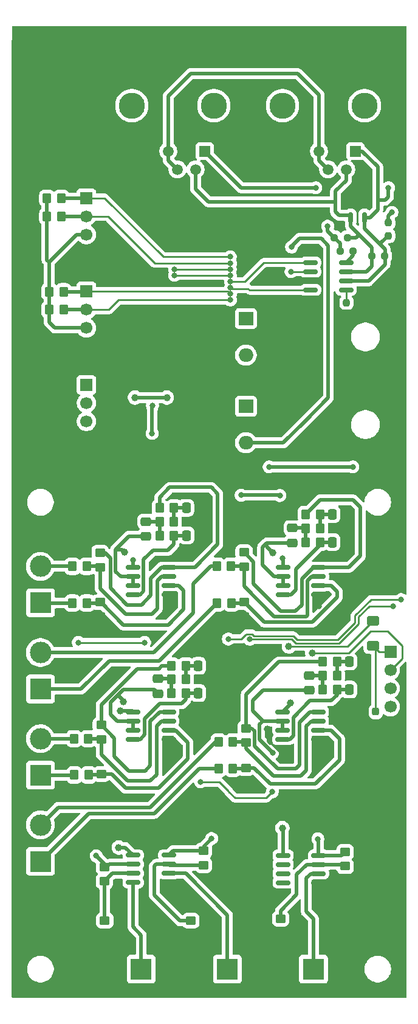
<source format=gbr>
%TF.GenerationSoftware,KiCad,Pcbnew,9.0.2-9.0.2-0~ubuntu24.04.1*%
%TF.CreationDate,2025-05-30T10:58:52-03:00*%
%TF.ProjectId,MSG25,4d534732-352e-46b6-9963-61645f706362,rev?*%
%TF.SameCoordinates,Original*%
%TF.FileFunction,Copper,L2,Bot*%
%TF.FilePolarity,Positive*%
%FSLAX46Y46*%
G04 Gerber Fmt 4.6, Leading zero omitted, Abs format (unit mm)*
G04 Created by KiCad (PCBNEW 9.0.2-9.0.2-0~ubuntu24.04.1) date 2025-05-30 10:58:52*
%MOMM*%
%LPD*%
G01*
G04 APERTURE LIST*
G04 Aperture macros list*
%AMRoundRect*
0 Rectangle with rounded corners*
0 $1 Rounding radius*
0 $2 $3 $4 $5 $6 $7 $8 $9 X,Y pos of 4 corners*
0 Add a 4 corners polygon primitive as box body*
4,1,4,$2,$3,$4,$5,$6,$7,$8,$9,$2,$3,0*
0 Add four circle primitives for the rounded corners*
1,1,$1+$1,$2,$3*
1,1,$1+$1,$4,$5*
1,1,$1+$1,$6,$7*
1,1,$1+$1,$8,$9*
0 Add four rect primitives between the rounded corners*
20,1,$1+$1,$2,$3,$4,$5,0*
20,1,$1+$1,$4,$5,$6,$7,0*
20,1,$1+$1,$6,$7,$8,$9,0*
20,1,$1+$1,$8,$9,$2,$3,0*%
G04 Aperture macros list end*
%TA.AperFunction,WasherPad*%
%ADD10C,3.650000*%
%TD*%
%TA.AperFunction,ComponentPad*%
%ADD11R,1.500000X1.500000*%
%TD*%
%TA.AperFunction,ComponentPad*%
%ADD12C,1.500000*%
%TD*%
%TA.AperFunction,ComponentPad*%
%ADD13C,2.500000*%
%TD*%
%TA.AperFunction,ComponentPad*%
%ADD14R,1.700000X1.700000*%
%TD*%
%TA.AperFunction,ComponentPad*%
%ADD15C,1.700000*%
%TD*%
%TA.AperFunction,ComponentPad*%
%ADD16R,3.000000X3.000000*%
%TD*%
%TA.AperFunction,ComponentPad*%
%ADD17C,3.000000*%
%TD*%
%TA.AperFunction,ComponentPad*%
%ADD18R,2.000000X1.905000*%
%TD*%
%TA.AperFunction,ComponentPad*%
%ADD19O,2.000000X1.905000*%
%TD*%
%TA.AperFunction,SMDPad,CuDef*%
%ADD20RoundRect,0.250000X0.350000X0.450000X-0.350000X0.450000X-0.350000X-0.450000X0.350000X-0.450000X0*%
%TD*%
%TA.AperFunction,SMDPad,CuDef*%
%ADD21RoundRect,0.250000X-0.337500X-0.475000X0.337500X-0.475000X0.337500X0.475000X-0.337500X0.475000X0*%
%TD*%
%TA.AperFunction,SMDPad,CuDef*%
%ADD22RoundRect,0.250000X-0.475000X0.337500X-0.475000X-0.337500X0.475000X-0.337500X0.475000X0.337500X0*%
%TD*%
%TA.AperFunction,SMDPad,CuDef*%
%ADD23RoundRect,0.150000X0.825000X0.150000X-0.825000X0.150000X-0.825000X-0.150000X0.825000X-0.150000X0*%
%TD*%
%TA.AperFunction,SMDPad,CuDef*%
%ADD24RoundRect,0.250000X-0.600000X0.400000X-0.600000X-0.400000X0.600000X-0.400000X0.600000X0.400000X0*%
%TD*%
%TA.AperFunction,SMDPad,CuDef*%
%ADD25RoundRect,0.237500X0.237500X-0.300000X0.237500X0.300000X-0.237500X0.300000X-0.237500X-0.300000X0*%
%TD*%
%TA.AperFunction,SMDPad,CuDef*%
%ADD26RoundRect,0.237500X0.250000X0.237500X-0.250000X0.237500X-0.250000X-0.237500X0.250000X-0.237500X0*%
%TD*%
%TA.AperFunction,SMDPad,CuDef*%
%ADD27RoundRect,0.250000X-0.350000X-0.450000X0.350000X-0.450000X0.350000X0.450000X-0.350000X0.450000X0*%
%TD*%
%TA.AperFunction,SMDPad,CuDef*%
%ADD28RoundRect,0.250000X-0.450000X0.350000X-0.450000X-0.350000X0.450000X-0.350000X0.450000X0.350000X0*%
%TD*%
%TA.AperFunction,SMDPad,CuDef*%
%ADD29RoundRect,0.250000X0.450000X-0.350000X0.450000X0.350000X-0.450000X0.350000X-0.450000X-0.350000X0*%
%TD*%
%TA.AperFunction,SMDPad,CuDef*%
%ADD30RoundRect,0.150000X0.150000X-0.587500X0.150000X0.587500X-0.150000X0.587500X-0.150000X-0.587500X0*%
%TD*%
%TA.AperFunction,SMDPad,CuDef*%
%ADD31RoundRect,0.150000X-0.825000X-0.150000X0.825000X-0.150000X0.825000X0.150000X-0.825000X0.150000X0*%
%TD*%
%TA.AperFunction,SMDPad,CuDef*%
%ADD32RoundRect,0.237500X-0.250000X-0.237500X0.250000X-0.237500X0.250000X0.237500X-0.250000X0.237500X0*%
%TD*%
%TA.AperFunction,SMDPad,CuDef*%
%ADD33RoundRect,0.237500X-0.237500X0.250000X-0.237500X-0.250000X0.237500X-0.250000X0.237500X0.250000X0*%
%TD*%
%TA.AperFunction,ViaPad*%
%ADD34C,1.000000*%
%TD*%
%TA.AperFunction,ViaPad*%
%ADD35C,0.800000*%
%TD*%
%TA.AperFunction,Conductor*%
%ADD36C,0.254000*%
%TD*%
%TA.AperFunction,Conductor*%
%ADD37C,0.508000*%
%TD*%
G04 APERTURE END LIST*
D10*
%TO.P,J106,*%
%TO.N,*%
X160860000Y-37325000D03*
X149430000Y-37325000D03*
D11*
%TO.P,J106,1*%
%TO.N,/CANBUS CONN/CAN_H*%
X159590000Y-43675000D03*
D12*
%TO.P,J106,2*%
%TO.N,/CANBUS CONN/CAN_L*%
X158320000Y-46215000D03*
%TO.P,J106,3*%
%TO.N,GND*%
X157050000Y-43675000D03*
%TO.P,J106,4*%
%TO.N,/CANBUS CONN/CAN_18V*%
X155780000Y-46215000D03*
%TO.P,J106,5*%
X154510000Y-43675000D03*
%TO.P,J106,6*%
%TO.N,GND*%
X153240000Y-46215000D03*
%TO.P,J106,7*%
X151970000Y-43675000D03*
%TO.P,J106,8*%
X150700000Y-46215000D03*
D13*
%TO.P,J106,9,SH*%
X162895000Y-40375000D03*
X147395000Y-40375000D03*
%TD*%
D14*
%TO.P,J102,1,Pin_1*%
%TO.N,Net-(D109-A)*%
X164460000Y-113395000D03*
D15*
%TO.P,J102,2,Pin_2*%
%TO.N,/MCU/SWDIO*%
X164460000Y-115935000D03*
%TO.P,J102,3,Pin_3*%
%TO.N,/MCU/SWO*%
X164460000Y-118475000D03*
%TO.P,J102,4,Pin_4*%
%TO.N,/MCU/SWCLK*%
X164460000Y-121015000D03*
%TO.P,J102,5,Pin_5*%
%TO.N,GND*%
X164460000Y-123555000D03*
%TD*%
D16*
%TO.P,-Temp1+1,1,Pin_1*%
%TO.N,/ANALOG/Temp1*%
X129740000Y-157555000D03*
D17*
%TO.P,-Temp1+1,2,Pin_2*%
%TO.N,GND*%
X124660000Y-157555000D03*
%TD*%
D18*
%TO.P,U103,1,VI*%
%TO.N,/POWER SUPPLY/+18V*%
X144330000Y-66985000D03*
D19*
%TO.P,U103,2,GND*%
%TO.N,GND*%
X144330000Y-69525000D03*
%TO.P,U103,3,VO*%
%TO.N,+15V*%
X144330000Y-72065000D03*
%TD*%
D18*
%TO.P,U502,1,VI*%
%TO.N,+15V*%
X144330000Y-79185000D03*
D19*
%TO.P,U502,2,GND*%
%TO.N,GND*%
X144330000Y-81725000D03*
%TO.P,U502,3,VO*%
%TO.N,+5V*%
X144330000Y-84265000D03*
%TD*%
D16*
%TO.P,Cell3,1,Pin_1*%
%TO.N,/ANALOG/Vcell3+*%
X115700000Y-130555000D03*
D17*
%TO.P,Cell3,2,Pin_2*%
%TO.N,/ANALOG/Vcell3-*%
X115700000Y-125475000D03*
%TD*%
D16*
%TO.P,-Temp3+1,1,Pin_1*%
%TO.N,/ANALOG/Temp3*%
X153740000Y-157555000D03*
D17*
%TO.P,-Temp3+1,2,Pin_2*%
%TO.N,GND*%
X148660000Y-157555000D03*
%TD*%
D14*
%TO.P,J9,1,Pin_1*%
%TO.N,/MCU/I2C_1_SCL*%
X122100000Y-63205000D03*
D15*
%TO.P,J9,2,Pin_2*%
%TO.N,/MCU/I2C_1_SDA*%
X122100000Y-65745000D03*
%TO.P,J9,3,Pin_3*%
%TO.N,+3V3*%
X122100000Y-68285000D03*
%TO.P,J9,4,Pin_4*%
%TO.N,GND*%
X122100000Y-70825000D03*
%TD*%
D16*
%TO.P,+Banco1-1,1,Pin_1*%
%TO.N,/ANALOG/Vbanco+*%
X115700000Y-142555000D03*
D17*
%TO.P,+Banco1-1,2,Pin_2*%
%TO.N,/ANALOG/Vbanco-*%
X115700000Y-137475000D03*
%TD*%
D16*
%TO.P,Cell2,1,Pin_1*%
%TO.N,/ANALOG/Vcell2+*%
X115700000Y-118555000D03*
D17*
%TO.P,Cell2,2,Pin_2*%
%TO.N,/ANALOG/Vcell2-*%
X115700000Y-113475000D03*
%TD*%
D14*
%TO.P,J101,1,Pin_1*%
%TO.N,/MCU/RESET*%
X122100000Y-76205000D03*
D15*
%TO.P,J101,2,Pin_2*%
%TO.N,/MCU/USART_RX*%
X122100000Y-78745000D03*
%TO.P,J101,3,Pin_3*%
%TO.N,/MCU/USART_TX*%
X122100000Y-81285000D03*
%TO.P,J101,4,Pin_4*%
%TO.N,GND*%
X122100000Y-83825000D03*
%TD*%
D14*
%TO.P,J8,1,Pin_1*%
%TO.N,/MCU/I2C_2_SCL*%
X122100000Y-50205000D03*
D15*
%TO.P,J8,2,Pin_2*%
%TO.N,/MCU/I2C_2_SDA*%
X122100000Y-52745000D03*
%TO.P,J8,3,Pin_3*%
%TO.N,+3V3*%
X122100000Y-55285000D03*
%TO.P,J8,4,Pin_4*%
%TO.N,GND*%
X122100000Y-57825000D03*
%TD*%
D10*
%TO.P,J105,*%
%TO.N,*%
X139860000Y-37325000D03*
X128430000Y-37325000D03*
D11*
%TO.P,J105,1*%
%TO.N,/CANBUS CONN/CAN_H*%
X138590000Y-43675000D03*
D12*
%TO.P,J105,2*%
%TO.N,/CANBUS CONN/CAN_L*%
X137320000Y-46215000D03*
%TO.P,J105,3*%
%TO.N,GND*%
X136050000Y-43675000D03*
%TO.P,J105,4*%
%TO.N,/CANBUS CONN/CAN_18V*%
X134780000Y-46215000D03*
%TO.P,J105,5*%
X133510000Y-43675000D03*
%TO.P,J105,6*%
%TO.N,GND*%
X132240000Y-46215000D03*
%TO.P,J105,7*%
X130970000Y-43675000D03*
%TO.P,J105,8*%
X129700000Y-46215000D03*
D13*
%TO.P,J105,9,SH*%
X141895000Y-40375000D03*
X126395000Y-40375000D03*
%TD*%
D16*
%TO.P,Cell1,1,Pin_1*%
%TO.N,/ANALOG/Vcell1+*%
X115700000Y-106555000D03*
D17*
%TO.P,Cell1,2,Pin_2*%
%TO.N,/ANALOG/Vcell1-*%
X115700000Y-101475000D03*
%TD*%
D16*
%TO.P,-Temp2+1,1,Pin_1*%
%TO.N,/ANALOG/Temp2*%
X141740000Y-157555000D03*
D17*
%TO.P,-Temp2+1,2,Pin_2*%
%TO.N,GND*%
X136660000Y-157555000D03*
%TD*%
D20*
%TO.P,R35,1*%
%TO.N,/MCU/I2C_2_SCL*%
X118610000Y-50225000D03*
%TO.P,R35,2*%
%TO.N,+3V3*%
X116610000Y-50225000D03*
%TD*%
D21*
%TO.P,C10,1*%
%TO.N,Net-(U2B-+)*%
X156372500Y-98125000D03*
%TO.P,C10,2*%
%TO.N,GND*%
X158447500Y-98125000D03*
%TD*%
D22*
%TO.P,C7,1*%
%TO.N,Net-(C7-Pad1)*%
X130410000Y-95237500D03*
%TO.P,C7,2*%
%TO.N,/ANALOG/Vcell1_a*%
X130410000Y-97312500D03*
%TD*%
D20*
%TO.P,R26,1*%
%TO.N,Net-(C6-Pad1)*%
X154660000Y-94225000D03*
%TO.P,R26,2*%
%TO.N,Net-(R18-Pad1)*%
X152660000Y-94225000D03*
%TD*%
D23*
%TO.P,U6,1*%
%TO.N,Net-(R22-Pad1)*%
X154410000Y-121745000D03*
%TO.P,U6,2,-*%
%TO.N,Net-(U6A--)*%
X154410000Y-123015000D03*
%TO.P,U6,3,+*%
%TO.N,Net-(U6A-+)*%
X154410000Y-124285000D03*
%TO.P,U6,4,V-*%
%TO.N,GND*%
X154410000Y-125555000D03*
%TO.P,U6,5,+*%
%TO.N,Net-(U6B-+)*%
X149460000Y-125555000D03*
%TO.P,U6,6,-*%
%TO.N,/ANALOG/Vbanco_a*%
X149460000Y-124285000D03*
%TO.P,U6,7*%
X149460000Y-123015000D03*
%TO.P,U6,8,V+*%
%TO.N,+15V*%
X149460000Y-121745000D03*
%TD*%
D24*
%TO.P,D109,1,K*%
%TO.N,+3V3*%
X162060000Y-109025000D03*
%TO.P,D109,2,A*%
%TO.N,Net-(D109-A)*%
X162060000Y-112525000D03*
%TD*%
D21*
%TO.P,C14,1*%
%TO.N,Net-(C14-Pad1)*%
X158722500Y-114725000D03*
%TO.P,C14,2*%
%TO.N,GND*%
X160797500Y-114725000D03*
%TD*%
D22*
%TO.P,C12,1*%
%TO.N,Net-(C12-Pad1)*%
X132110000Y-117137500D03*
%TO.P,C12,2*%
%TO.N,/ANALOG/Vcell3_a*%
X132110000Y-119212500D03*
%TD*%
D25*
%TO.P,C101,1*%
%TO.N,GND*%
X162410000Y-123437500D03*
%TO.P,C101,2*%
%TO.N,Net-(D109-A)*%
X162410000Y-121712500D03*
%TD*%
D20*
%TO.P,R29,1*%
%TO.N,Net-(C11-Pad1)*%
X135960000Y-115325000D03*
%TO.P,R29,2*%
%TO.N,Net-(R20-Pad1)*%
X133960000Y-115325000D03*
%TD*%
D21*
%TO.P,C6,1*%
%TO.N,Net-(C6-Pad1)*%
X156372500Y-94225000D03*
%TO.P,C6,2*%
%TO.N,GND*%
X158447500Y-94225000D03*
%TD*%
D26*
%TO.P,R128,1*%
%TO.N,/CANBUS CONN/CAN_L*%
X158472500Y-55695000D03*
%TO.P,R128,2*%
%TO.N,Net-(C132-Pad1)*%
X156647500Y-55695000D03*
%TD*%
D27*
%TO.P,R5,1*%
%TO.N,/ANALOG/Vcell3+*%
X120410000Y-130525000D03*
%TO.P,R5,2*%
%TO.N,Net-(U5A-+)*%
X122410000Y-130525000D03*
%TD*%
%TO.P,R38,1*%
%TO.N,+3V3*%
X116910000Y-65725000D03*
%TO.P,R38,2*%
%TO.N,/MCU/I2C_1_SDA*%
X118910000Y-65725000D03*
%TD*%
D20*
%TO.P,R19,1*%
%TO.N,Net-(U5A--)*%
X122360000Y-125475000D03*
%TO.P,R19,2*%
%TO.N,/ANALOG/Vcell3-*%
X120360000Y-125475000D03*
%TD*%
D21*
%TO.P,C13,1*%
%TO.N,Net-(U5B-+)*%
X137672500Y-119125000D03*
%TO.P,C13,2*%
%TO.N,GND*%
X139747500Y-119125000D03*
%TD*%
D28*
%TO.P,R20,1*%
%TO.N,Net-(R20-Pad1)*%
X124160000Y-123575000D03*
%TO.P,R20,2*%
%TO.N,Net-(U5A--)*%
X124160000Y-125575000D03*
%TD*%
D23*
%TO.P,U3,1*%
%TO.N,/ANALOG/Temp2_a*%
X133560000Y-141695000D03*
%TO.P,U3,2,-*%
%TO.N,Net-(U3A--)*%
X133560000Y-142965000D03*
%TO.P,U3,3,+*%
%TO.N,/ANALOG/Temp2*%
X133560000Y-144235000D03*
%TO.P,U3,4,V-*%
%TO.N,GND*%
X133560000Y-145505000D03*
%TO.P,U3,5,+*%
%TO.N,/ANALOG/Temp1*%
X128610000Y-145505000D03*
%TO.P,U3,6,-*%
%TO.N,Net-(U3B--)*%
X128610000Y-144235000D03*
%TO.P,U3,7*%
%TO.N,/ANALOG/Temp1_a*%
X128610000Y-142965000D03*
%TO.P,U3,8,V+*%
%TO.N,+15V*%
X128610000Y-141695000D03*
%TD*%
D20*
%TO.P,R17,1*%
%TO.N,Net-(U2A--)*%
X142260000Y-101425000D03*
%TO.P,R17,2*%
%TO.N,/ANALOG/Vcell2-*%
X140260000Y-101425000D03*
%TD*%
D28*
%TO.P,R4,1*%
%TO.N,Net-(U2A-+)*%
X144110000Y-106475000D03*
%TO.P,R4,2*%
%TO.N,GND*%
X144110000Y-108475000D03*
%TD*%
D27*
%TO.P,R33,1*%
%TO.N,Net-(C15-Pad1)*%
X155010000Y-116705000D03*
%TO.P,R33,2*%
%TO.N,Net-(C14-Pad1)*%
X157010000Y-116705000D03*
%TD*%
D20*
%TO.P,R21,1*%
%TO.N,Net-(U6A--)*%
X142510000Y-125925000D03*
%TO.P,R21,2*%
%TO.N,/ANALOG/Vbanco-*%
X140510000Y-125925000D03*
%TD*%
D21*
%TO.P,C9,1*%
%TO.N,Net-(U1B-+)*%
X136072500Y-97175000D03*
%TO.P,C9,2*%
%TO.N,GND*%
X138147500Y-97175000D03*
%TD*%
D28*
%TO.P,R8,1*%
%TO.N,Net-(U6A-+)*%
X144310000Y-129525000D03*
%TO.P,R8,2*%
%TO.N,GND*%
X144310000Y-131525000D03*
%TD*%
D29*
%TO.P,R15,1*%
%TO.N,Net-(U4A--)*%
X158160000Y-143225000D03*
%TO.P,R15,2*%
%TO.N,/ANALOG/Temp3_a*%
X158160000Y-141225000D03*
%TD*%
D27*
%TO.P,R3,1*%
%TO.N,/ANALOG/Vcell2+*%
X140310000Y-106575000D03*
%TO.P,R3,2*%
%TO.N,Net-(U2A-+)*%
X142310000Y-106575000D03*
%TD*%
D29*
%TO.P,R10,1*%
%TO.N,Net-(U3A--)*%
X138410000Y-143075000D03*
%TO.P,R10,2*%
%TO.N,/ANALOG/Temp2_a*%
X138410000Y-141075000D03*
%TD*%
D27*
%TO.P,R30,1*%
%TO.N,Net-(C12-Pad1)*%
X133960000Y-117225000D03*
%TO.P,R30,2*%
%TO.N,Net-(C11-Pad1)*%
X135960000Y-117225000D03*
%TD*%
D20*
%TO.P,R23,1*%
%TO.N,Net-(C5-Pad1)*%
X134310000Y-93325000D03*
%TO.P,R23,2*%
%TO.N,Net-(R12-Pad1)*%
X132310000Y-93325000D03*
%TD*%
D30*
%TO.P,D107,1,A1*%
%TO.N,/CANBUS CONN/CAN_H*%
X160840000Y-52935000D03*
%TO.P,D107,2,A2*%
%TO.N,/CANBUS CONN/CAN_L*%
X158940000Y-52935000D03*
%TO.P,D107,3,common*%
%TO.N,GND*%
X159890000Y-51060000D03*
%TD*%
D20*
%TO.P,R25,1*%
%TO.N,Net-(U1B-+)*%
X134310000Y-97175000D03*
%TO.P,R25,2*%
%TO.N,Net-(C7-Pad1)*%
X132310000Y-97175000D03*
%TD*%
D29*
%TO.P,R14,1*%
%TO.N,GND*%
X149160000Y-152525000D03*
%TO.P,R14,2*%
%TO.N,Net-(U4A--)*%
X149160000Y-150525000D03*
%TD*%
D31*
%TO.P,U501,1,TXD*%
%TO.N,/CANBUS/CAN_TX*%
X153335000Y-62980000D03*
%TO.P,U501,2,VSS*%
%TO.N,GND*%
X153335000Y-61710000D03*
%TO.P,U501,3,VDD*%
%TO.N,+5V*%
X153335000Y-60440000D03*
%TO.P,U501,4,RXD*%
%TO.N,/CANBUS/CAN_RX*%
X153335000Y-59170000D03*
%TO.P,U501,5,SPLIT*%
%TO.N,Net-(U501-SPLIT)*%
X158285000Y-59170000D03*
%TO.P,U501,6,CANL*%
%TO.N,/CANBUS CONN/CAN_L*%
X158285000Y-60440000D03*
%TO.P,U501,7,CANH*%
%TO.N,/CANBUS CONN/CAN_H*%
X158285000Y-61710000D03*
%TO.P,U501,8,STBY*%
%TO.N,Net-(U501-STBY)*%
X158285000Y-62980000D03*
%TD*%
D32*
%TO.P,R125,1*%
%TO.N,/CANBUS CONN/CAN_L*%
X161867500Y-58265000D03*
%TO.P,R125,2*%
%TO.N,/CANBUS CONN/CAN_H*%
X163692500Y-58265000D03*
%TD*%
D29*
%TO.P,R11,1*%
%TO.N,GND*%
X124660000Y-152775000D03*
%TO.P,R11,2*%
%TO.N,Net-(U3B--)*%
X124660000Y-150775000D03*
%TD*%
D33*
%TO.P,R124,1*%
%TO.N,Net-(U501-STBY)*%
X158340000Y-64752500D03*
%TO.P,R124,2*%
%TO.N,GND*%
X158340000Y-66577500D03*
%TD*%
D20*
%TO.P,R28,1*%
%TO.N,Net-(U2B-+)*%
X154660000Y-98125000D03*
%TO.P,R28,2*%
%TO.N,Net-(C8-Pad1)*%
X152660000Y-98125000D03*
%TD*%
D23*
%TO.P,U1,1*%
%TO.N,Net-(R12-Pad1)*%
X133560000Y-101615000D03*
%TO.P,U1,2,-*%
%TO.N,Net-(U1A--)*%
X133560000Y-102885000D03*
%TO.P,U1,3,+*%
%TO.N,Net-(U1A-+)*%
X133560000Y-104155000D03*
%TO.P,U1,4,V-*%
%TO.N,GND*%
X133560000Y-105425000D03*
%TO.P,U1,5,+*%
%TO.N,Net-(U1B-+)*%
X128610000Y-105425000D03*
%TO.P,U1,6,-*%
%TO.N,/ANALOG/Vcell1_a*%
X128610000Y-104155000D03*
%TO.P,U1,7*%
X128610000Y-102885000D03*
%TO.P,U1,8,V+*%
%TO.N,+15V*%
X128610000Y-101615000D03*
%TD*%
D32*
%TO.P,R126,1*%
%TO.N,Net-(C132-Pad1)*%
X157437500Y-57595000D03*
%TO.P,R126,2*%
%TO.N,Net-(U501-SPLIT)*%
X159262500Y-57595000D03*
%TD*%
D22*
%TO.P,C8,1*%
%TO.N,Net-(C8-Pad1)*%
X150810000Y-96150000D03*
%TO.P,C8,2*%
%TO.N,/ANALOG/Vcell2_a*%
X150810000Y-98225000D03*
%TD*%
D20*
%TO.P,R34,1*%
%TO.N,Net-(U6B-+)*%
X157010000Y-118625000D03*
%TO.P,R34,2*%
%TO.N,Net-(C15-Pad1)*%
X155010000Y-118625000D03*
%TD*%
D28*
%TO.P,R6,1*%
%TO.N,Net-(U5A-+)*%
X124210000Y-130425000D03*
%TO.P,R6,2*%
%TO.N,GND*%
X124210000Y-132425000D03*
%TD*%
D27*
%TO.P,R1,1*%
%TO.N,/ANALOG/Vcell1+*%
X120160000Y-106575000D03*
%TO.P,R1,2*%
%TO.N,Net-(U1A-+)*%
X122160000Y-106575000D03*
%TD*%
D28*
%TO.P,R12,1*%
%TO.N,Net-(R12-Pad1)*%
X124010000Y-99575000D03*
%TO.P,R12,2*%
%TO.N,Net-(U1A--)*%
X124010000Y-101575000D03*
%TD*%
D27*
%TO.P,R7,1*%
%TO.N,/ANALOG/Vbanco+*%
X140510000Y-129625000D03*
%TO.P,R7,2*%
%TO.N,Net-(U6A-+)*%
X142510000Y-129625000D03*
%TD*%
D22*
%TO.P,C15,1*%
%TO.N,Net-(C15-Pad1)*%
X153147500Y-116650000D03*
%TO.P,C15,2*%
%TO.N,/ANALOG/Vbanco_a*%
X153147500Y-118725000D03*
%TD*%
D20*
%TO.P,R32,1*%
%TO.N,Net-(C14-Pad1)*%
X157010000Y-114775000D03*
%TO.P,R32,2*%
%TO.N,Net-(R22-Pad1)*%
X155010000Y-114775000D03*
%TD*%
D27*
%TO.P,R36,1*%
%TO.N,+3V3*%
X116610000Y-52775000D03*
%TO.P,R36,2*%
%TO.N,/MCU/I2C_2_SDA*%
X118610000Y-52775000D03*
%TD*%
D21*
%TO.P,C16,1*%
%TO.N,Net-(U6B-+)*%
X158722500Y-118625000D03*
%TO.P,C16,2*%
%TO.N,GND*%
X160797500Y-118625000D03*
%TD*%
D29*
%TO.P,R13,1*%
%TO.N,Net-(U3B--)*%
X124610000Y-145325000D03*
%TO.P,R13,2*%
%TO.N,/ANALOG/Temp1_a*%
X124610000Y-143325000D03*
%TD*%
D23*
%TO.P,U4,1*%
%TO.N,/ANALOG/Temp3_a*%
X154460000Y-141705000D03*
%TO.P,U4,2,-*%
%TO.N,Net-(U4A--)*%
X154460000Y-142975000D03*
%TO.P,U4,3,+*%
%TO.N,/ANALOG/Temp3*%
X154460000Y-144245000D03*
%TO.P,U4,4,V-*%
%TO.N,GND*%
X154460000Y-145515000D03*
%TO.P,U4,5*%
%TO.N,N/C*%
X149510000Y-145515000D03*
%TO.P,U4,6*%
X149510000Y-144245000D03*
%TO.P,U4,7*%
X149510000Y-142975000D03*
%TO.P,U4,8,V+*%
%TO.N,+15V*%
X149510000Y-141705000D03*
%TD*%
D27*
%TO.P,R27,1*%
%TO.N,Net-(C8-Pad1)*%
X152660000Y-96175000D03*
%TO.P,R27,2*%
%TO.N,Net-(C6-Pad1)*%
X154660000Y-96175000D03*
%TD*%
D21*
%TO.P,C11,1*%
%TO.N,Net-(C11-Pad1)*%
X137685000Y-115325000D03*
%TO.P,C11,2*%
%TO.N,GND*%
X139760000Y-115325000D03*
%TD*%
D28*
%TO.P,R22,1*%
%TO.N,Net-(R22-Pad1)*%
X144360000Y-124025000D03*
%TO.P,R22,2*%
%TO.N,Net-(U6A--)*%
X144360000Y-126025000D03*
%TD*%
D33*
%TO.P,R127,1*%
%TO.N,Net-(C132-Pad1)*%
X164160000Y-53632500D03*
%TO.P,R127,2*%
%TO.N,/CANBUS CONN/CAN_H*%
X164160000Y-55457500D03*
%TD*%
D20*
%TO.P,R16,1*%
%TO.N,Net-(U1A--)*%
X122160000Y-101475000D03*
%TO.P,R16,2*%
%TO.N,/ANALOG/Vcell1-*%
X120160000Y-101475000D03*
%TD*%
%TO.P,R31,1*%
%TO.N,Net-(U5B-+)*%
X135960000Y-119125000D03*
%TO.P,R31,2*%
%TO.N,Net-(C12-Pad1)*%
X133960000Y-119125000D03*
%TD*%
D23*
%TO.P,U5,1*%
%TO.N,Net-(R20-Pad1)*%
X133560000Y-121745000D03*
%TO.P,U5,2,-*%
%TO.N,Net-(U5A--)*%
X133560000Y-123015000D03*
%TO.P,U5,3,+*%
%TO.N,Net-(U5A-+)*%
X133560000Y-124285000D03*
%TO.P,U5,4,V-*%
%TO.N,GND*%
X133560000Y-125555000D03*
%TO.P,U5,5,+*%
%TO.N,Net-(U5B-+)*%
X128610000Y-125555000D03*
%TO.P,U5,6,-*%
%TO.N,/ANALOG/Vcell3_a*%
X128610000Y-124285000D03*
%TO.P,U5,7*%
X128610000Y-123015000D03*
%TO.P,U5,8,V+*%
%TO.N,+15V*%
X128610000Y-121745000D03*
%TD*%
D20*
%TO.P,R37,1*%
%TO.N,/MCU/I2C_1_SCL*%
X118910000Y-63225000D03*
%TO.P,R37,2*%
%TO.N,+3V3*%
X116910000Y-63225000D03*
%TD*%
D27*
%TO.P,R24,1*%
%TO.N,Net-(C7-Pad1)*%
X132310000Y-95275000D03*
%TO.P,R24,2*%
%TO.N,Net-(C5-Pad1)*%
X134310000Y-95275000D03*
%TD*%
D23*
%TO.P,U2,1*%
%TO.N,Net-(R18-Pad1)*%
X154460000Y-101625000D03*
%TO.P,U2,2,-*%
%TO.N,Net-(U2A--)*%
X154460000Y-102895000D03*
%TO.P,U2,3,+*%
%TO.N,Net-(U2A-+)*%
X154460000Y-104165000D03*
%TO.P,U2,4,V-*%
%TO.N,GND*%
X154460000Y-105435000D03*
%TO.P,U2,5,+*%
%TO.N,Net-(U2B-+)*%
X149510000Y-105435000D03*
%TO.P,U2,6,-*%
%TO.N,/ANALOG/Vcell2_a*%
X149510000Y-104165000D03*
%TO.P,U2,7*%
X149510000Y-102895000D03*
%TO.P,U2,8,V+*%
%TO.N,+15V*%
X149510000Y-101625000D03*
%TD*%
D28*
%TO.P,R18,1*%
%TO.N,Net-(R18-Pad1)*%
X144060000Y-99525000D03*
%TO.P,R18,2*%
%TO.N,Net-(U2A--)*%
X144060000Y-101525000D03*
%TD*%
%TO.P,R2,1*%
%TO.N,Net-(U1A-+)*%
X124010000Y-106475000D03*
%TO.P,R2,2*%
%TO.N,GND*%
X124010000Y-108475000D03*
%TD*%
D21*
%TO.P,C5,1*%
%TO.N,Net-(C5-Pad1)*%
X136022500Y-93325000D03*
%TO.P,C5,2*%
%TO.N,GND*%
X138097500Y-93325000D03*
%TD*%
D29*
%TO.P,R9,1*%
%TO.N,GND*%
X136660000Y-152825000D03*
%TO.P,R9,2*%
%TO.N,Net-(U3A--)*%
X136660000Y-150825000D03*
%TD*%
D34*
%TO.N,GND*%
X134510000Y-127375000D03*
D35*
X150970000Y-61855000D03*
D34*
X149140000Y-134635000D03*
X155260000Y-127775000D03*
D35*
X154600000Y-100265000D03*
X144930000Y-45885000D03*
X133810000Y-107075000D03*
X135710000Y-99725000D03*
X137860000Y-111175000D03*
D34*
X155710000Y-134395000D03*
X147280000Y-124135000D03*
X149770000Y-127515000D03*
D35*
X158450000Y-50035000D03*
D34*
X123910000Y-110325000D03*
X145960000Y-132025000D03*
D35*
X154510000Y-107025000D03*
D34*
X125760000Y-133225000D03*
%TO.N,+3V3*%
X150310000Y-112625000D03*
D35*
X131310000Y-79125000D03*
X143660000Y-91575000D03*
X131260000Y-82975000D03*
X149050000Y-91615000D03*
%TO.N,Net-(C132-Pad1)*%
X155730000Y-54115000D03*
X164680000Y-52185000D03*
%TO.N,/MCU/RESET*%
X130210000Y-112075000D03*
X120960000Y-112075000D03*
%TO.N,/CANBUS CONN/CAN_H*%
X164200000Y-48765000D03*
X154050000Y-48765000D03*
%TO.N,/MCU/USART_RX*%
X142160000Y-60985000D03*
X134390000Y-60955000D03*
%TO.N,/MCU/USART_TX*%
X142160000Y-60115000D03*
X134380000Y-60115000D03*
%TO.N,/MCU/SWCLK*%
X164810000Y-106995000D03*
X144870000Y-111615000D03*
D34*
%TO.N,/MCU/SWDIO*%
X153560000Y-113525000D03*
D35*
%TO.N,/MCU/SWO*%
X165970000Y-106105000D03*
X141870000Y-111595000D03*
%TO.N,/CANBUS/CAN_TX*%
X142180000Y-62665000D03*
%TO.N,/CANBUS/CAN_RX*%
X142170000Y-61825000D03*
D34*
%TO.N,/ANALOG/Vcell1_a*%
X127410000Y-99525000D03*
%TO.N,/ANALOG/Vcell2_a*%
X148110000Y-99575000D03*
%TO.N,/ANALOG/Vcell3_a*%
X127260000Y-120325000D03*
D35*
%TO.N,/ANALOG/Vbanco_a*%
X148010000Y-132875000D03*
X148060000Y-127425000D03*
X138010000Y-131475000D03*
D34*
%TO.N,+15V*%
X126860000Y-121625000D03*
X149410000Y-137925000D03*
X128860000Y-77975000D03*
D35*
X147560000Y-87625000D03*
X128560000Y-100575000D03*
X159220000Y-87625000D03*
D34*
X150560000Y-120475000D03*
D35*
X149460000Y-100325000D03*
D34*
X133310000Y-77975000D03*
X126610000Y-140625000D03*
D35*
%TO.N,+5V*%
X150615000Y-60440000D03*
X150680000Y-57005000D03*
%TO.N,/ANALOG/Temp1_a*%
X123460000Y-141775000D03*
%TO.N,/ANALOG/Temp2_a*%
X139560000Y-139375000D03*
%TO.N,/ANALOG/Temp3_a*%
X154360000Y-139425000D03*
%TO.N,/MCU/I2C_2_SCL*%
X142150000Y-58385000D03*
%TO.N,/MCU/I2C_2_SDA*%
X142170000Y-59265000D03*
%TO.N,/MCU/I2C_1_SDA*%
X142170000Y-64375000D03*
%TO.N,/MCU/I2C_1_SCL*%
X142170000Y-63525000D03*
%TD*%
D36*
%TO.N,GND*%
X147903464Y-126198464D02*
X149220000Y-127515000D01*
X155470000Y-134635000D02*
X155710000Y-134395000D01*
X147280000Y-124135000D02*
X147280000Y-125821928D01*
X147280000Y-125821928D02*
X147656536Y-126198464D01*
X149220000Y-127515000D02*
X149770000Y-127515000D01*
X149140000Y-134635000D02*
X155470000Y-134635000D01*
X147656536Y-126198464D02*
X147903464Y-126198464D01*
%TO.N,Net-(D109-A)*%
X162930000Y-113395000D02*
X162060000Y-112525000D01*
X162410000Y-112875000D02*
X162060000Y-112525000D01*
X164460000Y-113395000D02*
X162930000Y-113395000D01*
X162410000Y-121712500D02*
X162410000Y-112875000D01*
D37*
%TO.N,Net-(C5-Pad1)*%
X134310000Y-93325000D02*
X136022500Y-93325000D01*
X134310000Y-95275000D02*
X134310000Y-93325000D01*
%TO.N,+3V3*%
X116610000Y-52775000D02*
X116610000Y-58825000D01*
X131260000Y-82975000D02*
X131260000Y-79175000D01*
X143660000Y-91575000D02*
X149010000Y-91575000D01*
X116910000Y-65725000D02*
X116910000Y-63225000D01*
X120750000Y-55285000D02*
X122100000Y-55285000D01*
X116610000Y-58825000D02*
X116910000Y-59125000D01*
X149010000Y-91575000D02*
X149050000Y-91615000D01*
X116610000Y-52775000D02*
X116610000Y-50225000D01*
X122100000Y-68285000D02*
X117720000Y-68285000D01*
D36*
X150310000Y-112625000D02*
X158460000Y-112625000D01*
X158460000Y-112625000D02*
X162060000Y-109025000D01*
D37*
X116910000Y-63225000D02*
X116910000Y-59125000D01*
X117720000Y-68285000D02*
X116910000Y-67475000D01*
X116910000Y-67475000D02*
X116910000Y-65725000D01*
X131260000Y-79175000D02*
X131310000Y-79125000D01*
X116910000Y-59125000D02*
X120750000Y-55285000D01*
%TO.N,Net-(C132-Pad1)*%
X157437500Y-56485000D02*
X156647500Y-55695000D01*
X164160000Y-52695000D02*
X164620000Y-52235000D01*
X155730000Y-54115000D02*
X155730000Y-54777500D01*
X164160000Y-53632500D02*
X164160000Y-52695000D01*
X157437500Y-57595000D02*
X157437500Y-56485000D01*
X155730000Y-54777500D02*
X156647500Y-55695000D01*
D36*
%TO.N,/MCU/RESET*%
X130210000Y-112075000D02*
X120960000Y-112075000D01*
D37*
%TO.N,/CANBUS CONN/CAN_L*%
X161135000Y-60440000D02*
X158285000Y-60440000D01*
X160060000Y-55335000D02*
X159700000Y-55695000D01*
X158320000Y-46215000D02*
X158320000Y-47725000D01*
X158320000Y-47725000D02*
X156810000Y-49235000D01*
X160120000Y-55335000D02*
X160060000Y-55335000D01*
X158630000Y-52625000D02*
X158940000Y-52935000D01*
X156810000Y-50705000D02*
X156810000Y-52095000D01*
X157340000Y-52625000D02*
X158630000Y-52625000D01*
X161850000Y-57065000D02*
X161850000Y-59725000D01*
X158940000Y-52935000D02*
X158940000Y-54155000D01*
X159700000Y-55695000D02*
X158472500Y-55695000D01*
X158940000Y-54155000D02*
X160120000Y-55335000D01*
X139080000Y-50705000D02*
X156810000Y-50705000D01*
X156810000Y-49235000D02*
X156810000Y-50705000D01*
X160120000Y-55335000D02*
X161850000Y-57065000D01*
X137320000Y-46215000D02*
X137320000Y-48945000D01*
X137320000Y-48945000D02*
X139080000Y-50705000D01*
X156810000Y-52095000D02*
X157340000Y-52625000D01*
X161850000Y-59725000D02*
X161135000Y-60440000D01*
%TO.N,/CANBUS CONN/CAN_H*%
X159590000Y-43675000D02*
X160533322Y-43675000D01*
X160533322Y-43675000D02*
X162700000Y-45841678D01*
X161415000Y-61710000D02*
X158285000Y-61710000D01*
X143680000Y-48765000D02*
X144430000Y-48765000D01*
X164200000Y-50035000D02*
X163720000Y-50515000D01*
X138590000Y-43675000D02*
X143680000Y-48765000D01*
X163720000Y-50515000D02*
X162700000Y-50515000D01*
X154050000Y-48765000D02*
X154110000Y-48765000D01*
X154110000Y-48765000D02*
X154130000Y-48745000D01*
X160840000Y-54425000D02*
X163185000Y-56770000D01*
X162700000Y-45841678D02*
X162700000Y-50515000D01*
X164200000Y-48765000D02*
X164200000Y-50035000D01*
X163710000Y-57295000D02*
X163710000Y-59415000D01*
X163185000Y-56432500D02*
X164160000Y-55457500D01*
X162700000Y-51845000D02*
X161610000Y-52935000D01*
X163185000Y-56770000D02*
X163710000Y-57295000D01*
X144430000Y-48765000D02*
X154050000Y-48765000D01*
X160840000Y-52935000D02*
X160840000Y-54425000D01*
X161610000Y-52935000D02*
X160840000Y-52935000D01*
X163710000Y-59415000D02*
X161415000Y-61710000D01*
X163185000Y-56770000D02*
X163185000Y-56432500D01*
X162700000Y-50515000D02*
X162700000Y-51845000D01*
%TO.N,/CANBUS CONN/CAN_18V*%
X133510000Y-43675000D02*
X133510000Y-35975000D01*
X133510000Y-35975000D02*
X136610000Y-32875000D01*
X133510000Y-44945000D02*
X134780000Y-46215000D01*
X136610000Y-32875000D02*
X151560000Y-32875000D01*
X154510000Y-43675000D02*
X154510000Y-44945000D01*
X133510000Y-43675000D02*
X133510000Y-44945000D01*
X154510000Y-35825000D02*
X154510000Y-43675000D01*
X151560000Y-32875000D02*
X154510000Y-35825000D01*
X154510000Y-44945000D02*
X155780000Y-46215000D01*
D36*
%TO.N,/MCU/USART_RX*%
X142130000Y-60955000D02*
X142160000Y-60985000D01*
X134390000Y-60955000D02*
X142130000Y-60955000D01*
%TO.N,/MCU/USART_TX*%
X134380000Y-60115000D02*
X142160000Y-60115000D01*
%TO.N,/MCU/SWCLK*%
X159990000Y-109490000D02*
X157310000Y-112170000D01*
X159990000Y-108515000D02*
X159990000Y-109490000D01*
X150705000Y-111615000D02*
X144870000Y-111615000D01*
X164810000Y-106995000D02*
X161510000Y-106995000D01*
X151260000Y-112170000D02*
X150705000Y-111615000D01*
X161510000Y-106995000D02*
X159990000Y-108515000D01*
X157310000Y-112170000D02*
X151260000Y-112170000D01*
%TO.N,/MCU/SWDIO*%
X158660000Y-113525000D02*
X161710000Y-110475000D01*
X161710000Y-110475000D02*
X164060000Y-110475000D01*
X166110000Y-112525000D02*
X166110000Y-114285000D01*
X153560000Y-113525000D02*
X158660000Y-113525000D01*
X166110000Y-114285000D02*
X164460000Y-115935000D01*
X164060000Y-110475000D02*
X166110000Y-112525000D01*
%TO.N,/MCU/SWO*%
X161756532Y-106105000D02*
X165970000Y-106105000D01*
X159535000Y-108326532D02*
X161756532Y-106105000D01*
X159535000Y-109301532D02*
X159535000Y-108326532D01*
X143710000Y-111595000D02*
X144260000Y-111045000D01*
X151500000Y-111715000D02*
X157121532Y-111715000D01*
X157121532Y-111715000D02*
X159535000Y-109301532D01*
X165970000Y-106105000D02*
X166040000Y-106105000D01*
X144260000Y-111045000D02*
X144418000Y-110887000D01*
X150945000Y-111160000D02*
X151500000Y-111715000D01*
X145460000Y-111160000D02*
X150945000Y-111160000D01*
X141870000Y-111595000D02*
X143710000Y-111595000D01*
X144418000Y-110887000D02*
X145187000Y-110887000D01*
X145187000Y-110887000D02*
X145460000Y-111160000D01*
%TO.N,Net-(U501-STBY)*%
X158340000Y-64752500D02*
X158340000Y-63035000D01*
X158340000Y-63035000D02*
X158285000Y-62980000D01*
D37*
%TO.N,Net-(U501-SPLIT)*%
X159262500Y-58192500D02*
X158285000Y-59170000D01*
X159262500Y-57595000D02*
X159262500Y-58192500D01*
D36*
%TO.N,/CANBUS/CAN_TX*%
X142312000Y-62797000D02*
X142180000Y-62665000D01*
X144642000Y-62797000D02*
X142312000Y-62797000D01*
X153335000Y-62980000D02*
X153280000Y-63035000D01*
X144880000Y-63035000D02*
X144642000Y-62797000D01*
X153280000Y-63035000D02*
X144880000Y-63035000D01*
%TO.N,/CANBUS/CAN_RX*%
X144170000Y-61825000D02*
X142170000Y-61825000D01*
X146825000Y-59170000D02*
X144170000Y-61825000D01*
X153335000Y-59170000D02*
X146825000Y-59170000D01*
D37*
%TO.N,Net-(C6-Pad1)*%
X154660000Y-94225000D02*
X156372500Y-94225000D01*
X154660000Y-96175000D02*
X154660000Y-94225000D01*
%TO.N,Net-(C7-Pad1)*%
X130547500Y-95275000D02*
X130410000Y-95137500D01*
X132310000Y-97175000D02*
X132310000Y-95275000D01*
X132310000Y-95275000D02*
X130547500Y-95275000D01*
%TO.N,/ANALOG/Vcell1_a*%
X127069000Y-99184000D02*
X126169000Y-99184000D01*
X126160000Y-99175000D02*
X128022500Y-97312500D01*
X128610000Y-102885000D02*
X128610000Y-104155000D01*
X128010000Y-97300000D02*
X128022500Y-97312500D01*
X126169000Y-99184000D02*
X126160000Y-99175000D01*
X127410000Y-99525000D02*
X127069000Y-99184000D01*
X126169000Y-102175000D02*
X126169000Y-99184000D01*
X126879000Y-102885000D02*
X126169000Y-102175000D01*
X128610000Y-102885000D02*
X126879000Y-102885000D01*
X128022500Y-97312500D02*
X130410000Y-97312500D01*
%TO.N,Net-(C8-Pad1)*%
X152635000Y-96150000D02*
X152660000Y-96175000D01*
X150810000Y-96150000D02*
X152635000Y-96150000D01*
X152660000Y-98125000D02*
X152660000Y-96175000D01*
%TO.N,/ANALOG/Vcell2_a*%
X148280000Y-102895000D02*
X146660000Y-101275000D01*
X148110000Y-99575000D02*
X147260000Y-98725000D01*
X147260000Y-98725000D02*
X147260000Y-98225000D01*
X147260000Y-98225000D02*
X150810000Y-98225000D01*
X149510000Y-102895000D02*
X148280000Y-102895000D01*
X146660000Y-101275000D02*
X146660000Y-98825000D01*
X149510000Y-102895000D02*
X149510000Y-104165000D01*
X146660000Y-98825000D02*
X147260000Y-98225000D01*
%TO.N,Net-(U1B-+)*%
X134310000Y-98375000D02*
X134310000Y-97175000D01*
X131360000Y-99225000D02*
X133460000Y-99225000D01*
X129584999Y-105425000D02*
X130060000Y-104949999D01*
X130060000Y-104949999D02*
X130060000Y-100525000D01*
X133460000Y-99225000D02*
X134310000Y-98375000D01*
X134310000Y-97175000D02*
X136072500Y-97175000D01*
X128610000Y-105425000D02*
X129584999Y-105425000D01*
X130060000Y-100525000D02*
X131360000Y-99225000D01*
%TO.N,Net-(U2B-+)*%
X151251000Y-101854000D02*
X154660000Y-98445000D01*
X151251000Y-104784000D02*
X151251000Y-101854000D01*
X149510000Y-105435000D02*
X150600000Y-105435000D01*
X154660000Y-98125000D02*
X156372500Y-98125000D01*
X154660000Y-98445000D02*
X154660000Y-98125000D01*
X150600000Y-105435000D02*
X151251000Y-104784000D01*
%TO.N,Net-(C11-Pad1)*%
X135960000Y-117225000D02*
X135960000Y-115325000D01*
X135960000Y-115325000D02*
X137685000Y-115325000D01*
%TO.N,/ANALOG/Vcell3_a*%
X132110000Y-119212500D02*
X131572500Y-118675000D01*
X131572500Y-118675000D02*
X127210000Y-118675000D01*
X127260000Y-120325000D02*
X127260000Y-120175000D01*
X126400000Y-123015000D02*
X128610000Y-123015000D01*
X127260000Y-120175000D02*
X126485000Y-119400000D01*
X125460000Y-122075000D02*
X126400000Y-123015000D01*
X126485000Y-119400000D02*
X125460000Y-120425000D01*
X125460000Y-120425000D02*
X125460000Y-122075000D01*
X128610000Y-124285000D02*
X128610000Y-123015000D01*
X127210000Y-118675000D02*
X126485000Y-119400000D01*
%TO.N,Net-(C12-Pad1)*%
X133960000Y-119125000D02*
X133960000Y-117225000D01*
X133872500Y-117137500D02*
X133960000Y-117225000D01*
X132110000Y-117137500D02*
X133872500Y-117137500D01*
%TO.N,Net-(U5B-+)*%
X132310000Y-120575000D02*
X135410000Y-120575000D01*
X128610000Y-125555000D02*
X129584999Y-125555000D01*
X129584999Y-125555000D02*
X130210000Y-124929999D01*
X130210000Y-124929999D02*
X130210000Y-122675000D01*
X130210000Y-122675000D02*
X132310000Y-120575000D01*
X135410000Y-120575000D02*
X135960000Y-120025000D01*
X135960000Y-119125000D02*
X137672500Y-119125000D01*
X135960000Y-120025000D02*
X135960000Y-119125000D01*
%TO.N,Net-(C14-Pad1)*%
X158722500Y-114725000D02*
X157060000Y-114725000D01*
X157060000Y-114725000D02*
X157010000Y-114775000D01*
X157010000Y-116705000D02*
X157010000Y-114775000D01*
%TO.N,/ANALOG/Vbanco_a*%
X149460000Y-124285000D02*
X149460000Y-123015000D01*
X146700000Y-123015000D02*
X145310000Y-121625000D01*
D36*
X138010000Y-131475000D02*
X138060000Y-131525000D01*
X141910000Y-132775000D02*
X141910000Y-132825000D01*
X140660000Y-131525000D02*
X141910000Y-132775000D01*
D37*
X146240000Y-123475000D02*
X146700000Y-123015000D01*
X149460000Y-123015000D02*
X146700000Y-123015000D01*
X145310000Y-120225000D02*
X145260000Y-120175000D01*
X145260000Y-120175000D02*
X146710000Y-118725000D01*
D36*
X147160000Y-133725000D02*
X148010000Y-132875000D01*
D37*
X148060000Y-127425000D02*
X146240000Y-125605000D01*
D36*
X142810000Y-133725000D02*
X147160000Y-133725000D01*
D37*
X149010000Y-118725000D02*
X153147500Y-118725000D01*
X146710000Y-118725000D02*
X149010000Y-118725000D01*
X145310000Y-121625000D02*
X145310000Y-120225000D01*
X146240000Y-125605000D02*
X146240000Y-123475000D01*
D36*
X138060000Y-131525000D02*
X140660000Y-131525000D01*
X141910000Y-132825000D02*
X142810000Y-133725000D01*
D37*
%TO.N,Net-(C15-Pad1)*%
X153147500Y-116650000D02*
X154955000Y-116650000D01*
X154955000Y-116650000D02*
X155010000Y-116705000D01*
X155010000Y-118625000D02*
X155010000Y-116705000D01*
%TO.N,Net-(U6B-+)*%
X150960000Y-125052499D02*
X150960000Y-122497500D01*
X149460000Y-125555000D02*
X150434999Y-125555000D01*
X156210000Y-120175000D02*
X157010000Y-119375000D01*
X150434999Y-125555000D02*
X150910000Y-125079999D01*
X150910000Y-122525000D02*
X153260000Y-120175000D01*
X157010000Y-118625000D02*
X158722500Y-118625000D01*
X157010000Y-119375000D02*
X157010000Y-118625000D01*
X153260000Y-120175000D02*
X156210000Y-120175000D01*
%TO.N,+15V*%
X128560000Y-101565000D02*
X128610000Y-101615000D01*
X133310000Y-77975000D02*
X128860000Y-77975000D01*
X149510000Y-101625000D02*
X149510000Y-100375000D01*
X149510000Y-138025000D02*
X149410000Y-137925000D01*
X128490000Y-121625000D02*
X128610000Y-121745000D01*
X147560000Y-87625000D02*
X159220000Y-87625000D01*
X126610000Y-140625000D02*
X127540000Y-140625000D01*
X149510000Y-100375000D02*
X149460000Y-100325000D01*
X128560000Y-100575000D02*
X128560000Y-101565000D01*
X149510000Y-141705000D02*
X149510000Y-138025000D01*
X150560000Y-120475000D02*
X150560000Y-120645000D01*
X150560000Y-120645000D02*
X149460000Y-121745000D01*
X127540000Y-140625000D02*
X128610000Y-141695000D01*
X126860000Y-121625000D02*
X128490000Y-121625000D01*
%TO.N,+5V*%
X150680000Y-57005000D02*
X150680000Y-57045000D01*
X155820000Y-57295000D02*
X155820000Y-56825000D01*
X155820000Y-56825000D02*
X154810000Y-55815000D01*
X154810000Y-55815000D02*
X151780000Y-55815000D01*
X151780000Y-55815000D02*
X151770000Y-55825000D01*
X152560000Y-81255000D02*
X155820000Y-77995000D01*
D36*
X150615000Y-60440000D02*
X153335000Y-60440000D01*
D37*
X149550000Y-84265000D02*
X152560000Y-81255000D01*
X151770000Y-55825000D02*
X150680000Y-56915000D01*
D36*
X150615000Y-60440000D02*
X150610000Y-60435000D01*
D37*
X150680000Y-56915000D02*
X150680000Y-57005000D01*
X144330000Y-84265000D02*
X149550000Y-84265000D01*
X155820000Y-77995000D02*
X155820000Y-57295000D01*
%TO.N,/ANALOG/Temp1_a*%
X124610000Y-143325000D02*
X124610000Y-142925000D01*
X125270000Y-142965000D02*
X128610000Y-142965000D01*
X124610000Y-142925000D02*
X123460000Y-141775000D01*
X124910000Y-143325000D02*
X125270000Y-142965000D01*
X124610000Y-143325000D02*
X124910000Y-143325000D01*
%TO.N,/ANALOG/Temp2_a*%
X134180000Y-141075000D02*
X133560000Y-141695000D01*
X138410000Y-140525000D02*
X139560000Y-139375000D01*
X138410000Y-141075000D02*
X138410000Y-140525000D01*
X138410000Y-141075000D02*
X134180000Y-141075000D01*
%TO.N,/ANALOG/Temp3_a*%
X154460000Y-141705000D02*
X154460000Y-139525000D01*
X154460000Y-141705000D02*
X157680000Y-141705000D01*
X154460000Y-139525000D02*
X154360000Y-139425000D01*
X157680000Y-141705000D02*
X158160000Y-141225000D01*
D36*
%TO.N,/MCU/I2C_2_SCL*%
X142150000Y-58385000D02*
X132840000Y-58385000D01*
D37*
X118610000Y-50225000D02*
X122080000Y-50225000D01*
X122080000Y-50225000D02*
X122100000Y-50205000D01*
D36*
X132840000Y-58385000D02*
X124660000Y-50205000D01*
X124660000Y-50205000D02*
X122100000Y-50205000D01*
D37*
%TO.N,/MCU/I2C_2_SDA*%
X122070000Y-52775000D02*
X122100000Y-52745000D01*
D36*
X131660000Y-59265000D02*
X125140000Y-52745000D01*
X142170000Y-59265000D02*
X131660000Y-59265000D01*
X125140000Y-52745000D02*
X122100000Y-52745000D01*
D37*
X118610000Y-52775000D02*
X122070000Y-52775000D01*
D36*
%TO.N,/MCU/I2C_1_SDA*%
X126590000Y-64375000D02*
X125220000Y-65745000D01*
X142170000Y-64375000D02*
X126590000Y-64375000D01*
D37*
X118910000Y-65725000D02*
X122080000Y-65725000D01*
D36*
X125220000Y-65745000D02*
X122100000Y-65745000D01*
D37*
X122080000Y-65725000D02*
X122100000Y-65745000D01*
%TO.N,/MCU/I2C_1_SCL*%
X122080000Y-63225000D02*
X122100000Y-63205000D01*
X118910000Y-63225000D02*
X122080000Y-63225000D01*
D36*
X141850000Y-63205000D02*
X122100000Y-63205000D01*
X142170000Y-63525000D02*
X141850000Y-63205000D01*
D37*
%TO.N,/ANALOG/Vcell1+*%
X120160000Y-106575000D02*
X115720000Y-106575000D01*
D36*
X115720000Y-106575000D02*
X115700000Y-106555000D01*
D37*
%TO.N,Net-(U1A-+)*%
X127260000Y-109625000D02*
X124110000Y-106475000D01*
X134990000Y-104155000D02*
X135660000Y-104825000D01*
X135660000Y-104825000D02*
X135660000Y-107475000D01*
X124110000Y-106475000D02*
X124010000Y-106475000D01*
D36*
X123910000Y-106575000D02*
X124010000Y-106475000D01*
D37*
X133560000Y-104155000D02*
X134990000Y-104155000D01*
X122160000Y-106575000D02*
X123910000Y-106575000D01*
X133510000Y-109625000D02*
X127260000Y-109625000D01*
X135660000Y-107475000D02*
X133510000Y-109625000D01*
%TO.N,Net-(R12-Pad1)*%
X133560000Y-101615000D02*
X132585001Y-101615000D01*
X127760000Y-106825000D02*
X125460000Y-104525000D01*
X133600000Y-101575000D02*
X137260000Y-101575000D01*
X125460000Y-100325000D02*
X124710000Y-99575000D01*
X124710000Y-99575000D02*
X124010000Y-99575000D01*
X129760000Y-106825000D02*
X127760000Y-106825000D01*
X140410000Y-91375000D02*
X139510000Y-90475000D01*
X132585001Y-101615000D02*
X131060000Y-103140001D01*
X133710000Y-90475000D02*
X132310000Y-91875000D01*
X125460000Y-104525000D02*
X125460000Y-100325000D01*
X131060000Y-103140001D02*
X131060000Y-105525000D01*
X139510000Y-90475000D02*
X133710000Y-90475000D01*
X140410000Y-98425000D02*
X140410000Y-91375000D01*
X133560000Y-101615000D02*
X133600000Y-101575000D01*
X132310000Y-91875000D02*
X132310000Y-93325000D01*
X131060000Y-105525000D02*
X129760000Y-106825000D01*
X137260000Y-101575000D02*
X140410000Y-98425000D01*
%TO.N,Net-(R18-Pad1)*%
X145360000Y-100825000D02*
X145360000Y-103875000D01*
X159260000Y-92225000D02*
X160260000Y-93225000D01*
X152110000Y-103225000D02*
X153710000Y-101625000D01*
X152660000Y-94225000D02*
X154660000Y-92225000D01*
X160260000Y-93225000D02*
X160260000Y-100025000D01*
X144060000Y-99525000D02*
X145360000Y-100825000D01*
X153710000Y-101625000D02*
X154460000Y-101625000D01*
X145360000Y-103875000D02*
X149210000Y-107725000D01*
X158660000Y-101625000D02*
X154460000Y-101625000D01*
X154660000Y-92225000D02*
X159260000Y-92225000D01*
X152110000Y-106825000D02*
X152110000Y-103225000D01*
X160260000Y-100025000D02*
X158660000Y-101625000D01*
X151210000Y-107725000D02*
X152110000Y-106825000D01*
X149210000Y-107725000D02*
X151210000Y-107725000D01*
%TO.N,Net-(R20-Pad1)*%
X128010000Y-129975000D02*
X130260000Y-129975000D01*
X126010000Y-127975000D02*
X128010000Y-129975000D01*
X132210000Y-115725000D02*
X132610000Y-115325000D01*
X124160000Y-123575000D02*
X126010000Y-125425000D01*
X129157323Y-115725000D02*
X132210000Y-115725000D01*
X124160000Y-120722323D02*
X129157323Y-115725000D01*
X126010000Y-125425000D02*
X126010000Y-127975000D01*
X131010000Y-129225000D02*
X131010000Y-123075000D01*
X130260000Y-129975000D02*
X131010000Y-129225000D01*
X124160000Y-123575000D02*
X124160000Y-120722323D01*
X132610000Y-115325000D02*
X133960000Y-115325000D01*
X131010000Y-123075000D02*
X132340000Y-121745000D01*
X132340000Y-121745000D02*
X133560000Y-121745000D01*
%TO.N,Net-(R22-Pad1)*%
X144360000Y-119325000D02*
X148910000Y-114775000D01*
X145515000Y-126480000D02*
X148710000Y-129675000D01*
X151810000Y-129125000D02*
X151810000Y-123175000D01*
X145515000Y-125376052D02*
X145515000Y-126480000D01*
X148910000Y-114775000D02*
X155010000Y-114775000D01*
X148710000Y-129675000D02*
X151260000Y-129675000D01*
X151810000Y-123175000D02*
X153240000Y-121745000D01*
X145510000Y-125371052D02*
X145515000Y-125376052D01*
X145510000Y-124425000D02*
X145510000Y-125371052D01*
X144360000Y-124025000D02*
X145110000Y-124025000D01*
X151260000Y-129675000D02*
X151810000Y-129125000D01*
X153240000Y-121745000D02*
X154410000Y-121745000D01*
X144360000Y-124025000D02*
X144360000Y-119325000D01*
X145110000Y-124025000D02*
X145510000Y-124425000D01*
%TO.N,Net-(U1A--)*%
X124010000Y-104543000D02*
X127610000Y-108143000D01*
X131192000Y-108143000D02*
X131960000Y-107375000D01*
X132585001Y-102885000D02*
X133560000Y-102885000D01*
D36*
X123910000Y-101475000D02*
X124010000Y-101575000D01*
D37*
X127610000Y-108143000D02*
X131192000Y-108143000D01*
X122160000Y-101475000D02*
X123910000Y-101475000D01*
X124010000Y-101575000D02*
X124010000Y-104543000D01*
X131960000Y-107375000D02*
X131960000Y-103510001D01*
X131960000Y-103510001D02*
X132585001Y-102885000D01*
%TO.N,Net-(U2A--)*%
X152860000Y-103520001D02*
X153485001Y-102895000D01*
X153485001Y-102895000D02*
X154460000Y-102895000D01*
X144060000Y-104275000D02*
X148260000Y-108475000D01*
X152710000Y-108475000D02*
X152860000Y-108325000D01*
X152860000Y-108325000D02*
X152860000Y-103520001D01*
X142260000Y-101425000D02*
X143960000Y-101425000D01*
X144060000Y-101525000D02*
X144060000Y-104275000D01*
X148260000Y-108475000D02*
X152710000Y-108475000D01*
X143960000Y-101425000D02*
X144060000Y-101525000D01*
%TO.N,Net-(U2A-+)*%
X156240000Y-104165000D02*
X154460000Y-104165000D01*
X153600000Y-109215000D02*
X157050000Y-105765000D01*
X157050000Y-104975000D02*
X156240000Y-104165000D01*
X144010000Y-106575000D02*
X144110000Y-106475000D01*
X157050000Y-105765000D02*
X157050000Y-104975000D01*
X146850000Y-109215000D02*
X153600000Y-109215000D01*
X144110000Y-106475000D02*
X146850000Y-109215000D01*
X142310000Y-106575000D02*
X144010000Y-106575000D01*
%TO.N,/ANALOG/Temp2*%
X141740000Y-157555000D02*
X141740000Y-150005000D01*
X141740000Y-150005000D02*
X135970000Y-144235000D01*
X135970000Y-144235000D02*
X133560000Y-144235000D01*
%TO.N,Net-(U3A--)*%
X133670000Y-143075000D02*
X133560000Y-142965000D01*
X135160000Y-150825000D02*
X131560000Y-147225000D01*
X136660000Y-150825000D02*
X135160000Y-150825000D01*
X131560000Y-147225000D02*
X131560000Y-143225000D01*
X131560000Y-143225000D02*
X131820000Y-142965000D01*
X131820000Y-142965000D02*
X133560000Y-142965000D01*
X138410000Y-143075000D02*
X133670000Y-143075000D01*
%TO.N,Net-(U3B--)*%
X125700000Y-144235000D02*
X124610000Y-145325000D01*
X124660000Y-145375000D02*
X124610000Y-145325000D01*
X124660000Y-150775000D02*
X124660000Y-145375000D01*
X128610000Y-144235000D02*
X125700000Y-144235000D01*
%TO.N,/ANALOG/Temp1*%
X129740000Y-152805000D02*
X128610000Y-151675000D01*
X128610000Y-151675000D02*
X128610000Y-145505000D01*
X129740000Y-157555000D02*
X129740000Y-152805000D01*
%TO.N,Net-(U4A--)*%
X154460000Y-142975000D02*
X157910000Y-142975000D01*
X157910000Y-142975000D02*
X158160000Y-143225000D01*
X152810000Y-142975000D02*
X154460000Y-142975000D01*
X151410000Y-147175000D02*
X151410000Y-144375000D01*
X149160000Y-150525000D02*
X149160000Y-149425000D01*
X149160000Y-149425000D02*
X151410000Y-147175000D01*
X151410000Y-144375000D02*
X152810000Y-142975000D01*
%TO.N,/ANALOG/Temp3*%
X153740000Y-157555000D02*
X153740000Y-150555000D01*
X153740000Y-150555000D02*
X152760000Y-149575000D01*
X152760000Y-149575000D02*
X152760000Y-144875000D01*
X153390000Y-144245000D02*
X154460000Y-144245000D01*
X152760000Y-144875000D02*
X153390000Y-144245000D01*
%TO.N,Net-(U5A-+)*%
X136260000Y-126025000D02*
X134520000Y-124285000D01*
X124210000Y-130425000D02*
X125610000Y-130425000D01*
X122410000Y-130525000D02*
X124110000Y-130525000D01*
X124110000Y-130525000D02*
X124210000Y-130425000D01*
X136260000Y-128275000D02*
X136260000Y-126025000D01*
X134520000Y-124285000D02*
X133560000Y-124285000D01*
X127560000Y-132375000D02*
X132160000Y-132375000D01*
X125610000Y-130425000D02*
X127560000Y-132375000D01*
X132160000Y-132375000D02*
X136260000Y-128275000D01*
%TO.N,Net-(U5A--)*%
X122360000Y-125475000D02*
X124060000Y-125475000D01*
X124160000Y-127675000D02*
X127860000Y-131375000D01*
X127860000Y-131375000D02*
X131010000Y-131375000D01*
X132585001Y-123015000D02*
X133560000Y-123015000D01*
X131910000Y-130475000D02*
X131910000Y-123690001D01*
X124060000Y-125475000D02*
X124160000Y-125575000D01*
X131910000Y-123690001D02*
X132585001Y-123015000D01*
X131010000Y-131375000D02*
X131910000Y-130475000D01*
X124160000Y-125575000D02*
X124160000Y-127675000D01*
%TO.N,Net-(U6A--)*%
X144360000Y-126025000D02*
X144360000Y-126875000D01*
X151960000Y-130675000D02*
X152760000Y-129875000D01*
X144360000Y-126875000D02*
X148160000Y-130675000D01*
X142510000Y-125925000D02*
X144260000Y-125925000D01*
X153470000Y-123015000D02*
X154410000Y-123015000D01*
X144260000Y-125925000D02*
X144360000Y-126025000D01*
X148160000Y-130675000D02*
X151960000Y-130675000D01*
X152760000Y-129875000D02*
X152760000Y-123725000D01*
X152760000Y-123725000D02*
X153470000Y-123015000D01*
%TO.N,Net-(U6A-+)*%
X154010000Y-131775000D02*
X157360000Y-128425000D01*
X145460000Y-129525000D02*
X147710000Y-131775000D01*
X144210000Y-129625000D02*
X144310000Y-129525000D01*
X142510000Y-129625000D02*
X144210000Y-129625000D01*
X147710000Y-131775000D02*
X154010000Y-131775000D01*
X144310000Y-129525000D02*
X145460000Y-129525000D01*
X157360000Y-125475000D02*
X156170000Y-124285000D01*
X156170000Y-124285000D02*
X154410000Y-124285000D01*
X157360000Y-128425000D02*
X157360000Y-125475000D01*
%TO.N,/ANALOG/Vcell2+*%
X115700000Y-118555000D02*
X120240000Y-118555000D01*
X132260000Y-114625000D02*
X140310000Y-106575000D01*
X125260000Y-114625000D02*
X132260000Y-114625000D01*
X121330000Y-118555000D02*
X125260000Y-114625000D01*
X120240000Y-118555000D02*
X120260000Y-118575000D01*
X120240000Y-118555000D02*
X121330000Y-118555000D01*
%TO.N,/ANALOG/Vcell3+*%
X115700000Y-130555000D02*
X120380000Y-130555000D01*
X120380000Y-130555000D02*
X120410000Y-130525000D01*
%TO.N,/ANALOG/Vbanco+*%
X131560000Y-135875000D02*
X137810000Y-129625000D01*
X137810000Y-129625000D02*
X140510000Y-129625000D01*
X122380000Y-135875000D02*
X131560000Y-135875000D01*
X115700000Y-142555000D02*
X122380000Y-135875000D01*
%TO.N,/ANALOG/Vcell1-*%
X120160000Y-101475000D02*
X115700000Y-101475000D01*
%TO.N,/ANALOG/Vcell2-*%
X139460000Y-101425000D02*
X137010000Y-103875000D01*
X140260000Y-101425000D02*
X139460000Y-101425000D01*
X137010000Y-107925000D02*
X131460000Y-113475000D01*
X131460000Y-113475000D02*
X115700000Y-113475000D01*
X137010000Y-103875000D02*
X137010000Y-107925000D01*
%TO.N,/ANALOG/Vcell3-*%
X115700000Y-125475000D02*
X120360000Y-125475000D01*
%TO.N,/ANALOG/Vbanco-*%
X140110000Y-125925000D02*
X140510000Y-125925000D01*
X115700000Y-137475000D02*
X118150000Y-135025000D01*
X131010000Y-135025000D02*
X140110000Y-125925000D01*
X118150000Y-135025000D02*
X131010000Y-135025000D01*
%TD*%
%TA.AperFunction,Conductor*%
%TO.N,GND*%
G36*
X160695318Y-44904020D02*
G01*
X161909181Y-46117883D01*
X161942666Y-46179206D01*
X161945500Y-46205564D01*
X161945500Y-51481113D01*
X161925815Y-51548152D01*
X161909181Y-51568794D01*
X161607892Y-51870083D01*
X161546569Y-51903568D01*
X161476877Y-51898584D01*
X161432530Y-51870083D01*
X161391870Y-51829423D01*
X161391862Y-51829417D01*
X161283871Y-51765552D01*
X161250398Y-51745756D01*
X161250397Y-51745755D01*
X161250396Y-51745755D01*
X161250393Y-51745754D01*
X161092573Y-51699902D01*
X161092567Y-51699901D01*
X161055701Y-51697000D01*
X161055694Y-51697000D01*
X160624306Y-51697000D01*
X160624298Y-51697000D01*
X160587432Y-51699901D01*
X160587426Y-51699902D01*
X160429606Y-51745754D01*
X160429603Y-51745755D01*
X160288137Y-51829417D01*
X160288129Y-51829423D01*
X160171923Y-51945629D01*
X160171917Y-51945637D01*
X160088255Y-52087103D01*
X160088254Y-52087106D01*
X160042402Y-52244926D01*
X160042401Y-52244932D01*
X160039500Y-52281798D01*
X160039500Y-53588201D01*
X160042401Y-53625067D01*
X160042402Y-53625069D01*
X160080575Y-53756462D01*
X160080542Y-53768268D01*
X160085500Y-53791057D01*
X160085500Y-53934113D01*
X160065815Y-54001152D01*
X160013011Y-54046907D01*
X159943853Y-54056851D01*
X159880297Y-54027826D01*
X159873819Y-54021794D01*
X159730819Y-53878794D01*
X159720123Y-53859206D01*
X159705706Y-53842568D01*
X159703800Y-53829312D01*
X159697334Y-53817471D01*
X159694500Y-53791113D01*
X159694500Y-53791057D01*
X159696390Y-53777777D01*
X159695762Y-53773410D01*
X159697577Y-53769434D01*
X159699423Y-53756464D01*
X159737598Y-53625069D01*
X159740500Y-53588194D01*
X159740500Y-52281806D01*
X159737598Y-52244931D01*
X159725238Y-52202389D01*
X159703836Y-52128724D01*
X159691744Y-52087102D01*
X159608081Y-51945635D01*
X159608079Y-51945633D01*
X159608076Y-51945629D01*
X159491870Y-51829423D01*
X159491862Y-51829417D01*
X159383871Y-51765552D01*
X159350398Y-51745756D01*
X159350397Y-51745755D01*
X159350396Y-51745755D01*
X159350393Y-51745754D01*
X159192573Y-51699902D01*
X159192567Y-51699901D01*
X159155701Y-51697000D01*
X159155694Y-51697000D01*
X158724306Y-51697000D01*
X158724298Y-51697000D01*
X158687432Y-51699901D01*
X158687426Y-51699902D01*
X158529606Y-51745754D01*
X158529603Y-51745755D01*
X158388137Y-51829417D01*
X158388129Y-51829423D01*
X158383372Y-51834181D01*
X158322049Y-51867666D01*
X158295691Y-51870500D01*
X157703887Y-51870500D01*
X157674441Y-51861853D01*
X157644457Y-51855330D01*
X157639444Y-51851577D01*
X157636848Y-51850815D01*
X157616203Y-51834178D01*
X157600816Y-51818790D01*
X157567333Y-51757466D01*
X157564500Y-51731112D01*
X157564500Y-49598885D01*
X157584185Y-49531846D01*
X157600814Y-49511208D01*
X158800963Y-48311060D01*
X158800966Y-48311059D01*
X158906059Y-48205966D01*
X158988629Y-48082390D01*
X159045505Y-47945080D01*
X159074500Y-47799312D01*
X159074500Y-47275707D01*
X159094185Y-47208668D01*
X159125614Y-47175389D01*
X159134646Y-47168828D01*
X159273828Y-47029646D01*
X159389524Y-46870405D01*
X159478884Y-46695025D01*
X159539709Y-46507826D01*
X159570500Y-46313422D01*
X159570500Y-46116577D01*
X159539709Y-45922173D01*
X159493925Y-45781267D01*
X159478884Y-45734975D01*
X159478882Y-45734972D01*
X159478882Y-45734970D01*
X159389523Y-45559594D01*
X159273828Y-45400354D01*
X159134646Y-45261172D01*
X158981380Y-45149817D01*
X158938715Y-45094486D01*
X158932736Y-45024873D01*
X158965342Y-44963078D01*
X159026181Y-44928721D01*
X159054258Y-44925499D01*
X160387872Y-44925499D01*
X160447483Y-44919091D01*
X160564306Y-44875518D01*
X160633995Y-44870535D01*
X160695318Y-44904020D01*
G37*
%TD.AperFunction*%
%TA.AperFunction,Conductor*%
G36*
X151263152Y-33649185D02*
G01*
X151283794Y-33665819D01*
X153719181Y-36101206D01*
X153752666Y-36162529D01*
X153755500Y-36188887D01*
X153755500Y-42614292D01*
X153735815Y-42681331D01*
X153704388Y-42714608D01*
X153695357Y-42721169D01*
X153695351Y-42721174D01*
X153556174Y-42860351D01*
X153556174Y-42860352D01*
X153556172Y-42860354D01*
X153506485Y-42928741D01*
X153440476Y-43019594D01*
X153351117Y-43194970D01*
X153290290Y-43382173D01*
X153259500Y-43576577D01*
X153259500Y-43773422D01*
X153290290Y-43967826D01*
X153351117Y-44155029D01*
X153440476Y-44330405D01*
X153556172Y-44489646D01*
X153695354Y-44628828D01*
X153704383Y-44635388D01*
X153707724Y-44639720D01*
X153712703Y-44641994D01*
X153728830Y-44667089D01*
X153747050Y-44690715D01*
X153748303Y-44697390D01*
X153750477Y-44700772D01*
X153755500Y-44735707D01*
X153755500Y-44865552D01*
X153755499Y-44865578D01*
X153755499Y-44870688D01*
X153755499Y-45019312D01*
X153755499Y-45019314D01*
X153755498Y-45019314D01*
X153784493Y-45165073D01*
X153784496Y-45165083D01*
X153841366Y-45302381D01*
X153841372Y-45302392D01*
X153923942Y-45425968D01*
X153923943Y-45425969D01*
X154496453Y-45998478D01*
X154529938Y-46059801D01*
X154531246Y-46105552D01*
X154529500Y-46116578D01*
X154529500Y-46313422D01*
X154560290Y-46507826D01*
X154621117Y-46695029D01*
X154710475Y-46870403D01*
X154710476Y-46870405D01*
X154826172Y-47029646D01*
X154965354Y-47168828D01*
X155124595Y-47284524D01*
X155207455Y-47326743D01*
X155299970Y-47373882D01*
X155299972Y-47373882D01*
X155299975Y-47373884D01*
X155400317Y-47406487D01*
X155487173Y-47434709D01*
X155681578Y-47465500D01*
X155681583Y-47465500D01*
X155878422Y-47465500D01*
X156072826Y-47434709D01*
X156093009Y-47428151D01*
X156260025Y-47373884D01*
X156435405Y-47284524D01*
X156594646Y-47168828D01*
X156733828Y-47029646D01*
X156849524Y-46870405D01*
X156938884Y-46695025D01*
X156939515Y-46693787D01*
X156987489Y-46642990D01*
X157055310Y-46626195D01*
X157121445Y-46648732D01*
X157160485Y-46693787D01*
X157250474Y-46870403D01*
X157285234Y-46918246D01*
X157366172Y-47029646D01*
X157505354Y-47168828D01*
X157514383Y-47175388D01*
X157517724Y-47179720D01*
X157522703Y-47181994D01*
X157538830Y-47207089D01*
X157557050Y-47230715D01*
X157558303Y-47237390D01*
X157560477Y-47240772D01*
X157565500Y-47275707D01*
X157565500Y-47361112D01*
X157545815Y-47428151D01*
X157529181Y-47448793D01*
X156223943Y-48754030D01*
X156223942Y-48754031D01*
X156141368Y-48877614D01*
X156108053Y-48958045D01*
X156084496Y-49014915D01*
X156084494Y-49014922D01*
X156082588Y-49024499D01*
X156082589Y-49024500D01*
X156055499Y-49160685D01*
X156055499Y-49315425D01*
X156055500Y-49315446D01*
X156055500Y-49826500D01*
X156035815Y-49893539D01*
X155983011Y-49939294D01*
X155931500Y-49950500D01*
X139443886Y-49950500D01*
X139376847Y-49930815D01*
X139356205Y-49914181D01*
X138110819Y-48668794D01*
X138077334Y-48607471D01*
X138074500Y-48581113D01*
X138074500Y-47275707D01*
X138094185Y-47208668D01*
X138125614Y-47175389D01*
X138134646Y-47168828D01*
X138273828Y-47029646D01*
X138389524Y-46870405D01*
X138478884Y-46695025D01*
X138539709Y-46507826D01*
X138570500Y-46313422D01*
X138570500Y-46116577D01*
X138539709Y-45922173D01*
X138493925Y-45781267D01*
X138478884Y-45734975D01*
X138478882Y-45734972D01*
X138478882Y-45734970D01*
X138389523Y-45559594D01*
X138273828Y-45400354D01*
X138134646Y-45261172D01*
X137981380Y-45149817D01*
X137938715Y-45094486D01*
X137932736Y-45024873D01*
X137965342Y-44963078D01*
X138026181Y-44928721D01*
X138054259Y-44925499D01*
X138722112Y-44925499D01*
X138789151Y-44945184D01*
X138809793Y-44961818D01*
X143199030Y-49351056D01*
X143199031Y-49351057D01*
X143199034Y-49351059D01*
X143322611Y-49433630D01*
X143397052Y-49464464D01*
X143459920Y-49490505D01*
X143484105Y-49495315D01*
X143560009Y-49510414D01*
X143605686Y-49519501D01*
X143605688Y-49519501D01*
X143760426Y-49519501D01*
X143760446Y-49519500D01*
X144355688Y-49519500D01*
X153520717Y-49519500D01*
X153587756Y-49539185D01*
X153589591Y-49540387D01*
X153623453Y-49563013D01*
X153623456Y-49563014D01*
X153623457Y-49563015D01*
X153716640Y-49601612D01*
X153787334Y-49630894D01*
X153787336Y-49630894D01*
X153787341Y-49630896D01*
X153961304Y-49665499D01*
X153961307Y-49665500D01*
X153961309Y-49665500D01*
X154138693Y-49665500D01*
X154138694Y-49665499D01*
X154222059Y-49648917D01*
X154312658Y-49630896D01*
X154312661Y-49630894D01*
X154312666Y-49630894D01*
X154476547Y-49563013D01*
X154624035Y-49464464D01*
X154749464Y-49339035D01*
X154848013Y-49191547D01*
X154915894Y-49027666D01*
X154918430Y-49014920D01*
X154947120Y-48870682D01*
X154950500Y-48853691D01*
X154950500Y-48676309D01*
X154950500Y-48676306D01*
X154950499Y-48676304D01*
X154915896Y-48502341D01*
X154915893Y-48502332D01*
X154848016Y-48338459D01*
X154848009Y-48338446D01*
X154749464Y-48190965D01*
X154749461Y-48190961D01*
X154624038Y-48065538D01*
X154624034Y-48065535D01*
X154476553Y-47966990D01*
X154476540Y-47966983D01*
X154312667Y-47899106D01*
X154312658Y-47899103D01*
X154138694Y-47864500D01*
X154138691Y-47864500D01*
X153961309Y-47864500D01*
X153961306Y-47864500D01*
X153787341Y-47899103D01*
X153787332Y-47899106D01*
X153623457Y-47966984D01*
X153623456Y-47966985D01*
X153589608Y-47989602D01*
X153522931Y-48010480D01*
X153520717Y-48010500D01*
X144043887Y-48010500D01*
X143976848Y-47990815D01*
X143956206Y-47974181D01*
X139876818Y-43894793D01*
X139843333Y-43833470D01*
X139840499Y-43807112D01*
X139840499Y-42877129D01*
X139840498Y-42877123D01*
X139840497Y-42877116D01*
X139834091Y-42817517D01*
X139798157Y-42721174D01*
X139783797Y-42682671D01*
X139783793Y-42682664D01*
X139697547Y-42567455D01*
X139697544Y-42567452D01*
X139582335Y-42481206D01*
X139582328Y-42481202D01*
X139447482Y-42430908D01*
X139447483Y-42430908D01*
X139387883Y-42424501D01*
X139387881Y-42424500D01*
X139387873Y-42424500D01*
X139387864Y-42424500D01*
X137792129Y-42424500D01*
X137792123Y-42424501D01*
X137732516Y-42430908D01*
X137597671Y-42481202D01*
X137597664Y-42481206D01*
X137482455Y-42567452D01*
X137482452Y-42567455D01*
X137396206Y-42682664D01*
X137396202Y-42682671D01*
X137345908Y-42817517D01*
X137341303Y-42860354D01*
X137339501Y-42877123D01*
X137339500Y-42877135D01*
X137339500Y-44472870D01*
X137339501Y-44472876D01*
X137345908Y-44532483D01*
X137396202Y-44667328D01*
X137396204Y-44667331D01*
X137470209Y-44766189D01*
X137494627Y-44831653D01*
X137479776Y-44899926D01*
X137430371Y-44949332D01*
X137370943Y-44964500D01*
X137221578Y-44964500D01*
X137027173Y-44995290D01*
X136839970Y-45056117D01*
X136664594Y-45145476D01*
X136637608Y-45165083D01*
X136505354Y-45261172D01*
X136505352Y-45261174D01*
X136505351Y-45261174D01*
X136366174Y-45400351D01*
X136366174Y-45400352D01*
X136366172Y-45400354D01*
X136347562Y-45425969D01*
X136250476Y-45559594D01*
X136160485Y-45736213D01*
X136112511Y-45787009D01*
X136044690Y-45803804D01*
X135978555Y-45781267D01*
X135939515Y-45736213D01*
X135849523Y-45559594D01*
X135733828Y-45400354D01*
X135594646Y-45261172D01*
X135435405Y-45145476D01*
X135260029Y-45056117D01*
X135072826Y-44995290D01*
X134878422Y-44964500D01*
X134878417Y-44964500D01*
X134681583Y-44964500D01*
X134681579Y-44964500D01*
X134670552Y-44966246D01*
X134601259Y-44957288D01*
X134563478Y-44931453D01*
X134380430Y-44748405D01*
X134346945Y-44687082D01*
X134351929Y-44617390D01*
X134380426Y-44573047D01*
X134463828Y-44489646D01*
X134579524Y-44330405D01*
X134668884Y-44155025D01*
X134729709Y-43967826D01*
X134741276Y-43894793D01*
X134760500Y-43773422D01*
X134760500Y-43576577D01*
X134729709Y-43382173D01*
X134668882Y-43194970D01*
X134579523Y-43019594D01*
X134569915Y-43006370D01*
X134463828Y-42860354D01*
X134324646Y-42721172D01*
X134315612Y-42714608D01*
X134272948Y-42659277D01*
X134264500Y-42614292D01*
X134264500Y-37172585D01*
X137534500Y-37172585D01*
X137534500Y-37477414D01*
X137534501Y-37477430D01*
X137574289Y-37779654D01*
X137653189Y-38074113D01*
X137769844Y-38355742D01*
X137769848Y-38355752D01*
X137922267Y-38619750D01*
X138107843Y-38861597D01*
X138107849Y-38861604D01*
X138323395Y-39077150D01*
X138323402Y-39077156D01*
X138565249Y-39262732D01*
X138829247Y-39415151D01*
X138829248Y-39415151D01*
X138829251Y-39415153D01*
X139017009Y-39492925D01*
X139110886Y-39531810D01*
X139110887Y-39531810D01*
X139110889Y-39531811D01*
X139405344Y-39610710D01*
X139707579Y-39650500D01*
X139707586Y-39650500D01*
X140012414Y-39650500D01*
X140012421Y-39650500D01*
X140314656Y-39610710D01*
X140609111Y-39531811D01*
X140890749Y-39415153D01*
X141154751Y-39262732D01*
X141396599Y-39077155D01*
X141612155Y-38861599D01*
X141797732Y-38619751D01*
X141950153Y-38355749D01*
X142066811Y-38074111D01*
X142145710Y-37779656D01*
X142185500Y-37477421D01*
X142185500Y-37172585D01*
X147104500Y-37172585D01*
X147104500Y-37477414D01*
X147104501Y-37477430D01*
X147144289Y-37779654D01*
X147223189Y-38074113D01*
X147339844Y-38355742D01*
X147339848Y-38355752D01*
X147492267Y-38619750D01*
X147677843Y-38861597D01*
X147677849Y-38861604D01*
X147893395Y-39077150D01*
X147893402Y-39077156D01*
X148135249Y-39262732D01*
X148399247Y-39415151D01*
X148399248Y-39415151D01*
X148399251Y-39415153D01*
X148587009Y-39492925D01*
X148680886Y-39531810D01*
X148680887Y-39531810D01*
X148680889Y-39531811D01*
X148975344Y-39610710D01*
X149277579Y-39650500D01*
X149277586Y-39650500D01*
X149582414Y-39650500D01*
X149582421Y-39650500D01*
X149884656Y-39610710D01*
X150179111Y-39531811D01*
X150460749Y-39415153D01*
X150724751Y-39262732D01*
X150966599Y-39077155D01*
X151182155Y-38861599D01*
X151367732Y-38619751D01*
X151520153Y-38355749D01*
X151636811Y-38074111D01*
X151715710Y-37779656D01*
X151755500Y-37477421D01*
X151755500Y-37172579D01*
X151715710Y-36870344D01*
X151636811Y-36575889D01*
X151520153Y-36294251D01*
X151459321Y-36188887D01*
X151367732Y-36030249D01*
X151182156Y-35788402D01*
X151182150Y-35788395D01*
X150966604Y-35572849D01*
X150966597Y-35572843D01*
X150724750Y-35387267D01*
X150460752Y-35234848D01*
X150460742Y-35234844D01*
X150179113Y-35118189D01*
X149884654Y-35039289D01*
X149582430Y-34999501D01*
X149582427Y-34999500D01*
X149582421Y-34999500D01*
X149277579Y-34999500D01*
X149277573Y-34999500D01*
X149277569Y-34999501D01*
X148975345Y-35039289D01*
X148680886Y-35118189D01*
X148399257Y-35234844D01*
X148399247Y-35234848D01*
X148135249Y-35387267D01*
X147893402Y-35572843D01*
X147893395Y-35572849D01*
X147677849Y-35788395D01*
X147677843Y-35788402D01*
X147492267Y-36030249D01*
X147339848Y-36294247D01*
X147339844Y-36294257D01*
X147223189Y-36575886D01*
X147144289Y-36870345D01*
X147104501Y-37172569D01*
X147104500Y-37172585D01*
X142185500Y-37172585D01*
X142185500Y-37172579D01*
X142145710Y-36870344D01*
X142066811Y-36575889D01*
X141950153Y-36294251D01*
X141889321Y-36188887D01*
X141797732Y-36030249D01*
X141612156Y-35788402D01*
X141612150Y-35788395D01*
X141396604Y-35572849D01*
X141396597Y-35572843D01*
X141154750Y-35387267D01*
X140890752Y-35234848D01*
X140890742Y-35234844D01*
X140609113Y-35118189D01*
X140314654Y-35039289D01*
X140012430Y-34999501D01*
X140012427Y-34999500D01*
X140012421Y-34999500D01*
X139707579Y-34999500D01*
X139707573Y-34999500D01*
X139707569Y-34999501D01*
X139405345Y-35039289D01*
X139110886Y-35118189D01*
X138829257Y-35234844D01*
X138829247Y-35234848D01*
X138565249Y-35387267D01*
X138323402Y-35572843D01*
X138323395Y-35572849D01*
X138107849Y-35788395D01*
X138107843Y-35788402D01*
X137922267Y-36030249D01*
X137769848Y-36294247D01*
X137769844Y-36294257D01*
X137653189Y-36575886D01*
X137574289Y-36870345D01*
X137534501Y-37172569D01*
X137534500Y-37172585D01*
X134264500Y-37172585D01*
X134264500Y-36338887D01*
X134284185Y-36271848D01*
X134300819Y-36251206D01*
X136886206Y-33665819D01*
X136947529Y-33632334D01*
X136973887Y-33629500D01*
X151196113Y-33629500D01*
X151263152Y-33649185D01*
G37*
%TD.AperFunction*%
%TA.AperFunction,Conductor*%
G36*
X124895758Y-53392185D02*
G01*
X124916400Y-53408819D01*
X131259988Y-59752408D01*
X131259992Y-59752411D01*
X131362760Y-59821079D01*
X131362773Y-59821086D01*
X131476960Y-59868383D01*
X131476965Y-59868385D01*
X131476969Y-59868385D01*
X131476970Y-59868386D01*
X131598193Y-59892500D01*
X131598196Y-59892500D01*
X131598197Y-59892500D01*
X133355866Y-59892500D01*
X133422905Y-59912185D01*
X133468660Y-59964989D01*
X133477864Y-60020217D01*
X133479500Y-60020217D01*
X133479500Y-60203695D01*
X133514103Y-60377658D01*
X133514105Y-60377662D01*
X133514106Y-60377666D01*
X133543935Y-60449681D01*
X133564620Y-60499620D01*
X133572088Y-60569089D01*
X133564620Y-60594522D01*
X133553141Y-60622236D01*
X133539283Y-60655694D01*
X133524105Y-60692337D01*
X133524103Y-60692341D01*
X133489500Y-60866304D01*
X133489500Y-61043695D01*
X133524103Y-61217658D01*
X133524106Y-61217667D01*
X133591983Y-61381540D01*
X133591990Y-61381553D01*
X133690535Y-61529034D01*
X133690538Y-61529038D01*
X133815961Y-61654461D01*
X133815965Y-61654464D01*
X133963446Y-61753009D01*
X133963459Y-61753016D01*
X134086363Y-61803923D01*
X134127334Y-61820894D01*
X134127336Y-61820894D01*
X134127341Y-61820896D01*
X134301304Y-61855499D01*
X134301307Y-61855500D01*
X134301309Y-61855500D01*
X134478693Y-61855500D01*
X134478694Y-61855499D01*
X134536682Y-61843964D01*
X134652658Y-61820896D01*
X134652661Y-61820894D01*
X134652666Y-61820894D01*
X134816547Y-61753013D01*
X134964035Y-61654464D01*
X134999679Y-61618820D01*
X135061001Y-61585334D01*
X135087361Y-61582500D01*
X141149000Y-61582500D01*
X141216039Y-61602185D01*
X141261794Y-61654989D01*
X141271738Y-61724147D01*
X141270617Y-61730693D01*
X141269500Y-61736308D01*
X141269500Y-61913695D01*
X141304103Y-62087658D01*
X141304105Y-62087662D01*
X141304106Y-62087666D01*
X141315261Y-62114597D01*
X141354620Y-62209620D01*
X141357361Y-62235123D01*
X141364026Y-62259889D01*
X141361375Y-62272464D01*
X141362088Y-62279089D01*
X141358211Y-62294700D01*
X141356621Y-62299689D01*
X141314106Y-62402334D01*
X141297760Y-62484509D01*
X141295652Y-62491129D01*
X141279831Y-62514558D01*
X141266731Y-62539602D01*
X141260539Y-62543127D01*
X141256551Y-62549034D01*
X141230578Y-62560189D01*
X141206016Y-62574176D01*
X141195030Y-62575456D01*
X141192352Y-62576607D01*
X141189396Y-62576113D01*
X141177499Y-62577500D01*
X123574499Y-62577500D01*
X123507460Y-62557815D01*
X123461705Y-62505011D01*
X123450499Y-62453500D01*
X123450499Y-62307127D01*
X123450498Y-62307123D01*
X123450497Y-62307116D01*
X123444091Y-62247517D01*
X123441630Y-62240920D01*
X123393797Y-62112671D01*
X123393793Y-62112664D01*
X123307547Y-61997455D01*
X123307544Y-61997452D01*
X123192335Y-61911206D01*
X123192328Y-61911202D01*
X123057482Y-61860908D01*
X123057483Y-61860908D01*
X122997883Y-61854501D01*
X122997881Y-61854500D01*
X122997873Y-61854500D01*
X122997864Y-61854500D01*
X121202129Y-61854500D01*
X121202123Y-61854501D01*
X121142516Y-61860908D01*
X121007671Y-61911202D01*
X121007664Y-61911206D01*
X120892455Y-61997452D01*
X120892452Y-61997455D01*
X120806206Y-62112664D01*
X120806202Y-62112671D01*
X120755908Y-62247517D01*
X120749501Y-62307116D01*
X120749500Y-62307127D01*
X120749500Y-62346500D01*
X120729815Y-62413539D01*
X120677011Y-62459294D01*
X120625500Y-62470500D01*
X120023171Y-62470500D01*
X119956132Y-62450815D01*
X119917632Y-62411597D01*
X119906752Y-62393958D01*
X119852712Y-62306344D01*
X119728656Y-62182288D01*
X119628316Y-62120398D01*
X119579336Y-62090187D01*
X119579331Y-62090185D01*
X119529006Y-62073509D01*
X119412797Y-62035001D01*
X119412795Y-62035000D01*
X119310010Y-62024500D01*
X118509998Y-62024500D01*
X118509980Y-62024501D01*
X118407203Y-62035000D01*
X118407200Y-62035001D01*
X118240668Y-62090185D01*
X118240663Y-62090187D01*
X118091342Y-62182289D01*
X117997681Y-62275951D01*
X117991300Y-62279434D01*
X117987111Y-62285378D01*
X117961041Y-62295957D01*
X117936358Y-62309436D01*
X117929107Y-62308917D01*
X117922369Y-62311652D01*
X117894723Y-62306458D01*
X117866666Y-62304452D01*
X117859159Y-62299777D01*
X117853700Y-62298752D01*
X117830851Y-62282150D01*
X117824854Y-62278416D01*
X117823591Y-62277223D01*
X117728656Y-62182288D01*
X117712588Y-62172377D01*
X117703354Y-62163655D01*
X117691888Y-62144009D01*
X117676677Y-62127097D01*
X117673272Y-62112112D01*
X117668135Y-62103311D01*
X117668633Y-62091698D01*
X117664500Y-62073509D01*
X117664500Y-59488886D01*
X117684185Y-59421847D01*
X117700814Y-59401210D01*
X120915883Y-56186140D01*
X120977206Y-56152656D01*
X121046898Y-56157640D01*
X121091245Y-56186141D01*
X121220213Y-56315109D01*
X121392179Y-56440048D01*
X121392181Y-56440049D01*
X121392184Y-56440051D01*
X121581588Y-56536557D01*
X121783757Y-56602246D01*
X121993713Y-56635500D01*
X121993714Y-56635500D01*
X122206286Y-56635500D01*
X122206287Y-56635500D01*
X122416243Y-56602246D01*
X122618412Y-56536557D01*
X122807816Y-56440051D01*
X122846358Y-56412049D01*
X122979786Y-56315109D01*
X122979788Y-56315106D01*
X122979792Y-56315104D01*
X123130104Y-56164792D01*
X123130106Y-56164788D01*
X123130109Y-56164786D01*
X123255048Y-55992820D01*
X123255047Y-55992820D01*
X123255051Y-55992816D01*
X123351557Y-55803412D01*
X123417246Y-55601243D01*
X123450500Y-55391287D01*
X123450500Y-55178713D01*
X123417246Y-54968757D01*
X123351557Y-54766588D01*
X123255051Y-54577184D01*
X123255049Y-54577181D01*
X123255048Y-54577179D01*
X123130109Y-54405213D01*
X122979786Y-54254890D01*
X122807820Y-54129951D01*
X122807115Y-54129591D01*
X122799054Y-54125485D01*
X122748259Y-54077512D01*
X122731463Y-54009692D01*
X122753999Y-53943556D01*
X122799054Y-53904515D01*
X122807816Y-53900051D01*
X122837074Y-53878794D01*
X122979786Y-53775109D01*
X122979788Y-53775106D01*
X122979792Y-53775104D01*
X123130104Y-53624792D01*
X123130106Y-53624788D01*
X123130109Y-53624786D01*
X123255050Y-53452818D01*
X123261475Y-53440208D01*
X123309448Y-53389411D01*
X123371961Y-53372500D01*
X124828719Y-53372500D01*
X124895758Y-53392185D01*
G37*
%TD.AperFunction*%
%TA.AperFunction,Conductor*%
G36*
X166642539Y-26250185D02*
G01*
X166688294Y-26302989D01*
X166699500Y-26354500D01*
X166699500Y-105277426D01*
X166679815Y-105344465D01*
X166627011Y-105390220D01*
X166557853Y-105400164D01*
X166506609Y-105380528D01*
X166396553Y-105306990D01*
X166396540Y-105306983D01*
X166232667Y-105239106D01*
X166232658Y-105239103D01*
X166058694Y-105204500D01*
X166058691Y-105204500D01*
X165881309Y-105204500D01*
X165881306Y-105204500D01*
X165707341Y-105239103D01*
X165707332Y-105239106D01*
X165543459Y-105306983D01*
X165543446Y-105306990D01*
X165395965Y-105405535D01*
X165395961Y-105405538D01*
X165360321Y-105441180D01*
X165298999Y-105474666D01*
X165272639Y-105477500D01*
X161694724Y-105477500D01*
X161573505Y-105501611D01*
X161573505Y-105501612D01*
X161573502Y-105501613D01*
X161573498Y-105501614D01*
X161506602Y-105529323D01*
X161506600Y-105529323D01*
X161459302Y-105548915D01*
X161356521Y-105617590D01*
X161356520Y-105617591D01*
X159678561Y-107295552D01*
X159134992Y-107839121D01*
X159107431Y-107866682D01*
X159047586Y-107926526D01*
X159047585Y-107926528D01*
X158978923Y-108029288D01*
X158978915Y-108029303D01*
X158965762Y-108061058D01*
X158965762Y-108061059D01*
X158931614Y-108143497D01*
X158931612Y-108143503D01*
X158910292Y-108250686D01*
X158910293Y-108250687D01*
X158907500Y-108264729D01*
X158907500Y-108990251D01*
X158887815Y-109057290D01*
X158871181Y-109077932D01*
X156897932Y-111051181D01*
X156836609Y-111084666D01*
X156810251Y-111087500D01*
X151811281Y-111087500D01*
X151744242Y-111067815D01*
X151723600Y-111051181D01*
X151345011Y-110672591D01*
X151345010Y-110672590D01*
X151307377Y-110647445D01*
X151307378Y-110647445D01*
X151303706Y-110644992D01*
X151242233Y-110603917D01*
X151208072Y-110589767D01*
X151200901Y-110586796D01*
X151200900Y-110586796D01*
X151128035Y-110556614D01*
X151128027Y-110556612D01*
X151006807Y-110532500D01*
X151006803Y-110532500D01*
X145771281Y-110532500D01*
X145744588Y-110524662D01*
X145717150Y-110520061D01*
X145708884Y-110514178D01*
X145704242Y-110512815D01*
X145687912Y-110500291D01*
X145685710Y-110498291D01*
X145587008Y-110399589D01*
X145556944Y-110379501D01*
X145549284Y-110374382D01*
X145549281Y-110374380D01*
X145484238Y-110330920D01*
X145484226Y-110330913D01*
X145450785Y-110317062D01*
X145370035Y-110283614D01*
X145370027Y-110283612D01*
X145248807Y-110259500D01*
X145248803Y-110259500D01*
X144479803Y-110259500D01*
X144356197Y-110259500D01*
X144356192Y-110259500D01*
X144234972Y-110283612D01*
X144234962Y-110283615D01*
X144216147Y-110291408D01*
X144216135Y-110291414D01*
X144210786Y-110293630D01*
X144120767Y-110330917D01*
X144048056Y-110379501D01*
X144042746Y-110383048D01*
X144042746Y-110383049D01*
X144017994Y-110399587D01*
X144017992Y-110399589D01*
X143859994Y-110557586D01*
X143859993Y-110557586D01*
X143859991Y-110557589D01*
X143486400Y-110931181D01*
X143425077Y-110964666D01*
X143398719Y-110967500D01*
X142567361Y-110967500D01*
X142500322Y-110947815D01*
X142479679Y-110931180D01*
X142444038Y-110895538D01*
X142444034Y-110895535D01*
X142296553Y-110796990D01*
X142296540Y-110796983D01*
X142132667Y-110729106D01*
X142132658Y-110729103D01*
X141958694Y-110694500D01*
X141958691Y-110694500D01*
X141781309Y-110694500D01*
X141781306Y-110694500D01*
X141607341Y-110729103D01*
X141607332Y-110729106D01*
X141443459Y-110796983D01*
X141443446Y-110796990D01*
X141295965Y-110895535D01*
X141295961Y-110895538D01*
X141170538Y-111020961D01*
X141170535Y-111020965D01*
X141071990Y-111168446D01*
X141071983Y-111168459D01*
X141004106Y-111332332D01*
X141004103Y-111332341D01*
X140969500Y-111506304D01*
X140969500Y-111683695D01*
X141004103Y-111857658D01*
X141004106Y-111857667D01*
X141071983Y-112021540D01*
X141071990Y-112021553D01*
X141170535Y-112169034D01*
X141170538Y-112169038D01*
X141295961Y-112294461D01*
X141295965Y-112294464D01*
X141443446Y-112393009D01*
X141443459Y-112393016D01*
X141566363Y-112443923D01*
X141607334Y-112460894D01*
X141607336Y-112460894D01*
X141607341Y-112460896D01*
X141781304Y-112495499D01*
X141781307Y-112495500D01*
X141781309Y-112495500D01*
X141958693Y-112495500D01*
X141958694Y-112495499D01*
X142032125Y-112480893D01*
X142132658Y-112460896D01*
X142132661Y-112460894D01*
X142132666Y-112460894D01*
X142296547Y-112393013D01*
X142444035Y-112294464D01*
X142479679Y-112258820D01*
X142541001Y-112225334D01*
X142567361Y-112222500D01*
X143771804Y-112222500D01*
X143771805Y-112222499D01*
X143893035Y-112198386D01*
X143987844Y-112159114D01*
X144007233Y-112151083D01*
X144009899Y-112149301D01*
X144017983Y-112145720D01*
X144048260Y-112141716D01*
X144078163Y-112135491D01*
X144082570Y-112137179D01*
X144087250Y-112136561D01*
X144114889Y-112149564D01*
X144143406Y-112160492D01*
X144147595Y-112164951D01*
X144150472Y-112166305D01*
X144153689Y-112171438D01*
X144166178Y-112184732D01*
X144166672Y-112184327D01*
X144170538Y-112189038D01*
X144295961Y-112314461D01*
X144295965Y-112314464D01*
X144443446Y-112413009D01*
X144443459Y-112413016D01*
X144559047Y-112460893D01*
X144607334Y-112480894D01*
X144607336Y-112480894D01*
X144607341Y-112480896D01*
X144781304Y-112515499D01*
X144781307Y-112515500D01*
X144781309Y-112515500D01*
X144958693Y-112515500D01*
X144958694Y-112515499D01*
X145028872Y-112501540D01*
X145132658Y-112480896D01*
X145132661Y-112480894D01*
X145132666Y-112480894D01*
X145296547Y-112413013D01*
X145444035Y-112314464D01*
X145479679Y-112278820D01*
X145541001Y-112245334D01*
X145567361Y-112242500D01*
X149214889Y-112242500D01*
X149281928Y-112262185D01*
X149327683Y-112314989D01*
X149337627Y-112384147D01*
X149336506Y-112390692D01*
X149309500Y-112526456D01*
X149309500Y-112526459D01*
X149309500Y-112723541D01*
X149309500Y-112723543D01*
X149309499Y-112723543D01*
X149347947Y-112916829D01*
X149347950Y-112916839D01*
X149423364Y-113098907D01*
X149423371Y-113098920D01*
X149532860Y-113262781D01*
X149532863Y-113262785D01*
X149672214Y-113402136D01*
X149672218Y-113402139D01*
X149836079Y-113511628D01*
X149836092Y-113511635D01*
X150018160Y-113587049D01*
X150018165Y-113587051D01*
X150018169Y-113587051D01*
X150018170Y-113587052D01*
X150211456Y-113625500D01*
X150211459Y-113625500D01*
X150408543Y-113625500D01*
X150538582Y-113599632D01*
X150601835Y-113587051D01*
X150742655Y-113528721D01*
X150783907Y-113511635D01*
X150783907Y-113511634D01*
X150783914Y-113511632D01*
X150947782Y-113402139D01*
X151061103Y-113288817D01*
X151122424Y-113255334D01*
X151148783Y-113252500D01*
X152443008Y-113252500D01*
X152510047Y-113272185D01*
X152555802Y-113324989D01*
X152565746Y-113394147D01*
X152564625Y-113400692D01*
X152559500Y-113426456D01*
X152559500Y-113426459D01*
X152559500Y-113623541D01*
X152559500Y-113623543D01*
X152559499Y-113623543D01*
X152597947Y-113816829D01*
X152597949Y-113816835D01*
X152611292Y-113849047D01*
X152618761Y-113918516D01*
X152587486Y-113980995D01*
X152527397Y-114016648D01*
X152496731Y-114020500D01*
X148990446Y-114020500D01*
X148990426Y-114020499D01*
X148984312Y-114020499D01*
X148835688Y-114020499D01*
X148835686Y-114020499D01*
X148721670Y-114043178D01*
X148721661Y-114043180D01*
X148714105Y-114044684D01*
X148689920Y-114049495D01*
X148642556Y-114069114D01*
X148638438Y-114070819D01*
X148638425Y-114070824D01*
X148552613Y-114106368D01*
X148552611Y-114106370D01*
X148429033Y-114188941D01*
X148394778Y-114223197D01*
X148323941Y-114294034D01*
X148323939Y-114294036D01*
X143773943Y-118844030D01*
X143773942Y-118844031D01*
X143691372Y-118967607D01*
X143691368Y-118967614D01*
X143664538Y-119032390D01*
X143634495Y-119104919D01*
X143634494Y-119104922D01*
X143632930Y-119112780D01*
X143632931Y-119112781D01*
X143605499Y-119250685D01*
X143605499Y-119405425D01*
X143605500Y-119405446D01*
X143605500Y-122911828D01*
X143585815Y-122978867D01*
X143546597Y-123017366D01*
X143441347Y-123082285D01*
X143441343Y-123082288D01*
X143317289Y-123206342D01*
X143225187Y-123355663D01*
X143225186Y-123355666D01*
X143170001Y-123522203D01*
X143170001Y-123522204D01*
X143170000Y-123522204D01*
X143159500Y-123624983D01*
X143159500Y-124425001D01*
X143159501Y-124425019D01*
X143170000Y-124527796D01*
X143180485Y-124559436D01*
X143188858Y-124584703D01*
X143191260Y-124654531D01*
X143155529Y-124714573D01*
X143093008Y-124745766D01*
X143032151Y-124741414D01*
X143012797Y-124735001D01*
X143012795Y-124735000D01*
X142910010Y-124724500D01*
X142109998Y-124724500D01*
X142109980Y-124724501D01*
X142007203Y-124735000D01*
X142007200Y-124735001D01*
X141840668Y-124790185D01*
X141840663Y-124790187D01*
X141691342Y-124882289D01*
X141597681Y-124975951D01*
X141536358Y-125009436D01*
X141466666Y-125004452D01*
X141422319Y-124975951D01*
X141328657Y-124882289D01*
X141328656Y-124882288D01*
X141179334Y-124790186D01*
X141012797Y-124735001D01*
X141012795Y-124735000D01*
X140910010Y-124724500D01*
X140109998Y-124724500D01*
X140109980Y-124724501D01*
X140007203Y-124735000D01*
X140007200Y-124735001D01*
X139840668Y-124790185D01*
X139840663Y-124790187D01*
X139691342Y-124882289D01*
X139567289Y-125006342D01*
X139475187Y-125155663D01*
X139475185Y-125155668D01*
X139467288Y-125179500D01*
X139420001Y-125322203D01*
X139420001Y-125322204D01*
X139420000Y-125322204D01*
X139409500Y-125424983D01*
X139409500Y-125507113D01*
X139389815Y-125574152D01*
X139373181Y-125594794D01*
X137226181Y-127741794D01*
X137164858Y-127775279D01*
X137095166Y-127770295D01*
X137039233Y-127728423D01*
X137014816Y-127662959D01*
X137014500Y-127654113D01*
X137014500Y-126105446D01*
X137014501Y-126105425D01*
X137014501Y-125950685D01*
X136986032Y-125807568D01*
X136986032Y-125807567D01*
X136985505Y-125804922D01*
X136985504Y-125804918D01*
X136947123Y-125712258D01*
X136944084Y-125704921D01*
X136928630Y-125667611D01*
X136880869Y-125596131D01*
X136846059Y-125544034D01*
X136846056Y-125544030D01*
X136736647Y-125434621D01*
X136736624Y-125434600D01*
X135000969Y-123698943D01*
X134972402Y-123679855D01*
X134927598Y-123626242D01*
X134918891Y-123556917D01*
X134934560Y-123513635D01*
X134986744Y-123425398D01*
X135032598Y-123267569D01*
X135035500Y-123230694D01*
X135035500Y-122799306D01*
X135032598Y-122762431D01*
X135029131Y-122750499D01*
X134986745Y-122604606D01*
X134986744Y-122604603D01*
X134986744Y-122604602D01*
X134903081Y-122463135D01*
X134903078Y-122463132D01*
X134898298Y-122456969D01*
X134900750Y-122455066D01*
X134874155Y-122406421D01*
X134879104Y-122336726D01*
X134899940Y-122304304D01*
X134898298Y-122303031D01*
X134903075Y-122296870D01*
X134903081Y-122296865D01*
X134986744Y-122155398D01*
X135032598Y-121997569D01*
X135035500Y-121960694D01*
X135035500Y-121529306D01*
X135032598Y-121492431D01*
X135032597Y-121492426D01*
X135031338Y-121488092D01*
X135031413Y-121461839D01*
X135027677Y-121435853D01*
X135031512Y-121427454D01*
X135031539Y-121418222D01*
X135045796Y-121396177D01*
X135056702Y-121372297D01*
X135064469Y-121367305D01*
X135069483Y-121359553D01*
X135093394Y-121348716D01*
X135115480Y-121334523D01*
X135129003Y-121332578D01*
X135133122Y-121330712D01*
X135150415Y-121329500D01*
X135329554Y-121329500D01*
X135329574Y-121329501D01*
X135335688Y-121329501D01*
X135484314Y-121329501D01*
X135515708Y-121323255D01*
X135605894Y-121305315D01*
X135630080Y-121300505D01*
X135718126Y-121264035D01*
X135767389Y-121243630D01*
X135890966Y-121161059D01*
X136440963Y-120611060D01*
X136440966Y-120611059D01*
X136546059Y-120505966D01*
X136628629Y-120382390D01*
X136681241Y-120255371D01*
X136694488Y-120238933D01*
X136703615Y-120219894D01*
X136722591Y-120204058D01*
X136725081Y-120200969D01*
X136730672Y-120197307D01*
X136737146Y-120193314D01*
X136804538Y-120174880D01*
X136867329Y-120193320D01*
X137015659Y-120284810D01*
X137015660Y-120284810D01*
X137015666Y-120284814D01*
X137182203Y-120339999D01*
X137284991Y-120350500D01*
X138060008Y-120350499D01*
X138060016Y-120350498D01*
X138060019Y-120350498D01*
X138116302Y-120344748D01*
X138162797Y-120339999D01*
X138329334Y-120284814D01*
X138478656Y-120192712D01*
X138602712Y-120068656D01*
X138694814Y-119919334D01*
X138749999Y-119752797D01*
X138760500Y-119650009D01*
X138760499Y-118599992D01*
X138749999Y-118497203D01*
X138694814Y-118330666D01*
X138602712Y-118181344D01*
X138478656Y-118057288D01*
X138343402Y-117973863D01*
X138329336Y-117965187D01*
X138329331Y-117965185D01*
X138285965Y-117950815D01*
X138162797Y-117910001D01*
X138162795Y-117910000D01*
X138060010Y-117899500D01*
X137284998Y-117899500D01*
X137284980Y-117899501D01*
X137191547Y-117909046D01*
X137122854Y-117896276D01*
X137071970Y-117848395D01*
X137055050Y-117780605D01*
X137055586Y-117773102D01*
X137060500Y-117725009D01*
X137060499Y-116724992D01*
X137055455Y-116675621D01*
X137068224Y-116606932D01*
X137116104Y-116556047D01*
X137183893Y-116539125D01*
X137191416Y-116539663D01*
X137194702Y-116539998D01*
X137194703Y-116539999D01*
X137297491Y-116550500D01*
X138072508Y-116550499D01*
X138072516Y-116550498D01*
X138072519Y-116550498D01*
X138128802Y-116544748D01*
X138175297Y-116539999D01*
X138341834Y-116484814D01*
X138491156Y-116392712D01*
X138615212Y-116268656D01*
X138707314Y-116119334D01*
X138762499Y-115952797D01*
X138773000Y-115850009D01*
X138772999Y-114799992D01*
X138767432Y-114745499D01*
X138762499Y-114697203D01*
X138762498Y-114697200D01*
X138707314Y-114530666D01*
X138615212Y-114381344D01*
X138491156Y-114257288D01*
X138341834Y-114165186D01*
X138175297Y-114110001D01*
X138175295Y-114110000D01*
X138072510Y-114099500D01*
X137297498Y-114099500D01*
X137297480Y-114099501D01*
X137194703Y-114110000D01*
X137194700Y-114110001D01*
X137028168Y-114165185D01*
X137028159Y-114165189D01*
X136873580Y-114260534D01*
X136806188Y-114278974D01*
X136743388Y-114260534D01*
X136629340Y-114190189D01*
X136629335Y-114190187D01*
X136629334Y-114190186D01*
X136462797Y-114135001D01*
X136462795Y-114135000D01*
X136360010Y-114124500D01*
X135559998Y-114124500D01*
X135559980Y-114124501D01*
X135457203Y-114135000D01*
X135457200Y-114135001D01*
X135290668Y-114190185D01*
X135290663Y-114190187D01*
X135141342Y-114282289D01*
X135047681Y-114375951D01*
X134986358Y-114409436D01*
X134916666Y-114404452D01*
X134872319Y-114375951D01*
X134778657Y-114282289D01*
X134778656Y-114282288D01*
X134629334Y-114190186D01*
X134462797Y-114135001D01*
X134462795Y-114135000D01*
X134360016Y-114124500D01*
X134360009Y-114124500D01*
X134126886Y-114124500D01*
X134059847Y-114104815D01*
X134014092Y-114052011D01*
X134004148Y-113982853D01*
X134033173Y-113919297D01*
X134039205Y-113912819D01*
X140140205Y-107811818D01*
X140201528Y-107778333D01*
X140227886Y-107775499D01*
X140710002Y-107775499D01*
X140710008Y-107775499D01*
X140812797Y-107764999D01*
X140979334Y-107709814D01*
X141128656Y-107617712D01*
X141222319Y-107524049D01*
X141283642Y-107490564D01*
X141353334Y-107495548D01*
X141397681Y-107524049D01*
X141491344Y-107617712D01*
X141640666Y-107709814D01*
X141807203Y-107764999D01*
X141909991Y-107775500D01*
X142710008Y-107775499D01*
X142710016Y-107775498D01*
X142710019Y-107775498D01*
X142766302Y-107769748D01*
X142812797Y-107764999D01*
X142979334Y-107709814D01*
X143128656Y-107617712D01*
X143208384Y-107537984D01*
X143269707Y-107504499D01*
X143335069Y-107507959D01*
X143340664Y-107509813D01*
X143340666Y-107509814D01*
X143507203Y-107564999D01*
X143609991Y-107575500D01*
X144092112Y-107575499D01*
X144159151Y-107595183D01*
X144179793Y-107611818D01*
X146259600Y-109691624D01*
X146259621Y-109691647D01*
X146369028Y-109801054D01*
X146369035Y-109801060D01*
X146492608Y-109883628D01*
X146492609Y-109883628D01*
X146492610Y-109883629D01*
X146629920Y-109940505D01*
X146775683Y-109969499D01*
X146775687Y-109969500D01*
X146775688Y-109969500D01*
X146924312Y-109969500D01*
X153519554Y-109969500D01*
X153519574Y-109969501D01*
X153525688Y-109969501D01*
X153674314Y-109969501D01*
X153740232Y-109956387D01*
X153795894Y-109945315D01*
X153820080Y-109940505D01*
X153905997Y-109904917D01*
X153957389Y-109883630D01*
X154080966Y-109801059D01*
X157530963Y-106351060D01*
X157530966Y-106351059D01*
X157636059Y-106245966D01*
X157718629Y-106122390D01*
X157718630Y-106122389D01*
X157764744Y-106011059D01*
X157775505Y-105985080D01*
X157782162Y-105951614D01*
X157804501Y-105839312D01*
X157804501Y-105690688D01*
X157804501Y-105685578D01*
X157804500Y-105685552D01*
X157804500Y-105055446D01*
X157804501Y-105055425D01*
X157804501Y-104900685D01*
X157791103Y-104833334D01*
X157777128Y-104763079D01*
X157775505Y-104754920D01*
X157744679Y-104680500D01*
X157724752Y-104632392D01*
X157718633Y-104617618D01*
X157718632Y-104617617D01*
X157718630Y-104617611D01*
X157636059Y-104494034D01*
X157636057Y-104494031D01*
X156720969Y-103578943D01*
X156720966Y-103578941D01*
X156683085Y-103553630D01*
X156597389Y-103496370D01*
X156597386Y-103496368D01*
X156597385Y-103496368D01*
X156516955Y-103463053D01*
X156460080Y-103439495D01*
X156435894Y-103434684D01*
X156409808Y-103429495D01*
X156314314Y-103410499D01*
X156314312Y-103410499D01*
X156165688Y-103410499D01*
X156159574Y-103410499D01*
X156159554Y-103410500D01*
X156021362Y-103410500D01*
X155954323Y-103390815D01*
X155908568Y-103338011D01*
X155898624Y-103268853D01*
X155902286Y-103251905D01*
X155932597Y-103147573D01*
X155932598Y-103147567D01*
X155935499Y-103110701D01*
X155935500Y-103110694D01*
X155935500Y-102679306D01*
X155932598Y-102642431D01*
X155932597Y-102642426D01*
X155902286Y-102538095D01*
X155902485Y-102468226D01*
X155940427Y-102409556D01*
X156004066Y-102380712D01*
X156021362Y-102379500D01*
X158579554Y-102379500D01*
X158579574Y-102379501D01*
X158585688Y-102379501D01*
X158734314Y-102379501D01*
X158771009Y-102372200D01*
X158855894Y-102355315D01*
X158880080Y-102350505D01*
X158936955Y-102326946D01*
X159017389Y-102293630D01*
X159140966Y-102211059D01*
X160740963Y-100611060D01*
X160740966Y-100611059D01*
X160846059Y-100505966D01*
X160917322Y-100399312D01*
X160928630Y-100382389D01*
X160971247Y-100279501D01*
X160985505Y-100245080D01*
X160991588Y-100214500D01*
X161006090Y-100141595D01*
X161014501Y-100099314D01*
X161014501Y-99945578D01*
X161014500Y-99945552D01*
X161014500Y-93770054D01*
X161034185Y-93703015D01*
X161086989Y-93657260D01*
X161156147Y-93647316D01*
X161219703Y-93676341D01*
X161236869Y-93694560D01*
X161302722Y-93780380D01*
X161302726Y-93780384D01*
X161302730Y-93780389D01*
X161474611Y-93952270D01*
X161474619Y-93952277D01*
X161474620Y-93952278D01*
X161519492Y-93986709D01*
X161667483Y-94100269D01*
X161878012Y-94221817D01*
X161878027Y-94221824D01*
X161991090Y-94268656D01*
X162102612Y-94314850D01*
X162337429Y-94377769D01*
X162578450Y-94409500D01*
X162578457Y-94409500D01*
X162821543Y-94409500D01*
X162821550Y-94409500D01*
X163062571Y-94377769D01*
X163297388Y-94314850D01*
X163521984Y-94221819D01*
X163732516Y-94100269D01*
X163925380Y-93952278D01*
X163925384Y-93952273D01*
X163925389Y-93952270D01*
X164097270Y-93780389D01*
X164097273Y-93780384D01*
X164097278Y-93780380D01*
X164245269Y-93587516D01*
X164366819Y-93376984D01*
X164459850Y-93152388D01*
X164522769Y-92917571D01*
X164554500Y-92676550D01*
X164554500Y-92433450D01*
X164522769Y-92192429D01*
X164459850Y-91957612D01*
X164371383Y-91744034D01*
X164366824Y-91733027D01*
X164366817Y-91733012D01*
X164245269Y-91522483D01*
X164131709Y-91374492D01*
X164097278Y-91329620D01*
X164097277Y-91329619D01*
X164097270Y-91329611D01*
X163925389Y-91157730D01*
X163925380Y-91157722D01*
X163732516Y-91009730D01*
X163521987Y-90888182D01*
X163521972Y-90888175D01*
X163297386Y-90795149D01*
X163062569Y-90732230D01*
X162821559Y-90700501D01*
X162821556Y-90700500D01*
X162821550Y-90700500D01*
X162578450Y-90700500D01*
X162578444Y-90700500D01*
X162578440Y-90700501D01*
X162337430Y-90732230D01*
X162102613Y-90795149D01*
X161878027Y-90888175D01*
X161878012Y-90888182D01*
X161667483Y-91009730D01*
X161474619Y-91157722D01*
X161302722Y-91329619D01*
X161154730Y-91522483D01*
X161033182Y-91733012D01*
X161033175Y-91733027D01*
X160940149Y-91957613D01*
X160877230Y-92192430D01*
X160845501Y-92433440D01*
X160845500Y-92433456D01*
X160845500Y-92444113D01*
X160825815Y-92511152D01*
X160773011Y-92556907D01*
X160703853Y-92566851D01*
X160640297Y-92537826D01*
X160633819Y-92531794D01*
X159740969Y-91638943D01*
X159740968Y-91638942D01*
X159617392Y-91556372D01*
X159617391Y-91556371D01*
X159617389Y-91556370D01*
X159617386Y-91556368D01*
X159617381Y-91556366D01*
X159539374Y-91524055D01*
X159539367Y-91524052D01*
X159535580Y-91522484D01*
X159480080Y-91499495D01*
X159455894Y-91494684D01*
X159438251Y-91491174D01*
X159334314Y-91470499D01*
X159334312Y-91470499D01*
X159185688Y-91470499D01*
X159179574Y-91470499D01*
X159179554Y-91470500D01*
X154740446Y-91470500D01*
X154740426Y-91470499D01*
X154734312Y-91470499D01*
X154585688Y-91470499D01*
X154585686Y-91470499D01*
X154472028Y-91493108D01*
X154464105Y-91494684D01*
X154439920Y-91499495D01*
X154302608Y-91556371D01*
X154179035Y-91638939D01*
X154179034Y-91638940D01*
X154130451Y-91687524D01*
X154073941Y-91744034D01*
X154073939Y-91744036D01*
X152829793Y-92988181D01*
X152768470Y-93021666D01*
X152742112Y-93024500D01*
X152259998Y-93024500D01*
X152259980Y-93024501D01*
X152157203Y-93035000D01*
X152157200Y-93035001D01*
X151990668Y-93090185D01*
X151990663Y-93090187D01*
X151841342Y-93182289D01*
X151717289Y-93306342D01*
X151625187Y-93455663D01*
X151625186Y-93455666D01*
X151570001Y-93622203D01*
X151570001Y-93622204D01*
X151570000Y-93622204D01*
X151559500Y-93724983D01*
X151559500Y-94725001D01*
X151559501Y-94725019D01*
X151570000Y-94827796D01*
X151570001Y-94827799D01*
X151599733Y-94917523D01*
X151602135Y-94987351D01*
X151566403Y-95047393D01*
X151503883Y-95078586D01*
X151443024Y-95074233D01*
X151437799Y-95072501D01*
X151437795Y-95072500D01*
X151335010Y-95062000D01*
X150284998Y-95062000D01*
X150284980Y-95062001D01*
X150182203Y-95072500D01*
X150182200Y-95072501D01*
X150015668Y-95127685D01*
X150015663Y-95127687D01*
X149866342Y-95219789D01*
X149742289Y-95343842D01*
X149650187Y-95493163D01*
X149650186Y-95493166D01*
X149595001Y-95659703D01*
X149595001Y-95659704D01*
X149595000Y-95659704D01*
X149584500Y-95762483D01*
X149584500Y-96537501D01*
X149584501Y-96537519D01*
X149595000Y-96640296D01*
X149595001Y-96640299D01*
X149650185Y-96806831D01*
X149650187Y-96806836D01*
X149657711Y-96819034D01*
X149734996Y-96944334D01*
X149742289Y-96956157D01*
X149866346Y-97080214D01*
X149869182Y-97081963D01*
X149870717Y-97083670D01*
X149872011Y-97084693D01*
X149871836Y-97084914D01*
X149915905Y-97133911D01*
X149927126Y-97202874D01*
X149899282Y-97266956D01*
X149890758Y-97276176D01*
X149880904Y-97285807D01*
X149866344Y-97294788D01*
X149742288Y-97418844D01*
X149738481Y-97425014D01*
X149728086Y-97435176D01*
X149703955Y-97447996D01*
X149681656Y-97463787D01*
X149670840Y-97465590D01*
X149666384Y-97467959D01*
X149659880Y-97467419D01*
X149641411Y-97470500D01*
X147340446Y-97470500D01*
X147340426Y-97470499D01*
X147334312Y-97470499D01*
X147185688Y-97470499D01*
X147185686Y-97470499D01*
X147064105Y-97494684D01*
X147039920Y-97499495D01*
X146902608Y-97556371D01*
X146779035Y-97638939D01*
X146779034Y-97638940D01*
X146726488Y-97691487D01*
X146673941Y-97744034D01*
X146673939Y-97744036D01*
X146073943Y-98344030D01*
X146073942Y-98344031D01*
X145991372Y-98467607D01*
X145991368Y-98467614D01*
X145969955Y-98519312D01*
X145934496Y-98604916D01*
X145934494Y-98604922D01*
X145932897Y-98612954D01*
X145932896Y-98612953D01*
X145905499Y-98750685D01*
X145905499Y-98905425D01*
X145905500Y-98905446D01*
X145905500Y-100004114D01*
X145885815Y-100071153D01*
X145833011Y-100116908D01*
X145763853Y-100126852D01*
X145700297Y-100097827D01*
X145693819Y-100091795D01*
X145296818Y-99694794D01*
X145263333Y-99633471D01*
X145260499Y-99607113D01*
X145260499Y-99124998D01*
X145260498Y-99124981D01*
X145249999Y-99022203D01*
X145249998Y-99022200D01*
X145246306Y-99011059D01*
X145194814Y-98855666D01*
X145102712Y-98706344D01*
X144978656Y-98582288D01*
X144870164Y-98515370D01*
X144829336Y-98490187D01*
X144829331Y-98490185D01*
X144808728Y-98483358D01*
X144662797Y-98435001D01*
X144662795Y-98435000D01*
X144560010Y-98424500D01*
X143559998Y-98424500D01*
X143559980Y-98424501D01*
X143457203Y-98435000D01*
X143457200Y-98435001D01*
X143290668Y-98490185D01*
X143290663Y-98490187D01*
X143141342Y-98582289D01*
X143017289Y-98706342D01*
X142925187Y-98855663D01*
X142925185Y-98855668D01*
X142908617Y-98905668D01*
X142870001Y-99022203D01*
X142870001Y-99022204D01*
X142870000Y-99022204D01*
X142859500Y-99124983D01*
X142859500Y-99925001D01*
X142859501Y-99925019D01*
X142870000Y-100027796D01*
X142870001Y-100027799D01*
X142884571Y-100071767D01*
X142886973Y-100141595D01*
X142851241Y-100201637D01*
X142788721Y-100232830D01*
X142754262Y-100234129D01*
X142660010Y-100224500D01*
X141859998Y-100224500D01*
X141859980Y-100224501D01*
X141757203Y-100235000D01*
X141757200Y-100235001D01*
X141590668Y-100290185D01*
X141590663Y-100290187D01*
X141441342Y-100382289D01*
X141347681Y-100475951D01*
X141286358Y-100509436D01*
X141216666Y-100504452D01*
X141172319Y-100475951D01*
X141078657Y-100382289D01*
X141078656Y-100382288D01*
X140929334Y-100290186D01*
X140762797Y-100235001D01*
X140762795Y-100235000D01*
X140660016Y-100224500D01*
X139976884Y-100224500D01*
X139909845Y-100204815D01*
X139864090Y-100152011D01*
X139854146Y-100082853D01*
X139883171Y-100019297D01*
X139889178Y-100012844D01*
X140890963Y-99011060D01*
X140890966Y-99011059D01*
X140996059Y-98905966D01*
X141068292Y-98797861D01*
X141078630Y-98782389D01*
X141117574Y-98688368D01*
X141135505Y-98645080D01*
X141147995Y-98582288D01*
X141164501Y-98499312D01*
X141164501Y-98350688D01*
X141164501Y-98345578D01*
X141164500Y-98345552D01*
X141164500Y-91486304D01*
X142759500Y-91486304D01*
X142759500Y-91663695D01*
X142794103Y-91837658D01*
X142794106Y-91837667D01*
X142861983Y-92001540D01*
X142861990Y-92001553D01*
X142960535Y-92149034D01*
X142960538Y-92149038D01*
X143085961Y-92274461D01*
X143085965Y-92274464D01*
X143233446Y-92373009D01*
X143233459Y-92373016D01*
X143330030Y-92413016D01*
X143397334Y-92440894D01*
X143397336Y-92440894D01*
X143397341Y-92440896D01*
X143571304Y-92475499D01*
X143571307Y-92475500D01*
X143571309Y-92475500D01*
X143748693Y-92475500D01*
X143748694Y-92475499D01*
X143806682Y-92463964D01*
X143922658Y-92440896D01*
X143922661Y-92440894D01*
X143922666Y-92440894D01*
X144086547Y-92373013D01*
X144120392Y-92350397D01*
X144187069Y-92329520D01*
X144189283Y-92329500D01*
X148460853Y-92329500D01*
X148527892Y-92349185D01*
X148529686Y-92350359D01*
X148623453Y-92413013D01*
X148623455Y-92413014D01*
X148623459Y-92413016D01*
X148746363Y-92463923D01*
X148787334Y-92480894D01*
X148787336Y-92480894D01*
X148787341Y-92480896D01*
X148961304Y-92515499D01*
X148961307Y-92515500D01*
X148961309Y-92515500D01*
X149138693Y-92515500D01*
X149138694Y-92515499D01*
X149196682Y-92503964D01*
X149312658Y-92480896D01*
X149312661Y-92480894D01*
X149312666Y-92480894D01*
X149476547Y-92413013D01*
X149624035Y-92314464D01*
X149749464Y-92189035D01*
X149848013Y-92041547D01*
X149915894Y-91877666D01*
X149923851Y-91837667D01*
X149950499Y-91703695D01*
X149950500Y-91703693D01*
X149950500Y-91526306D01*
X149950499Y-91526304D01*
X149915896Y-91352341D01*
X149915893Y-91352332D01*
X149848016Y-91188459D01*
X149848009Y-91188446D01*
X149749464Y-91040965D01*
X149749461Y-91040961D01*
X149624038Y-90915538D01*
X149624034Y-90915535D01*
X149476553Y-90816990D01*
X149476540Y-90816983D01*
X149312667Y-90749106D01*
X149312658Y-90749103D01*
X149138694Y-90714500D01*
X149138691Y-90714500D01*
X148961309Y-90714500D01*
X148961306Y-90714500D01*
X148787341Y-90749103D01*
X148787332Y-90749106D01*
X148637760Y-90811061D01*
X148590308Y-90820500D01*
X144189283Y-90820500D01*
X144122244Y-90800815D01*
X144120392Y-90799602D01*
X144086547Y-90776987D01*
X144086544Y-90776985D01*
X144086543Y-90776985D01*
X144086542Y-90776984D01*
X143922667Y-90709106D01*
X143922658Y-90709103D01*
X143748694Y-90674500D01*
X143748691Y-90674500D01*
X143571309Y-90674500D01*
X143571306Y-90674500D01*
X143397341Y-90709103D01*
X143397332Y-90709106D01*
X143233459Y-90776983D01*
X143233446Y-90776990D01*
X143085965Y-90875535D01*
X143085961Y-90875538D01*
X142960538Y-91000961D01*
X142960535Y-91000965D01*
X142861990Y-91148446D01*
X142861983Y-91148459D01*
X142794106Y-91312332D01*
X142794103Y-91312341D01*
X142759500Y-91486304D01*
X141164500Y-91486304D01*
X141164500Y-91300687D01*
X141164499Y-91300683D01*
X141154255Y-91249185D01*
X141135505Y-91154920D01*
X141078629Y-91017610D01*
X141073364Y-91009731D01*
X140996060Y-90894035D01*
X140996054Y-90894028D01*
X140886647Y-90784621D01*
X140886624Y-90784600D01*
X139990969Y-89888943D01*
X139990968Y-89888942D01*
X139949773Y-89861417D01*
X139867389Y-89806370D01*
X139867386Y-89806368D01*
X139867385Y-89806368D01*
X139786955Y-89773053D01*
X139730080Y-89749495D01*
X139705894Y-89744684D01*
X139697911Y-89743096D01*
X139584314Y-89720499D01*
X139584312Y-89720499D01*
X139435688Y-89720499D01*
X139429574Y-89720499D01*
X139429554Y-89720500D01*
X133790446Y-89720500D01*
X133790426Y-89720499D01*
X133784312Y-89720499D01*
X133635688Y-89720499D01*
X133635686Y-89720499D01*
X133522086Y-89743096D01*
X133522082Y-89743097D01*
X133514105Y-89744684D01*
X133489920Y-89749495D01*
X133433045Y-89773053D01*
X133429308Y-89774600D01*
X133429293Y-89774606D01*
X133352614Y-89806368D01*
X133229031Y-89888942D01*
X131723942Y-91394031D01*
X131641372Y-91517607D01*
X131641366Y-91517618D01*
X131609282Y-91595077D01*
X131609282Y-91595080D01*
X131591113Y-91638944D01*
X131591112Y-91638945D01*
X131584496Y-91654914D01*
X131584493Y-91654925D01*
X131555499Y-91800685D01*
X131555499Y-91955425D01*
X131555500Y-91955446D01*
X131555500Y-92173509D01*
X131535815Y-92240548D01*
X131496600Y-92279046D01*
X131491343Y-92282288D01*
X131367289Y-92406342D01*
X131275187Y-92555663D01*
X131275185Y-92555668D01*
X131247592Y-92638939D01*
X131220001Y-92722203D01*
X131220001Y-92722204D01*
X131220000Y-92722204D01*
X131209500Y-92824983D01*
X131209500Y-93825001D01*
X131209501Y-93825019D01*
X131220000Y-93927796D01*
X131220001Y-93927800D01*
X131251247Y-94022093D01*
X131253649Y-94091922D01*
X131217917Y-94151964D01*
X131155396Y-94183156D01*
X131094537Y-94178803D01*
X131037797Y-94160001D01*
X131037795Y-94160000D01*
X130935010Y-94149500D01*
X129884998Y-94149500D01*
X129884980Y-94149501D01*
X129782203Y-94160000D01*
X129782200Y-94160001D01*
X129615668Y-94215185D01*
X129615663Y-94215187D01*
X129466342Y-94307289D01*
X129342289Y-94431342D01*
X129250187Y-94580663D01*
X129250186Y-94580666D01*
X129195001Y-94747203D01*
X129195001Y-94747204D01*
X129195000Y-94747204D01*
X129184500Y-94849983D01*
X129184500Y-95625001D01*
X129184501Y-95625019D01*
X129195000Y-95727796D01*
X129195001Y-95727799D01*
X129241879Y-95869266D01*
X129250186Y-95894334D01*
X129324728Y-96015187D01*
X129342289Y-96043657D01*
X129466346Y-96167714D01*
X129469182Y-96169463D01*
X129470717Y-96171170D01*
X129472011Y-96172193D01*
X129471836Y-96172414D01*
X129515905Y-96221411D01*
X129527126Y-96290374D01*
X129499282Y-96354456D01*
X129490758Y-96363676D01*
X129480904Y-96373307D01*
X129466344Y-96382288D01*
X129342288Y-96506344D01*
X129338481Y-96512514D01*
X129328086Y-96522676D01*
X129303955Y-96535496D01*
X129281656Y-96551287D01*
X129270840Y-96553090D01*
X129266384Y-96555459D01*
X129259880Y-96554919D01*
X129241411Y-96558000D01*
X128159369Y-96558000D01*
X128135176Y-96555617D01*
X128084313Y-96545499D01*
X128084312Y-96545499D01*
X127935688Y-96545499D01*
X127935686Y-96545499D01*
X127789926Y-96574493D01*
X127789916Y-96574496D01*
X127652618Y-96631366D01*
X127652607Y-96631372D01*
X127529031Y-96713942D01*
X127423943Y-96819030D01*
X127423940Y-96819034D01*
X127380382Y-96884223D01*
X127364961Y-96903013D01*
X125573943Y-98694030D01*
X125573942Y-98694031D01*
X125491372Y-98817607D01*
X125491366Y-98817618D01*
X125434496Y-98954916D01*
X125434492Y-98954930D01*
X125433702Y-98958902D01*
X125429151Y-98967599D01*
X125428505Y-98977394D01*
X125413223Y-98998043D01*
X125401311Y-99020810D01*
X125392780Y-99025666D01*
X125386941Y-99033557D01*
X125362917Y-99042668D01*
X125340592Y-99055378D01*
X125330791Y-99054851D01*
X125321612Y-99058333D01*
X125296476Y-99053009D01*
X125270823Y-99051632D01*
X125261039Y-99045503D01*
X125253259Y-99043856D01*
X125225915Y-99023503D01*
X125224888Y-99022860D01*
X125224613Y-99022588D01*
X125190966Y-98988941D01*
X125189820Y-98988175D01*
X125184691Y-98983102D01*
X125171228Y-98958766D01*
X125154184Y-98933944D01*
X125144814Y-98905666D01*
X125052712Y-98756344D01*
X124928656Y-98632288D01*
X124782512Y-98542146D01*
X124779336Y-98540187D01*
X124779331Y-98540185D01*
X124777862Y-98539698D01*
X124612797Y-98485001D01*
X124612795Y-98485000D01*
X124510010Y-98474500D01*
X123509998Y-98474500D01*
X123509980Y-98474501D01*
X123407203Y-98485000D01*
X123407200Y-98485001D01*
X123240668Y-98540185D01*
X123240663Y-98540187D01*
X123091342Y-98632289D01*
X122967289Y-98756342D01*
X122875187Y-98905663D01*
X122875185Y-98905668D01*
X122856830Y-98961060D01*
X122820001Y-99072203D01*
X122820001Y-99072204D01*
X122820000Y-99072204D01*
X122809500Y-99174983D01*
X122809500Y-99975001D01*
X122809501Y-99975019D01*
X122820000Y-100077796D01*
X122820928Y-100080596D01*
X122838858Y-100134703D01*
X122841260Y-100204531D01*
X122805529Y-100264573D01*
X122743008Y-100295766D01*
X122682151Y-100291414D01*
X122662797Y-100285001D01*
X122662795Y-100285000D01*
X122560010Y-100274500D01*
X121759998Y-100274500D01*
X121759980Y-100274501D01*
X121657203Y-100285000D01*
X121657200Y-100285001D01*
X121490668Y-100340185D01*
X121490663Y-100340187D01*
X121341342Y-100432289D01*
X121247681Y-100525951D01*
X121186358Y-100559436D01*
X121116666Y-100554452D01*
X121072319Y-100525951D01*
X120978657Y-100432289D01*
X120978656Y-100432288D01*
X120885888Y-100375069D01*
X120829336Y-100340187D01*
X120829331Y-100340185D01*
X120827862Y-100339698D01*
X120662797Y-100285001D01*
X120662795Y-100285000D01*
X120560010Y-100274500D01*
X119759998Y-100274500D01*
X119759980Y-100274501D01*
X119657203Y-100285000D01*
X119657200Y-100285001D01*
X119490668Y-100340185D01*
X119490663Y-100340187D01*
X119341342Y-100432289D01*
X119217289Y-100556342D01*
X119152368Y-100661597D01*
X119100420Y-100708321D01*
X119046829Y-100720500D01*
X117635655Y-100720500D01*
X117568616Y-100700815D01*
X117522861Y-100648011D01*
X117521094Y-100643952D01*
X117498048Y-100588314D01*
X117498041Y-100588299D01*
X117366924Y-100361196D01*
X117207281Y-100153148D01*
X117207274Y-100153140D01*
X117021860Y-99967726D01*
X117021851Y-99967718D01*
X116813803Y-99808075D01*
X116586700Y-99676958D01*
X116586690Y-99676953D01*
X116344428Y-99576605D01*
X116344421Y-99576603D01*
X116344419Y-99576602D01*
X116091116Y-99508730D01*
X116033339Y-99501123D01*
X115831127Y-99474500D01*
X115831120Y-99474500D01*
X115568880Y-99474500D01*
X115568872Y-99474500D01*
X115337772Y-99504926D01*
X115308884Y-99508730D01*
X115055581Y-99576602D01*
X115055571Y-99576605D01*
X114813309Y-99676953D01*
X114813299Y-99676958D01*
X114586196Y-99808075D01*
X114378148Y-99967718D01*
X114192718Y-100153148D01*
X114033075Y-100361196D01*
X113901958Y-100588299D01*
X113901953Y-100588309D01*
X113801605Y-100830571D01*
X113801602Y-100830581D01*
X113736160Y-101074817D01*
X113733730Y-101083885D01*
X113699500Y-101343872D01*
X113699500Y-101606127D01*
X113724568Y-101796525D01*
X113733730Y-101866116D01*
X113795297Y-102095887D01*
X113801602Y-102119418D01*
X113801605Y-102119428D01*
X113901953Y-102361690D01*
X113901958Y-102361700D01*
X114033075Y-102588803D01*
X114192718Y-102796851D01*
X114192726Y-102796860D01*
X114378140Y-102982274D01*
X114378148Y-102982281D01*
X114586196Y-103141924D01*
X114813299Y-103273041D01*
X114813309Y-103273046D01*
X115055571Y-103373394D01*
X115055581Y-103373398D01*
X115308884Y-103441270D01*
X115568880Y-103475500D01*
X115568887Y-103475500D01*
X115831113Y-103475500D01*
X115831120Y-103475500D01*
X116091116Y-103441270D01*
X116344419Y-103373398D01*
X116586697Y-103273043D01*
X116813803Y-103141924D01*
X117021851Y-102982282D01*
X117021855Y-102982277D01*
X117021860Y-102982274D01*
X117207274Y-102796860D01*
X117207277Y-102796855D01*
X117207282Y-102796851D01*
X117366924Y-102588803D01*
X117498043Y-102361697D01*
X117509874Y-102333135D01*
X117521094Y-102306048D01*
X117564935Y-102251644D01*
X117631229Y-102229579D01*
X117635655Y-102229500D01*
X119046829Y-102229500D01*
X119113868Y-102249185D01*
X119152367Y-102288402D01*
X119217288Y-102393656D01*
X119341344Y-102517712D01*
X119490666Y-102609814D01*
X119657203Y-102664999D01*
X119759991Y-102675500D01*
X120560008Y-102675499D01*
X120560016Y-102675498D01*
X120560019Y-102675498D01*
X120620712Y-102669298D01*
X120662797Y-102664999D01*
X120829334Y-102609814D01*
X120978656Y-102517712D01*
X121072319Y-102424049D01*
X121133642Y-102390564D01*
X121203334Y-102395548D01*
X121247681Y-102424049D01*
X121341344Y-102517712D01*
X121490666Y-102609814D01*
X121657203Y-102664999D01*
X121759991Y-102675500D01*
X122560008Y-102675499D01*
X122560016Y-102675498D01*
X122560019Y-102675498D01*
X122620712Y-102669298D01*
X122662797Y-102664999D01*
X122829334Y-102609814D01*
X122969906Y-102523108D01*
X122984923Y-102518999D01*
X122997866Y-102510339D01*
X123017934Y-102509967D01*
X123037294Y-102504670D01*
X123053115Y-102509315D01*
X123067724Y-102509045D01*
X123100095Y-102523110D01*
X123124390Y-102538095D01*
X123196597Y-102582632D01*
X123243321Y-102634578D01*
X123255500Y-102688170D01*
X123255500Y-104463552D01*
X123255499Y-104463578D01*
X123255499Y-104617313D01*
X123258498Y-104632389D01*
X123275301Y-104716862D01*
X123275302Y-104716864D01*
X123275302Y-104716866D01*
X123284492Y-104763072D01*
X123284494Y-104763075D01*
X123284495Y-104763080D01*
X123287568Y-104770499D01*
X123287568Y-104770500D01*
X123331669Y-104876969D01*
X123341370Y-104900389D01*
X123384875Y-104965499D01*
X123423942Y-105023968D01*
X123565441Y-105165467D01*
X123598926Y-105226790D01*
X123593942Y-105296482D01*
X123552070Y-105352415D01*
X123490362Y-105376506D01*
X123407202Y-105385001D01*
X123407200Y-105385001D01*
X123240668Y-105440185D01*
X123240659Y-105440189D01*
X123100096Y-105526889D01*
X123032704Y-105545329D01*
X122969904Y-105526889D01*
X122829340Y-105440189D01*
X122829335Y-105440187D01*
X122829334Y-105440186D01*
X122662797Y-105385001D01*
X122662795Y-105385000D01*
X122560010Y-105374500D01*
X121759998Y-105374500D01*
X121759980Y-105374501D01*
X121657203Y-105385000D01*
X121657200Y-105385001D01*
X121490668Y-105440185D01*
X121490663Y-105440187D01*
X121341342Y-105532289D01*
X121247681Y-105625951D01*
X121186358Y-105659436D01*
X121116666Y-105654452D01*
X121072319Y-105625951D01*
X120978657Y-105532289D01*
X120978656Y-105532288D01*
X120829334Y-105440186D01*
X120662797Y-105385001D01*
X120662795Y-105385000D01*
X120560010Y-105374500D01*
X119759998Y-105374500D01*
X119759980Y-105374501D01*
X119657203Y-105385000D01*
X119657200Y-105385001D01*
X119490668Y-105440185D01*
X119490663Y-105440187D01*
X119341342Y-105532289D01*
X119217289Y-105656342D01*
X119152368Y-105761597D01*
X119100420Y-105808321D01*
X119046829Y-105820500D01*
X117824499Y-105820500D01*
X117757460Y-105800815D01*
X117711705Y-105748011D01*
X117700499Y-105696500D01*
X117700499Y-105007129D01*
X117700498Y-105007123D01*
X117700497Y-105007116D01*
X117694091Y-104947517D01*
X117690983Y-104939185D01*
X117643797Y-104812671D01*
X117643793Y-104812664D01*
X117557547Y-104697455D01*
X117557544Y-104697452D01*
X117442335Y-104611206D01*
X117442328Y-104611202D01*
X117307482Y-104560908D01*
X117307483Y-104560908D01*
X117247883Y-104554501D01*
X117247881Y-104554500D01*
X117247873Y-104554500D01*
X117247864Y-104554500D01*
X114152129Y-104554500D01*
X114152123Y-104554501D01*
X114092516Y-104560908D01*
X113957671Y-104611202D01*
X113957664Y-104611206D01*
X113842455Y-104697452D01*
X113842452Y-104697455D01*
X113756206Y-104812664D01*
X113756202Y-104812671D01*
X113705908Y-104947517D01*
X113699603Y-105006165D01*
X113699501Y-105007123D01*
X113699500Y-105007135D01*
X113699500Y-108102870D01*
X113699501Y-108102876D01*
X113705908Y-108162483D01*
X113756202Y-108297328D01*
X113756206Y-108297335D01*
X113842452Y-108412544D01*
X113842455Y-108412547D01*
X113957664Y-108498793D01*
X113957671Y-108498797D01*
X114092517Y-108549091D01*
X114092516Y-108549091D01*
X114099444Y-108549835D01*
X114152127Y-108555500D01*
X117247872Y-108555499D01*
X117307483Y-108549091D01*
X117442331Y-108498796D01*
X117557546Y-108412546D01*
X117643796Y-108297331D01*
X117694091Y-108162483D01*
X117700500Y-108102873D01*
X117700500Y-107453500D01*
X117720185Y-107386461D01*
X117772989Y-107340706D01*
X117824500Y-107329500D01*
X119046829Y-107329500D01*
X119113868Y-107349185D01*
X119152367Y-107388402D01*
X119217288Y-107493656D01*
X119341344Y-107617712D01*
X119490666Y-107709814D01*
X119657203Y-107764999D01*
X119759991Y-107775500D01*
X120560008Y-107775499D01*
X120560016Y-107775498D01*
X120560019Y-107775498D01*
X120616302Y-107769748D01*
X120662797Y-107764999D01*
X120829334Y-107709814D01*
X120978656Y-107617712D01*
X121072319Y-107524049D01*
X121133642Y-107490564D01*
X121203334Y-107495548D01*
X121247681Y-107524049D01*
X121341344Y-107617712D01*
X121490666Y-107709814D01*
X121657203Y-107764999D01*
X121759991Y-107775500D01*
X122560008Y-107775499D01*
X122560016Y-107775498D01*
X122560019Y-107775498D01*
X122616302Y-107769748D01*
X122662797Y-107764999D01*
X122829334Y-107709814D01*
X122978656Y-107617712D01*
X123076018Y-107520350D01*
X123137341Y-107486865D01*
X123207033Y-107491849D01*
X123228791Y-107502489D01*
X123240666Y-107509814D01*
X123407203Y-107564999D01*
X123509991Y-107575500D01*
X124092112Y-107575499D01*
X124159151Y-107595183D01*
X124179793Y-107611818D01*
X126669600Y-110101624D01*
X126669621Y-110101647D01*
X126779031Y-110211057D01*
X126851533Y-110259501D01*
X126851532Y-110259501D01*
X126902600Y-110293623D01*
X126902604Y-110293625D01*
X126902611Y-110293630D01*
X126983045Y-110326946D01*
X127039920Y-110350505D01*
X127064105Y-110355315D01*
X127112994Y-110365040D01*
X127185686Y-110379501D01*
X127185688Y-110379501D01*
X127340426Y-110379501D01*
X127340446Y-110379500D01*
X133189113Y-110379500D01*
X133256152Y-110399185D01*
X133301907Y-110451989D01*
X133311851Y-110521147D01*
X133282826Y-110584703D01*
X133276794Y-110591181D01*
X131183794Y-112684181D01*
X131156866Y-112698884D01*
X131131048Y-112715477D01*
X131124847Y-112716368D01*
X131122471Y-112717666D01*
X131096113Y-112720500D01*
X131093701Y-112720500D01*
X131026662Y-112700815D01*
X130980907Y-112648011D01*
X130970963Y-112578853D01*
X130990600Y-112527608D01*
X131008008Y-112501555D01*
X131008009Y-112501552D01*
X131008013Y-112501547D01*
X131075894Y-112337666D01*
X131076790Y-112333165D01*
X131110499Y-112163695D01*
X131110500Y-112163693D01*
X131110500Y-111986306D01*
X131110499Y-111986304D01*
X131075896Y-111812341D01*
X131075893Y-111812332D01*
X131008016Y-111648459D01*
X131008009Y-111648446D01*
X130909464Y-111500965D01*
X130909461Y-111500961D01*
X130784038Y-111375538D01*
X130784034Y-111375535D01*
X130636553Y-111276990D01*
X130636540Y-111276983D01*
X130472667Y-111209106D01*
X130472658Y-111209103D01*
X130298694Y-111174500D01*
X130298691Y-111174500D01*
X130121309Y-111174500D01*
X130121306Y-111174500D01*
X129947341Y-111209103D01*
X129947332Y-111209106D01*
X129783459Y-111276983D01*
X129783446Y-111276990D01*
X129635965Y-111375535D01*
X129635961Y-111375538D01*
X129600321Y-111411180D01*
X129538999Y-111444666D01*
X129512639Y-111447500D01*
X121657361Y-111447500D01*
X121590322Y-111427815D01*
X121569679Y-111411180D01*
X121534038Y-111375538D01*
X121534034Y-111375535D01*
X121386553Y-111276990D01*
X121386540Y-111276983D01*
X121222667Y-111209106D01*
X121222658Y-111209103D01*
X121048694Y-111174500D01*
X121048691Y-111174500D01*
X120871309Y-111174500D01*
X120871306Y-111174500D01*
X120697341Y-111209103D01*
X120697332Y-111209106D01*
X120533459Y-111276983D01*
X120533446Y-111276990D01*
X120385965Y-111375535D01*
X120385961Y-111375538D01*
X120260538Y-111500961D01*
X120260535Y-111500965D01*
X120161990Y-111648446D01*
X120161983Y-111648459D01*
X120094106Y-111812332D01*
X120094103Y-111812341D01*
X120059500Y-111986304D01*
X120059500Y-112163695D01*
X120094103Y-112337658D01*
X120094106Y-112337667D01*
X120161983Y-112501540D01*
X120161991Y-112501555D01*
X120179400Y-112527608D01*
X120200279Y-112594285D01*
X120181795Y-112661665D01*
X120129817Y-112708356D01*
X120076299Y-112720500D01*
X117635655Y-112720500D01*
X117568616Y-112700815D01*
X117522861Y-112648011D01*
X117521094Y-112643952D01*
X117498048Y-112588314D01*
X117498041Y-112588299D01*
X117366924Y-112361196D01*
X117215371Y-112163691D01*
X117207282Y-112153149D01*
X117207281Y-112153148D01*
X117207274Y-112153140D01*
X117021860Y-111967726D01*
X117021851Y-111967718D01*
X116813803Y-111808075D01*
X116586700Y-111676958D01*
X116586690Y-111676953D01*
X116344428Y-111576605D01*
X116344421Y-111576603D01*
X116344419Y-111576602D01*
X116091116Y-111508730D01*
X116033339Y-111501123D01*
X115831127Y-111474500D01*
X115831120Y-111474500D01*
X115568880Y-111474500D01*
X115568872Y-111474500D01*
X115337772Y-111504926D01*
X115308884Y-111508730D01*
X115055581Y-111576602D01*
X115055571Y-111576605D01*
X114813309Y-111676953D01*
X114813299Y-111676958D01*
X114586196Y-111808075D01*
X114378148Y-111967718D01*
X114192718Y-112153148D01*
X114033075Y-112361196D01*
X113901958Y-112588299D01*
X113901953Y-112588309D01*
X113801605Y-112830571D01*
X113801602Y-112830581D01*
X113735361Y-113077799D01*
X113733730Y-113083885D01*
X113699500Y-113343872D01*
X113699500Y-113606127D01*
X113722569Y-113781342D01*
X113733730Y-113866116D01*
X113801602Y-114119418D01*
X113801605Y-114119428D01*
X113901953Y-114361690D01*
X113901958Y-114361700D01*
X114033075Y-114588803D01*
X114192718Y-114796851D01*
X114192726Y-114796860D01*
X114378140Y-114982274D01*
X114378148Y-114982281D01*
X114586196Y-115141924D01*
X114813299Y-115273041D01*
X114813309Y-115273046D01*
X115055571Y-115373394D01*
X115055581Y-115373398D01*
X115308884Y-115441270D01*
X115568880Y-115475500D01*
X115568887Y-115475500D01*
X115831113Y-115475500D01*
X115831120Y-115475500D01*
X116091116Y-115441270D01*
X116344419Y-115373398D01*
X116586697Y-115273043D01*
X116813803Y-115141924D01*
X117021851Y-114982282D01*
X117021855Y-114982277D01*
X117021860Y-114982274D01*
X117207274Y-114796860D01*
X117207277Y-114796855D01*
X117207282Y-114796851D01*
X117366924Y-114588803D01*
X117498043Y-114361697D01*
X117504212Y-114346804D01*
X117521094Y-114306048D01*
X117564935Y-114251644D01*
X117631229Y-114229579D01*
X117635655Y-114229500D01*
X124289114Y-114229500D01*
X124356153Y-114249185D01*
X124401908Y-114301989D01*
X124411852Y-114371147D01*
X124382827Y-114434703D01*
X124376795Y-114441180D01*
X122707144Y-116110831D01*
X121053794Y-117764181D01*
X120992471Y-117797666D01*
X120966113Y-117800500D01*
X120314317Y-117800500D01*
X120314312Y-117800499D01*
X120165688Y-117800499D01*
X120165683Y-117800500D01*
X117824499Y-117800500D01*
X117757460Y-117780815D01*
X117711705Y-117728011D01*
X117700499Y-117676500D01*
X117700499Y-117007129D01*
X117700498Y-117007123D01*
X117700497Y-117007116D01*
X117694091Y-116947517D01*
X117643796Y-116812669D01*
X117643795Y-116812668D01*
X117643793Y-116812664D01*
X117557547Y-116697455D01*
X117557544Y-116697452D01*
X117442335Y-116611206D01*
X117442328Y-116611202D01*
X117307482Y-116560908D01*
X117307483Y-116560908D01*
X117247883Y-116554501D01*
X117247881Y-116554500D01*
X117247873Y-116554500D01*
X117247864Y-116554500D01*
X114152129Y-116554500D01*
X114152123Y-116554501D01*
X114092516Y-116560908D01*
X113957671Y-116611202D01*
X113957664Y-116611206D01*
X113842455Y-116697452D01*
X113842452Y-116697455D01*
X113756206Y-116812664D01*
X113756202Y-116812671D01*
X113705908Y-116947517D01*
X113699501Y-117007116D01*
X113699501Y-117007123D01*
X113699500Y-117007135D01*
X113699500Y-120102870D01*
X113699501Y-120102876D01*
X113705908Y-120162483D01*
X113756202Y-120297328D01*
X113756206Y-120297335D01*
X113842452Y-120412544D01*
X113842455Y-120412547D01*
X113957664Y-120498793D01*
X113957671Y-120498797D01*
X114092517Y-120549091D01*
X114092516Y-120549091D01*
X114099444Y-120549835D01*
X114152127Y-120555500D01*
X117247872Y-120555499D01*
X117307483Y-120549091D01*
X117442331Y-120498796D01*
X117557546Y-120412546D01*
X117643796Y-120297331D01*
X117694091Y-120162483D01*
X117700500Y-120102873D01*
X117700500Y-119433500D01*
X117720185Y-119366461D01*
X117772989Y-119320706D01*
X117824500Y-119309500D01*
X120072931Y-119309500D01*
X120097121Y-119311882D01*
X120125522Y-119317532D01*
X120185686Y-119329500D01*
X120185688Y-119329500D01*
X120334313Y-119329500D01*
X120379868Y-119320438D01*
X120422878Y-119311882D01*
X120447069Y-119309500D01*
X121249554Y-119309500D01*
X121249574Y-119309501D01*
X121255688Y-119309501D01*
X121404314Y-119309501D01*
X121434705Y-119303454D01*
X121525894Y-119285315D01*
X121550080Y-119280505D01*
X121622064Y-119250688D01*
X121687389Y-119223630D01*
X121810966Y-119141059D01*
X125536205Y-115415818D01*
X125597528Y-115382334D01*
X125623886Y-115379500D01*
X128136436Y-115379500D01*
X128203475Y-115399185D01*
X128249230Y-115451989D01*
X128259174Y-115521147D01*
X128230149Y-115584703D01*
X128224117Y-115591181D01*
X123573943Y-120241353D01*
X123573942Y-120241354D01*
X123491372Y-120364930D01*
X123491366Y-120364941D01*
X123467814Y-120421801D01*
X123467806Y-120421822D01*
X123466523Y-120424921D01*
X123434495Y-120502243D01*
X123429684Y-120526428D01*
X123427965Y-120535068D01*
X123427964Y-120535072D01*
X123405499Y-120648008D01*
X123405499Y-120802748D01*
X123405500Y-120802769D01*
X123405500Y-122461828D01*
X123385815Y-122528867D01*
X123346597Y-122567366D01*
X123241347Y-122632285D01*
X123241343Y-122632288D01*
X123117289Y-122756342D01*
X123025187Y-122905663D01*
X123025186Y-122905666D01*
X122970001Y-123072203D01*
X122970001Y-123072204D01*
X122970000Y-123072204D01*
X122959500Y-123174983D01*
X122959500Y-123975001D01*
X122959501Y-123975019D01*
X122970000Y-124077796D01*
X122970001Y-124077799D01*
X122984571Y-124121767D01*
X122986973Y-124191595D01*
X122951241Y-124251637D01*
X122888721Y-124282830D01*
X122854262Y-124284129D01*
X122760010Y-124274500D01*
X121959998Y-124274500D01*
X121959980Y-124274501D01*
X121857203Y-124285000D01*
X121857200Y-124285001D01*
X121690668Y-124340185D01*
X121690663Y-124340187D01*
X121541342Y-124432289D01*
X121447681Y-124525951D01*
X121386358Y-124559436D01*
X121316666Y-124554452D01*
X121272319Y-124525951D01*
X121178657Y-124432289D01*
X121178656Y-124432288D01*
X121085888Y-124375069D01*
X121029336Y-124340187D01*
X121029331Y-124340185D01*
X121027862Y-124339698D01*
X120862797Y-124285001D01*
X120862795Y-124285000D01*
X120760010Y-124274500D01*
X119959998Y-124274500D01*
X119959980Y-124274501D01*
X119857203Y-124285000D01*
X119857200Y-124285001D01*
X119690668Y-124340185D01*
X119690663Y-124340187D01*
X119541342Y-124432289D01*
X119417289Y-124556342D01*
X119352368Y-124661597D01*
X119300420Y-124708321D01*
X119246829Y-124720500D01*
X117635655Y-124720500D01*
X117568616Y-124700815D01*
X117522861Y-124648011D01*
X117521094Y-124643952D01*
X117498048Y-124588314D01*
X117498041Y-124588299D01*
X117366924Y-124361196D01*
X117207281Y-124153148D01*
X117207274Y-124153140D01*
X117021860Y-123967726D01*
X117021851Y-123967718D01*
X116813803Y-123808075D01*
X116586700Y-123676958D01*
X116586690Y-123676953D01*
X116344428Y-123576605D01*
X116344421Y-123576603D01*
X116344419Y-123576602D01*
X116091116Y-123508730D01*
X116033339Y-123501123D01*
X115831127Y-123474500D01*
X115831120Y-123474500D01*
X115568880Y-123474500D01*
X115568872Y-123474500D01*
X115337772Y-123504926D01*
X115308884Y-123508730D01*
X115137377Y-123554685D01*
X115055581Y-123576602D01*
X115055571Y-123576605D01*
X114813309Y-123676953D01*
X114813299Y-123676958D01*
X114586196Y-123808075D01*
X114378148Y-123967718D01*
X114192718Y-124153148D01*
X114033075Y-124361196D01*
X113901958Y-124588299D01*
X113901953Y-124588309D01*
X113801605Y-124830571D01*
X113801602Y-124830581D01*
X113733730Y-125083884D01*
X113733517Y-125085500D01*
X113699500Y-125343872D01*
X113699500Y-125606127D01*
X113718601Y-125751205D01*
X113733730Y-125866116D01*
X113798238Y-126106865D01*
X113801602Y-126119418D01*
X113801605Y-126119428D01*
X113901953Y-126361690D01*
X113901958Y-126361700D01*
X114033075Y-126588803D01*
X114192718Y-126796851D01*
X114192726Y-126796860D01*
X114378140Y-126982274D01*
X114378148Y-126982281D01*
X114378149Y-126982282D01*
X114399231Y-126998459D01*
X114586195Y-127141923D01*
X114813299Y-127273041D01*
X114813309Y-127273046D01*
X115055571Y-127373394D01*
X115055581Y-127373398D01*
X115308884Y-127441270D01*
X115568880Y-127475500D01*
X115568887Y-127475500D01*
X115831113Y-127475500D01*
X115831120Y-127475500D01*
X116091116Y-127441270D01*
X116344419Y-127373398D01*
X116586697Y-127273043D01*
X116813803Y-127141924D01*
X116813804Y-127141923D01*
X116813805Y-127141923D01*
X116920810Y-127059814D01*
X117021851Y-126982282D01*
X117021855Y-126982277D01*
X117021860Y-126982274D01*
X117207274Y-126796860D01*
X117207277Y-126796855D01*
X117207282Y-126796851D01*
X117366924Y-126588803D01*
X117498043Y-126361697D01*
X117508056Y-126337524D01*
X117521094Y-126306048D01*
X117564935Y-126251644D01*
X117631229Y-126229579D01*
X117635655Y-126229500D01*
X119246829Y-126229500D01*
X119313868Y-126249185D01*
X119352367Y-126288402D01*
X119417288Y-126393656D01*
X119541344Y-126517712D01*
X119690666Y-126609814D01*
X119857203Y-126664999D01*
X119959991Y-126675500D01*
X120760008Y-126675499D01*
X120760016Y-126675498D01*
X120760019Y-126675498D01*
X120816302Y-126669748D01*
X120862797Y-126664999D01*
X121029334Y-126609814D01*
X121178656Y-126517712D01*
X121272319Y-126424049D01*
X121333642Y-126390564D01*
X121403334Y-126395548D01*
X121447681Y-126424049D01*
X121541344Y-126517712D01*
X121690666Y-126609814D01*
X121857203Y-126664999D01*
X121959991Y-126675500D01*
X122760008Y-126675499D01*
X122760016Y-126675498D01*
X122760019Y-126675498D01*
X122816302Y-126669748D01*
X122862797Y-126664999D01*
X123029334Y-126609814D01*
X123144903Y-126538530D01*
X123159921Y-126534421D01*
X123172866Y-126525759D01*
X123192935Y-126525387D01*
X123212294Y-126520090D01*
X123228115Y-126524735D01*
X123242724Y-126524465D01*
X123275095Y-126538530D01*
X123295579Y-126551164D01*
X123346597Y-126582632D01*
X123393321Y-126634578D01*
X123405500Y-126688170D01*
X123405500Y-127595552D01*
X123405499Y-127595578D01*
X123405499Y-127600688D01*
X123405499Y-127749312D01*
X123423328Y-127838942D01*
X123434495Y-127895080D01*
X123454773Y-127944035D01*
X123457179Y-127949843D01*
X123491368Y-128032385D01*
X123491372Y-128032392D01*
X123573942Y-128155968D01*
X123573943Y-128155969D01*
X124530794Y-129112819D01*
X124564279Y-129174142D01*
X124559295Y-129243833D01*
X124517423Y-129299767D01*
X124451959Y-129324184D01*
X124443113Y-129324500D01*
X123709998Y-129324500D01*
X123709980Y-129324501D01*
X123607203Y-129335000D01*
X123607200Y-129335001D01*
X123440668Y-129390185D01*
X123440659Y-129390189D01*
X123325096Y-129461469D01*
X123257704Y-129479909D01*
X123194904Y-129461469D01*
X123079340Y-129390189D01*
X123079335Y-129390187D01*
X123079334Y-129390186D01*
X122912797Y-129335001D01*
X122912795Y-129335000D01*
X122810010Y-129324500D01*
X122009998Y-129324500D01*
X122009980Y-129324501D01*
X121907203Y-129335000D01*
X121907200Y-129335001D01*
X121740668Y-129390185D01*
X121740663Y-129390187D01*
X121591342Y-129482289D01*
X121497681Y-129575951D01*
X121436358Y-129609436D01*
X121366666Y-129604452D01*
X121322319Y-129575951D01*
X121228657Y-129482289D01*
X121228656Y-129482288D01*
X121079334Y-129390186D01*
X120912797Y-129335001D01*
X120912795Y-129335000D01*
X120810010Y-129324500D01*
X120009998Y-129324500D01*
X120009980Y-129324501D01*
X119907203Y-129335000D01*
X119907200Y-129335001D01*
X119740668Y-129390185D01*
X119740663Y-129390187D01*
X119591342Y-129482289D01*
X119467289Y-129606342D01*
X119383864Y-129741597D01*
X119331916Y-129788321D01*
X119278325Y-129800500D01*
X117824499Y-129800500D01*
X117757460Y-129780815D01*
X117711705Y-129728011D01*
X117700499Y-129676500D01*
X117700499Y-129007129D01*
X117700498Y-129007123D01*
X117700497Y-129007116D01*
X117694091Y-128947517D01*
X117686868Y-128928152D01*
X117643797Y-128812671D01*
X117643793Y-128812664D01*
X117557547Y-128697455D01*
X117557544Y-128697452D01*
X117442335Y-128611206D01*
X117442328Y-128611202D01*
X117307482Y-128560908D01*
X117307483Y-128560908D01*
X117247883Y-128554501D01*
X117247881Y-128554500D01*
X117247873Y-128554500D01*
X117247864Y-128554500D01*
X114152129Y-128554500D01*
X114152123Y-128554501D01*
X114092516Y-128560908D01*
X113957671Y-128611202D01*
X113957664Y-128611206D01*
X113842455Y-128697452D01*
X113842452Y-128697455D01*
X113756206Y-128812664D01*
X113756202Y-128812671D01*
X113705908Y-128947517D01*
X113699501Y-129007116D01*
X113699501Y-129007123D01*
X113699500Y-129007135D01*
X113699500Y-132102870D01*
X113699501Y-132102876D01*
X113705908Y-132162483D01*
X113756202Y-132297328D01*
X113756206Y-132297335D01*
X113842452Y-132412544D01*
X113842455Y-132412547D01*
X113957664Y-132498793D01*
X113957671Y-132498797D01*
X114092517Y-132549091D01*
X114092516Y-132549091D01*
X114099444Y-132549835D01*
X114152127Y-132555500D01*
X117247872Y-132555499D01*
X117307483Y-132549091D01*
X117442331Y-132498796D01*
X117557546Y-132412546D01*
X117643796Y-132297331D01*
X117694091Y-132162483D01*
X117700500Y-132102873D01*
X117700500Y-131433500D01*
X117720185Y-131366461D01*
X117772989Y-131320706D01*
X117824500Y-131309500D01*
X119315333Y-131309500D01*
X119382372Y-131329185D01*
X119420870Y-131368401D01*
X119467288Y-131443656D01*
X119591344Y-131567712D01*
X119740666Y-131659814D01*
X119907203Y-131714999D01*
X120009991Y-131725500D01*
X120810008Y-131725499D01*
X120810016Y-131725498D01*
X120810019Y-131725498D01*
X120866302Y-131719748D01*
X120912797Y-131714999D01*
X121079334Y-131659814D01*
X121228656Y-131567712D01*
X121322319Y-131474049D01*
X121383642Y-131440564D01*
X121453334Y-131445548D01*
X121497681Y-131474049D01*
X121591344Y-131567712D01*
X121740666Y-131659814D01*
X121907203Y-131714999D01*
X122009991Y-131725500D01*
X122810008Y-131725499D01*
X122810016Y-131725498D01*
X122810019Y-131725498D01*
X122866302Y-131719748D01*
X122912797Y-131714999D01*
X123079334Y-131659814D01*
X123228656Y-131567712D01*
X123308384Y-131487984D01*
X123369707Y-131454499D01*
X123435069Y-131457959D01*
X123440664Y-131459813D01*
X123440666Y-131459814D01*
X123607203Y-131514999D01*
X123709991Y-131525500D01*
X124710008Y-131525499D01*
X124710016Y-131525498D01*
X124710019Y-131525498D01*
X124766302Y-131519748D01*
X124812797Y-131514999D01*
X124979334Y-131459814D01*
X125128656Y-131367712D01*
X125219493Y-131276874D01*
X125280812Y-131243392D01*
X125350504Y-131248376D01*
X125394852Y-131276877D01*
X126969600Y-132851624D01*
X126969621Y-132851647D01*
X127079028Y-132961054D01*
X127079035Y-132961060D01*
X127202608Y-133043628D01*
X127202609Y-133043628D01*
X127202610Y-133043629D01*
X127339920Y-133100505D01*
X127485683Y-133129499D01*
X127485687Y-133129500D01*
X127485688Y-133129500D01*
X127634312Y-133129500D01*
X131539113Y-133129500D01*
X131606152Y-133149185D01*
X131651907Y-133201989D01*
X131661851Y-133271147D01*
X131632826Y-133334703D01*
X131626794Y-133341181D01*
X130733794Y-134234181D01*
X130672471Y-134267666D01*
X130646113Y-134270500D01*
X118075683Y-134270500D01*
X117929927Y-134299493D01*
X117929919Y-134299495D01*
X117792608Y-134356371D01*
X117669035Y-134438939D01*
X117669034Y-134438940D01*
X117616488Y-134491487D01*
X117563941Y-134544034D01*
X117563939Y-134544036D01*
X116535201Y-135572772D01*
X116473878Y-135606257D01*
X116404186Y-135601273D01*
X116400067Y-135599652D01*
X116344428Y-135576605D01*
X116344421Y-135576603D01*
X116344419Y-135576602D01*
X116091116Y-135508730D01*
X116033339Y-135501123D01*
X115831127Y-135474500D01*
X115831120Y-135474500D01*
X115568880Y-135474500D01*
X115568872Y-135474500D01*
X115337772Y-135504926D01*
X115308884Y-135508730D01*
X115069875Y-135572772D01*
X115055581Y-135576602D01*
X115055571Y-135576605D01*
X114813309Y-135676953D01*
X114813299Y-135676958D01*
X114586196Y-135808075D01*
X114378148Y-135967718D01*
X114192718Y-136153148D01*
X114033075Y-136361196D01*
X113901958Y-136588299D01*
X113901953Y-136588309D01*
X113801605Y-136830571D01*
X113801602Y-136830581D01*
X113733730Y-137083885D01*
X113699500Y-137343872D01*
X113699500Y-137606127D01*
X113726123Y-137808339D01*
X113733730Y-137866116D01*
X113801602Y-138119418D01*
X113801605Y-138119428D01*
X113901953Y-138361690D01*
X113901958Y-138361700D01*
X114033075Y-138588803D01*
X114192718Y-138796851D01*
X114192726Y-138796860D01*
X114378140Y-138982274D01*
X114378148Y-138982281D01*
X114586196Y-139141924D01*
X114813299Y-139273041D01*
X114813309Y-139273046D01*
X114966040Y-139336309D01*
X115055581Y-139373398D01*
X115308884Y-139441270D01*
X115568880Y-139475500D01*
X115568887Y-139475500D01*
X115831113Y-139475500D01*
X115831120Y-139475500D01*
X116091116Y-139441270D01*
X116344419Y-139373398D01*
X116586697Y-139273043D01*
X116813803Y-139141924D01*
X117021851Y-138982282D01*
X117021855Y-138982277D01*
X117021860Y-138982274D01*
X117207274Y-138796860D01*
X117207277Y-138796855D01*
X117207282Y-138796851D01*
X117366924Y-138588803D01*
X117498043Y-138361697D01*
X117598398Y-138119419D01*
X117666270Y-137866116D01*
X117700500Y-137606120D01*
X117700500Y-137343880D01*
X117666270Y-137083884D01*
X117598398Y-136830581D01*
X117575345Y-136774927D01*
X117567877Y-136705462D01*
X117599152Y-136642983D01*
X117602198Y-136639825D01*
X118426205Y-135815819D01*
X118487528Y-135782334D01*
X118513886Y-135779500D01*
X121109114Y-135779500D01*
X121176153Y-135799185D01*
X121221908Y-135851989D01*
X121231852Y-135921147D01*
X121202827Y-135984703D01*
X121196795Y-135991181D01*
X116669793Y-140518181D01*
X116608470Y-140551666D01*
X116582112Y-140554500D01*
X114152129Y-140554500D01*
X114152123Y-140554501D01*
X114092516Y-140560908D01*
X113957671Y-140611202D01*
X113957664Y-140611206D01*
X113842455Y-140697452D01*
X113842452Y-140697455D01*
X113756206Y-140812664D01*
X113756202Y-140812671D01*
X113705908Y-140947517D01*
X113699501Y-141007116D01*
X113699500Y-141007135D01*
X113699500Y-144102870D01*
X113699501Y-144102876D01*
X113705908Y-144162483D01*
X113756202Y-144297328D01*
X113756206Y-144297335D01*
X113842452Y-144412544D01*
X113842455Y-144412547D01*
X113957664Y-144498793D01*
X113957671Y-144498797D01*
X114092517Y-144549091D01*
X114092516Y-144549091D01*
X114099444Y-144549835D01*
X114152127Y-144555500D01*
X117247872Y-144555499D01*
X117307483Y-144549091D01*
X117442331Y-144498796D01*
X117557546Y-144412546D01*
X117643796Y-144297331D01*
X117694091Y-144162483D01*
X117700500Y-144102873D01*
X117700499Y-141686304D01*
X122559500Y-141686304D01*
X122559500Y-141863695D01*
X122594103Y-142037658D01*
X122594106Y-142037667D01*
X122661983Y-142201540D01*
X122661990Y-142201553D01*
X122760535Y-142349034D01*
X122760538Y-142349038D01*
X122885961Y-142474461D01*
X122885965Y-142474464D01*
X123033446Y-142573009D01*
X123033459Y-142573016D01*
X123131781Y-142613741D01*
X123197334Y-142640894D01*
X123237255Y-142648834D01*
X123254009Y-142657598D01*
X123272489Y-142661618D01*
X123297526Y-142680360D01*
X123299164Y-142681217D01*
X123300744Y-142682769D01*
X123380205Y-142762229D01*
X123413690Y-142823552D01*
X123415882Y-142862512D01*
X123409500Y-142924978D01*
X123409500Y-143725001D01*
X123409501Y-143725019D01*
X123420000Y-143827796D01*
X123420001Y-143827799D01*
X123475185Y-143994331D01*
X123475187Y-143994336D01*
X123490584Y-144019298D01*
X123542132Y-144102872D01*
X123567289Y-144143657D01*
X123660951Y-144237319D01*
X123694436Y-144298642D01*
X123689452Y-144368334D01*
X123660951Y-144412681D01*
X123567289Y-144506342D01*
X123475187Y-144655663D01*
X123475186Y-144655666D01*
X123420001Y-144822203D01*
X123420001Y-144822204D01*
X123420000Y-144822204D01*
X123409500Y-144924983D01*
X123409500Y-145725001D01*
X123409501Y-145725019D01*
X123420000Y-145827796D01*
X123420001Y-145827799D01*
X123449027Y-145915393D01*
X123475186Y-145994334D01*
X123567288Y-146143656D01*
X123691344Y-146267712D01*
X123840666Y-146359814D01*
X123840668Y-146359814D01*
X123846596Y-146363471D01*
X123893321Y-146415419D01*
X123905500Y-146469010D01*
X123905500Y-149661828D01*
X123885815Y-149728867D01*
X123846597Y-149767366D01*
X123741347Y-149832285D01*
X123741343Y-149832288D01*
X123617289Y-149956342D01*
X123525187Y-150105663D01*
X123525185Y-150105668D01*
X123508617Y-150155668D01*
X123470001Y-150272203D01*
X123470001Y-150272204D01*
X123470000Y-150272204D01*
X123459500Y-150374983D01*
X123459500Y-151175001D01*
X123459501Y-151175019D01*
X123470000Y-151277796D01*
X123470001Y-151277799D01*
X123525185Y-151444331D01*
X123525187Y-151444336D01*
X123555590Y-151493627D01*
X123617288Y-151593656D01*
X123741344Y-151717712D01*
X123890666Y-151809814D01*
X124057203Y-151864999D01*
X124159991Y-151875500D01*
X125160008Y-151875499D01*
X125160016Y-151875498D01*
X125160019Y-151875498D01*
X125216302Y-151869748D01*
X125262797Y-151864999D01*
X125429334Y-151809814D01*
X125578656Y-151717712D01*
X125702712Y-151593656D01*
X125794814Y-151444334D01*
X125849999Y-151277797D01*
X125860500Y-151175009D01*
X125860499Y-150374992D01*
X125849999Y-150272203D01*
X125794814Y-150105666D01*
X125702712Y-149956344D01*
X125578656Y-149832288D01*
X125578652Y-149832285D01*
X125473403Y-149767366D01*
X125426678Y-149715418D01*
X125414500Y-149661828D01*
X125414500Y-146407330D01*
X125434185Y-146340291D01*
X125473403Y-146301791D01*
X125528656Y-146267712D01*
X125652712Y-146143656D01*
X125744814Y-145994334D01*
X125799999Y-145827797D01*
X125810500Y-145725009D01*
X125810499Y-145242885D01*
X125819145Y-145213439D01*
X125825667Y-145183459D01*
X125829420Y-145178445D01*
X125830183Y-145175847D01*
X125846809Y-145155214D01*
X125976207Y-145025816D01*
X126037528Y-144992334D01*
X126063886Y-144989500D01*
X127048638Y-144989500D01*
X127115677Y-145009185D01*
X127161432Y-145061989D01*
X127171376Y-145131147D01*
X127167714Y-145148095D01*
X127137402Y-145252426D01*
X127137401Y-145252432D01*
X127134500Y-145289298D01*
X127134500Y-145720701D01*
X127137401Y-145757567D01*
X127137402Y-145757573D01*
X127183254Y-145915393D01*
X127183255Y-145915396D01*
X127266917Y-146056862D01*
X127266923Y-146056870D01*
X127383129Y-146173076D01*
X127383133Y-146173079D01*
X127383135Y-146173081D01*
X127524602Y-146256744D01*
X127559022Y-146266744D01*
X127682426Y-146302597D01*
X127682429Y-146302597D01*
X127682431Y-146302598D01*
X127719306Y-146305500D01*
X127731500Y-146305500D01*
X127798539Y-146325185D01*
X127844294Y-146377989D01*
X127855500Y-146429500D01*
X127855500Y-151595552D01*
X127855499Y-151595578D01*
X127855499Y-151749314D01*
X127867534Y-151809814D01*
X127879684Y-151870894D01*
X127884495Y-151895080D01*
X127884495Y-151895081D01*
X127897094Y-151925498D01*
X127908053Y-151951955D01*
X127941370Y-152032389D01*
X127996417Y-152114773D01*
X128023942Y-152155968D01*
X128023943Y-152155969D01*
X128949181Y-153081205D01*
X128982666Y-153142528D01*
X128985500Y-153168886D01*
X128985500Y-155430500D01*
X128965815Y-155497539D01*
X128913011Y-155543294D01*
X128861500Y-155554500D01*
X128192129Y-155554500D01*
X128192123Y-155554501D01*
X128132516Y-155560908D01*
X127997671Y-155611202D01*
X127997664Y-155611206D01*
X127882455Y-155697452D01*
X127882452Y-155697455D01*
X127796206Y-155812664D01*
X127796202Y-155812671D01*
X127745908Y-155947517D01*
X127739501Y-156007116D01*
X127739501Y-156007123D01*
X127739500Y-156007135D01*
X127739500Y-159102870D01*
X127739501Y-159102876D01*
X127745908Y-159162483D01*
X127796202Y-159297328D01*
X127796206Y-159297335D01*
X127882452Y-159412544D01*
X127882455Y-159412547D01*
X127997664Y-159498793D01*
X127997671Y-159498797D01*
X128132517Y-159549091D01*
X128132516Y-159549091D01*
X128139444Y-159549835D01*
X128192127Y-159555500D01*
X131287872Y-159555499D01*
X131347483Y-159549091D01*
X131482331Y-159498796D01*
X131597546Y-159412546D01*
X131683796Y-159297331D01*
X131734091Y-159162483D01*
X131740500Y-159102873D01*
X131740499Y-156007128D01*
X131734091Y-155947517D01*
X131711960Y-155888182D01*
X131683797Y-155812671D01*
X131683793Y-155812664D01*
X131597547Y-155697455D01*
X131597544Y-155697452D01*
X131482335Y-155611206D01*
X131482328Y-155611202D01*
X131347482Y-155560908D01*
X131347483Y-155560908D01*
X131287883Y-155554501D01*
X131287881Y-155554500D01*
X131287873Y-155554500D01*
X131287865Y-155554500D01*
X130618500Y-155554500D01*
X130551461Y-155534815D01*
X130505706Y-155482011D01*
X130494500Y-155430500D01*
X130494500Y-152730687D01*
X130494499Y-152730683D01*
X130465506Y-152584927D01*
X130465505Y-152584920D01*
X130408629Y-152447610D01*
X130326059Y-152324034D01*
X130326054Y-152324028D01*
X130216647Y-152214621D01*
X130216624Y-152214600D01*
X129400819Y-151398794D01*
X129367334Y-151337471D01*
X129364500Y-151311113D01*
X129364500Y-147299314D01*
X130805498Y-147299314D01*
X130834493Y-147445073D01*
X130834496Y-147445083D01*
X130891366Y-147582381D01*
X130891372Y-147582392D01*
X130973942Y-147705968D01*
X130973943Y-147705969D01*
X134569600Y-151301624D01*
X134569621Y-151301647D01*
X134679031Y-151411057D01*
X134679034Y-151411059D01*
X134727779Y-151443629D01*
X134802611Y-151493630D01*
X134883045Y-151526946D01*
X134939920Y-151550505D01*
X134964105Y-151555315D01*
X135012994Y-151565040D01*
X135085686Y-151579501D01*
X135085688Y-151579501D01*
X135240426Y-151579501D01*
X135240446Y-151579500D01*
X135508509Y-151579500D01*
X135575548Y-151599185D01*
X135614046Y-151638400D01*
X135617288Y-151643656D01*
X135741344Y-151767712D01*
X135890666Y-151859814D01*
X136057203Y-151914999D01*
X136159991Y-151925500D01*
X137160008Y-151925499D01*
X137160016Y-151925498D01*
X137160019Y-151925498D01*
X137216302Y-151919748D01*
X137262797Y-151914999D01*
X137429334Y-151859814D01*
X137578656Y-151767712D01*
X137702712Y-151643656D01*
X137794814Y-151494334D01*
X137849999Y-151327797D01*
X137860500Y-151225009D01*
X137860499Y-150424992D01*
X137855391Y-150374992D01*
X137849999Y-150322203D01*
X137849998Y-150322200D01*
X137848449Y-150317524D01*
X137794814Y-150155666D01*
X137702712Y-150006344D01*
X137578656Y-149882288D01*
X137485888Y-149825069D01*
X137429336Y-149790187D01*
X137429331Y-149790185D01*
X137413439Y-149784919D01*
X137262797Y-149735001D01*
X137262795Y-149735000D01*
X137160010Y-149724500D01*
X136159998Y-149724500D01*
X136159980Y-149724501D01*
X136057203Y-149735000D01*
X136057200Y-149735001D01*
X135890668Y-149790185D01*
X135890663Y-149790187D01*
X135741342Y-149882289D01*
X135617288Y-150006343D01*
X135612807Y-150012011D01*
X135610722Y-150010362D01*
X135567929Y-150048828D01*
X135498963Y-150060027D01*
X135434890Y-150032163D01*
X135426694Y-150024670D01*
X132350819Y-146948794D01*
X132317334Y-146887471D01*
X132314500Y-146861113D01*
X132314500Y-145105382D01*
X132334185Y-145038343D01*
X132386989Y-144992588D01*
X132456147Y-144982644D01*
X132473096Y-144986306D01*
X132474600Y-144986743D01*
X132474602Y-144986744D01*
X132632431Y-145032598D01*
X132669306Y-145035500D01*
X132669314Y-145035500D01*
X134450686Y-145035500D01*
X134450694Y-145035500D01*
X134487569Y-145032598D01*
X134487571Y-145032597D01*
X134487573Y-145032597D01*
X134618964Y-144994424D01*
X134653559Y-144989500D01*
X135606113Y-144989500D01*
X135673152Y-145009185D01*
X135693794Y-145025819D01*
X140949181Y-150281205D01*
X140982666Y-150342528D01*
X140985500Y-150368886D01*
X140985500Y-155430500D01*
X140965815Y-155497539D01*
X140913011Y-155543294D01*
X140861500Y-155554500D01*
X140192129Y-155554500D01*
X140192123Y-155554501D01*
X140132516Y-155560908D01*
X139997671Y-155611202D01*
X139997664Y-155611206D01*
X139882455Y-155697452D01*
X139882452Y-155697455D01*
X139796206Y-155812664D01*
X139796202Y-155812671D01*
X139745908Y-155947517D01*
X139739501Y-156007116D01*
X139739501Y-156007123D01*
X139739500Y-156007135D01*
X139739500Y-159102870D01*
X139739501Y-159102876D01*
X139745908Y-159162483D01*
X139796202Y-159297328D01*
X139796206Y-159297335D01*
X139882452Y-159412544D01*
X139882455Y-159412547D01*
X139997664Y-159498793D01*
X139997671Y-159498797D01*
X140132517Y-159549091D01*
X140132516Y-159549091D01*
X140139444Y-159549835D01*
X140192127Y-159555500D01*
X143287872Y-159555499D01*
X143347483Y-159549091D01*
X143482331Y-159498796D01*
X143597546Y-159412546D01*
X143683796Y-159297331D01*
X143734091Y-159162483D01*
X143740500Y-159102873D01*
X143740499Y-156007128D01*
X143734091Y-155947517D01*
X143711960Y-155888182D01*
X143683797Y-155812671D01*
X143683793Y-155812664D01*
X143597547Y-155697455D01*
X143597544Y-155697452D01*
X143482335Y-155611206D01*
X143482328Y-155611202D01*
X143347482Y-155560908D01*
X143347483Y-155560908D01*
X143287883Y-155554501D01*
X143287881Y-155554500D01*
X143287873Y-155554500D01*
X143287865Y-155554500D01*
X142618500Y-155554500D01*
X142551461Y-155534815D01*
X142505706Y-155482011D01*
X142494500Y-155430500D01*
X142494500Y-150124983D01*
X147959500Y-150124983D01*
X147959500Y-150925001D01*
X147959501Y-150925019D01*
X147970000Y-151027796D01*
X147970001Y-151027799D01*
X148018780Y-151175001D01*
X148025186Y-151194334D01*
X148117288Y-151343656D01*
X148241344Y-151467712D01*
X148390666Y-151559814D01*
X148557203Y-151614999D01*
X148659991Y-151625500D01*
X149660008Y-151625499D01*
X149660016Y-151625498D01*
X149660019Y-151625498D01*
X149716302Y-151619748D01*
X149762797Y-151614999D01*
X149929334Y-151559814D01*
X150078656Y-151467712D01*
X150202712Y-151343656D01*
X150294814Y-151194334D01*
X150349999Y-151027797D01*
X150360500Y-150925009D01*
X150360499Y-150124992D01*
X150349999Y-150022203D01*
X150294814Y-149855666D01*
X150202712Y-149706344D01*
X150202710Y-149706342D01*
X150161876Y-149665507D01*
X150128392Y-149604184D01*
X150133377Y-149534492D01*
X150161875Y-149490148D01*
X151793819Y-147858203D01*
X151855142Y-147824719D01*
X151924834Y-147829703D01*
X151980767Y-147871575D01*
X152005184Y-147937039D01*
X152005500Y-147945885D01*
X152005500Y-149495552D01*
X152005499Y-149495578D01*
X152005499Y-149500688D01*
X152005499Y-149649312D01*
X152005499Y-149649314D01*
X152005498Y-149649314D01*
X152034493Y-149795073D01*
X152034496Y-149795083D01*
X152091366Y-149932381D01*
X152091372Y-149932392D01*
X152173942Y-150055968D01*
X152173943Y-150055969D01*
X152949181Y-150831205D01*
X152982666Y-150892528D01*
X152985500Y-150918886D01*
X152985500Y-155430500D01*
X152965815Y-155497539D01*
X152913011Y-155543294D01*
X152861500Y-155554500D01*
X152192129Y-155554500D01*
X152192123Y-155554501D01*
X152132516Y-155560908D01*
X151997671Y-155611202D01*
X151997664Y-155611206D01*
X151882455Y-155697452D01*
X151882452Y-155697455D01*
X151796206Y-155812664D01*
X151796202Y-155812671D01*
X151745908Y-155947517D01*
X151739501Y-156007116D01*
X151739501Y-156007123D01*
X151739500Y-156007135D01*
X151739500Y-159102870D01*
X151739501Y-159102876D01*
X151745908Y-159162483D01*
X151796202Y-159297328D01*
X151796206Y-159297335D01*
X151882452Y-159412544D01*
X151882455Y-159412547D01*
X151997664Y-159498793D01*
X151997671Y-159498797D01*
X152132517Y-159549091D01*
X152132516Y-159549091D01*
X152139444Y-159549835D01*
X152192127Y-159555500D01*
X155287872Y-159555499D01*
X155347483Y-159549091D01*
X155482331Y-159498796D01*
X155597546Y-159412546D01*
X155683796Y-159297331D01*
X155734091Y-159162483D01*
X155740500Y-159102873D01*
X155740499Y-157433456D01*
X160845500Y-157433456D01*
X160845500Y-157676543D01*
X160845501Y-157676559D01*
X160877230Y-157917569D01*
X160940149Y-158152386D01*
X161033175Y-158376972D01*
X161033182Y-158376987D01*
X161154730Y-158587516D01*
X161302722Y-158780380D01*
X161302730Y-158780389D01*
X161474611Y-158952270D01*
X161474619Y-158952277D01*
X161667483Y-159100269D01*
X161878012Y-159221817D01*
X161878027Y-159221824D01*
X161994171Y-159269932D01*
X162102612Y-159314850D01*
X162337429Y-159377769D01*
X162578450Y-159409500D01*
X162578457Y-159409500D01*
X162821543Y-159409500D01*
X162821550Y-159409500D01*
X163062571Y-159377769D01*
X163297388Y-159314850D01*
X163521984Y-159221819D01*
X163732516Y-159100269D01*
X163925380Y-158952278D01*
X163925384Y-158952273D01*
X163925389Y-158952270D01*
X164097270Y-158780389D01*
X164097273Y-158780384D01*
X164097278Y-158780380D01*
X164245269Y-158587516D01*
X164366819Y-158376984D01*
X164459850Y-158152388D01*
X164522769Y-157917571D01*
X164554500Y-157676550D01*
X164554500Y-157433450D01*
X164522769Y-157192429D01*
X164459850Y-156957612D01*
X164366819Y-156733016D01*
X164366817Y-156733012D01*
X164245269Y-156522483D01*
X164097277Y-156329619D01*
X164097270Y-156329611D01*
X163925389Y-156157730D01*
X163925380Y-156157722D01*
X163732516Y-156009730D01*
X163521987Y-155888182D01*
X163521972Y-155888175D01*
X163297386Y-155795149D01*
X163062569Y-155732230D01*
X162821559Y-155700501D01*
X162821556Y-155700500D01*
X162821550Y-155700500D01*
X162578450Y-155700500D01*
X162578444Y-155700500D01*
X162578440Y-155700501D01*
X162337430Y-155732230D01*
X162102613Y-155795149D01*
X161878027Y-155888175D01*
X161878012Y-155888182D01*
X161667483Y-156009730D01*
X161474619Y-156157722D01*
X161302722Y-156329619D01*
X161154730Y-156522483D01*
X161033182Y-156733012D01*
X161033175Y-156733027D01*
X160940149Y-156957613D01*
X160877230Y-157192430D01*
X160845501Y-157433440D01*
X160845500Y-157433456D01*
X155740499Y-157433456D01*
X155740499Y-156007128D01*
X155734091Y-155947517D01*
X155711960Y-155888182D01*
X155683797Y-155812671D01*
X155683793Y-155812664D01*
X155597547Y-155697455D01*
X155597544Y-155697452D01*
X155482335Y-155611206D01*
X155482328Y-155611202D01*
X155347482Y-155560908D01*
X155347483Y-155560908D01*
X155287883Y-155554501D01*
X155287881Y-155554500D01*
X155287873Y-155554500D01*
X155287865Y-155554500D01*
X154618500Y-155554500D01*
X154551461Y-155534815D01*
X154505706Y-155482011D01*
X154494500Y-155430500D01*
X154494500Y-150480687D01*
X154494499Y-150480683D01*
X154465505Y-150334920D01*
X154408629Y-150197610D01*
X154380603Y-150155666D01*
X154326060Y-150074035D01*
X154326054Y-150074028D01*
X154216647Y-149964621D01*
X154216624Y-149964600D01*
X153550819Y-149298794D01*
X153517334Y-149237471D01*
X153514500Y-149211113D01*
X153514500Y-145238886D01*
X153523144Y-145209445D01*
X153529668Y-145179459D01*
X153533422Y-145174443D01*
X153534185Y-145171847D01*
X153550819Y-145151205D01*
X153620205Y-145081819D01*
X153681528Y-145048334D01*
X153707886Y-145045500D01*
X155350686Y-145045500D01*
X155350694Y-145045500D01*
X155387569Y-145042598D01*
X155387571Y-145042597D01*
X155387573Y-145042597D01*
X155445322Y-145025819D01*
X155545398Y-144996744D01*
X155686865Y-144913081D01*
X155803081Y-144796865D01*
X155886744Y-144655398D01*
X155932242Y-144498796D01*
X155932597Y-144497573D01*
X155932598Y-144497567D01*
X155935500Y-144460694D01*
X155935500Y-144029306D01*
X155932598Y-143992431D01*
X155929693Y-143982431D01*
X155902286Y-143888095D01*
X155902485Y-143818226D01*
X155940427Y-143759556D01*
X156004066Y-143730712D01*
X156021362Y-143729500D01*
X156881024Y-143729500D01*
X156948063Y-143749185D01*
X156993818Y-143801989D01*
X156998728Y-143814491D01*
X157025186Y-143894334D01*
X157117288Y-144043656D01*
X157241344Y-144167712D01*
X157390666Y-144259814D01*
X157557203Y-144314999D01*
X157659991Y-144325500D01*
X158660008Y-144325499D01*
X158660016Y-144325498D01*
X158660019Y-144325498D01*
X158716302Y-144319748D01*
X158762797Y-144314999D01*
X158929334Y-144259814D01*
X159078656Y-144167712D01*
X159202712Y-144043656D01*
X159294814Y-143894334D01*
X159349999Y-143727797D01*
X159360500Y-143625009D01*
X159360499Y-142824992D01*
X159349999Y-142722203D01*
X159294814Y-142555666D01*
X159202712Y-142406344D01*
X159109049Y-142312681D01*
X159075564Y-142251358D01*
X159080548Y-142181666D01*
X159109049Y-142137319D01*
X159145010Y-142101358D01*
X159202712Y-142043656D01*
X159294814Y-141894334D01*
X159349999Y-141727797D01*
X159360500Y-141625009D01*
X159360499Y-140824992D01*
X159359240Y-140812671D01*
X159349999Y-140722203D01*
X159349998Y-140722200D01*
X159313218Y-140611206D01*
X159294814Y-140555666D01*
X159202712Y-140406344D01*
X159078656Y-140282288D01*
X158929334Y-140190186D01*
X158762797Y-140135001D01*
X158762795Y-140135000D01*
X158660010Y-140124500D01*
X157659998Y-140124500D01*
X157659980Y-140124501D01*
X157557203Y-140135000D01*
X157557200Y-140135001D01*
X157390668Y-140190185D01*
X157390663Y-140190187D01*
X157241342Y-140282289D01*
X157117289Y-140406342D01*
X157025187Y-140555663D01*
X157025185Y-140555668D01*
X157019709Y-140572195D01*
X156970001Y-140722203D01*
X156970001Y-140722204D01*
X156970000Y-140722204D01*
X156959500Y-140824983D01*
X156959500Y-140826500D01*
X156959407Y-140826815D01*
X156959340Y-140828139D01*
X156959179Y-140828130D01*
X156959179Y-140828132D01*
X156959155Y-140828129D01*
X156959023Y-140828122D01*
X156939815Y-140893539D01*
X156887011Y-140939294D01*
X156835500Y-140950500D01*
X155553559Y-140950500D01*
X155527623Y-140947757D01*
X155523254Y-140946822D01*
X155387569Y-140907402D01*
X155350694Y-140904500D01*
X155325388Y-140904500D01*
X155312564Y-140901757D01*
X155292906Y-140891112D01*
X155271461Y-140884815D01*
X155262782Y-140874799D01*
X155251124Y-140868486D01*
X155240340Y-140848900D01*
X155225706Y-140832011D01*
X155222220Y-140815987D01*
X155217426Y-140807280D01*
X155218116Y-140797125D01*
X155214500Y-140780500D01*
X155214500Y-139739838D01*
X155223938Y-139692387D01*
X155225894Y-139687666D01*
X155260500Y-139513691D01*
X155260500Y-139336309D01*
X155260500Y-139336306D01*
X155260499Y-139336304D01*
X155225896Y-139162341D01*
X155225893Y-139162332D01*
X155158016Y-138998459D01*
X155158009Y-138998446D01*
X155059464Y-138850965D01*
X155059461Y-138850961D01*
X154934038Y-138725538D01*
X154934034Y-138725535D01*
X154786553Y-138626990D01*
X154786540Y-138626983D01*
X154622667Y-138559106D01*
X154622658Y-138559103D01*
X154448694Y-138524500D01*
X154448691Y-138524500D01*
X154271309Y-138524500D01*
X154271306Y-138524500D01*
X154097341Y-138559103D01*
X154097332Y-138559106D01*
X153933459Y-138626983D01*
X153933446Y-138626990D01*
X153785965Y-138725535D01*
X153785961Y-138725538D01*
X153660538Y-138850961D01*
X153660535Y-138850965D01*
X153561990Y-138998446D01*
X153561983Y-138998459D01*
X153494106Y-139162332D01*
X153494103Y-139162341D01*
X153459500Y-139336304D01*
X153459500Y-139513695D01*
X153494103Y-139687658D01*
X153494106Y-139687667D01*
X153561983Y-139851540D01*
X153561990Y-139851553D01*
X153632028Y-139956370D01*
X153660536Y-139999035D01*
X153669179Y-140007678D01*
X153702665Y-140068998D01*
X153705500Y-140095361D01*
X153705500Y-140780500D01*
X153685815Y-140847539D01*
X153633011Y-140893294D01*
X153581500Y-140904500D01*
X153569298Y-140904500D01*
X153532432Y-140907401D01*
X153532426Y-140907402D01*
X153374606Y-140953254D01*
X153374603Y-140953255D01*
X153233137Y-141036917D01*
X153233129Y-141036923D01*
X153116923Y-141153129D01*
X153116917Y-141153137D01*
X153033255Y-141294603D01*
X153033254Y-141294606D01*
X152987402Y-141452426D01*
X152987401Y-141452432D01*
X152984500Y-141489298D01*
X152984500Y-141920701D01*
X152987401Y-141957567D01*
X152987402Y-141957573D01*
X153017714Y-142061905D01*
X153017639Y-142088158D01*
X153021376Y-142114147D01*
X153017541Y-142122543D01*
X153017515Y-142131774D01*
X153003258Y-142153819D01*
X152992351Y-142177703D01*
X152984585Y-142182693D01*
X152979573Y-142190444D01*
X152955661Y-142201281D01*
X152933573Y-142215477D01*
X152920053Y-142217420D01*
X152915934Y-142219288D01*
X152898638Y-142220500D01*
X152890446Y-142220500D01*
X152890426Y-142220499D01*
X152884312Y-142220499D01*
X152735688Y-142220499D01*
X152735686Y-142220499D01*
X152622086Y-142243096D01*
X152622082Y-142243097D01*
X152614105Y-142244684D01*
X152589920Y-142249495D01*
X152533045Y-142273053D01*
X152529308Y-142274600D01*
X152529293Y-142274606D01*
X152452614Y-142306368D01*
X152329031Y-142388942D01*
X151057896Y-143660077D01*
X150996573Y-143693562D01*
X150926881Y-143688578D01*
X150870948Y-143646706D01*
X150846531Y-143581242D01*
X150861383Y-143512969D01*
X150863466Y-143509303D01*
X150936744Y-143385398D01*
X150982598Y-143227569D01*
X150985500Y-143190694D01*
X150985500Y-142759306D01*
X150982598Y-142722431D01*
X150979691Y-142712426D01*
X150948836Y-142606224D01*
X150936744Y-142564602D01*
X150853081Y-142423135D01*
X150853078Y-142423132D01*
X150848298Y-142416969D01*
X150850750Y-142415066D01*
X150824155Y-142366421D01*
X150829104Y-142296726D01*
X150849940Y-142264304D01*
X150848298Y-142263031D01*
X150853075Y-142256870D01*
X150853081Y-142256865D01*
X150936744Y-142115398D01*
X150982598Y-141957569D01*
X150985500Y-141920694D01*
X150985500Y-141489306D01*
X150982598Y-141452431D01*
X150979691Y-141442426D01*
X150936745Y-141294606D01*
X150936744Y-141294603D01*
X150936744Y-141294602D01*
X150853081Y-141153135D01*
X150853079Y-141153133D01*
X150853076Y-141153129D01*
X150736870Y-141036923D01*
X150736862Y-141036917D01*
X150595396Y-140953255D01*
X150595393Y-140953254D01*
X150437573Y-140907402D01*
X150437567Y-140907401D01*
X150400701Y-140904500D01*
X150400694Y-140904500D01*
X150388500Y-140904500D01*
X150321461Y-140884815D01*
X150275706Y-140832011D01*
X150264500Y-140780500D01*
X150264500Y-138484617D01*
X150284185Y-138417578D01*
X150285348Y-138415800D01*
X150296632Y-138398914D01*
X150372051Y-138216835D01*
X150391427Y-138119428D01*
X150410500Y-138023543D01*
X150410500Y-137826456D01*
X150372052Y-137633170D01*
X150372051Y-137633169D01*
X150372051Y-137633165D01*
X150360846Y-137606113D01*
X150296635Y-137451092D01*
X150296628Y-137451079D01*
X150187139Y-137287218D01*
X150187136Y-137287214D01*
X150047785Y-137147863D01*
X150047781Y-137147860D01*
X149883920Y-137038371D01*
X149883907Y-137038364D01*
X149701839Y-136962950D01*
X149701829Y-136962947D01*
X149508543Y-136924500D01*
X149508541Y-136924500D01*
X149311459Y-136924500D01*
X149311457Y-136924500D01*
X149118170Y-136962947D01*
X149118160Y-136962950D01*
X148936092Y-137038364D01*
X148936079Y-137038371D01*
X148772218Y-137147860D01*
X148772214Y-137147863D01*
X148632863Y-137287214D01*
X148632860Y-137287218D01*
X148523371Y-137451079D01*
X148523364Y-137451092D01*
X148447950Y-137633160D01*
X148447947Y-137633170D01*
X148409500Y-137826456D01*
X148409500Y-137826459D01*
X148409500Y-138023541D01*
X148409500Y-138023543D01*
X148409499Y-138023543D01*
X148447947Y-138216829D01*
X148447950Y-138216839D01*
X148523364Y-138398907D01*
X148523371Y-138398920D01*
X148632859Y-138562780D01*
X148632860Y-138562781D01*
X148632861Y-138562782D01*
X148719182Y-138649103D01*
X148752666Y-138710424D01*
X148755500Y-138736783D01*
X148755500Y-140780500D01*
X148735815Y-140847539D01*
X148683011Y-140893294D01*
X148631500Y-140904500D01*
X148619298Y-140904500D01*
X148582432Y-140907401D01*
X148582426Y-140907402D01*
X148424606Y-140953254D01*
X148424603Y-140953255D01*
X148283137Y-141036917D01*
X148283129Y-141036923D01*
X148166923Y-141153129D01*
X148166917Y-141153137D01*
X148083255Y-141294603D01*
X148083254Y-141294606D01*
X148037402Y-141452426D01*
X148037401Y-141452432D01*
X148034500Y-141489298D01*
X148034500Y-141920701D01*
X148037401Y-141957567D01*
X148037402Y-141957573D01*
X148083254Y-142115393D01*
X148083255Y-142115396D01*
X148083256Y-142115398D01*
X148092941Y-142131774D01*
X148166917Y-142256862D01*
X148171702Y-142263031D01*
X148169256Y-142264927D01*
X148195857Y-142313642D01*
X148190873Y-142383334D01*
X148170069Y-142415703D01*
X148171702Y-142416969D01*
X148166917Y-142423137D01*
X148083255Y-142564603D01*
X148083254Y-142564606D01*
X148037402Y-142722426D01*
X148037401Y-142722432D01*
X148034500Y-142759298D01*
X148034500Y-143190701D01*
X148037401Y-143227567D01*
X148037402Y-143227573D01*
X148083254Y-143385393D01*
X148083255Y-143385396D01*
X148166917Y-143526862D01*
X148171702Y-143533031D01*
X148169256Y-143534927D01*
X148195857Y-143583642D01*
X148190873Y-143653334D01*
X148170069Y-143685703D01*
X148171702Y-143686969D01*
X148166917Y-143693137D01*
X148083255Y-143834603D01*
X148083254Y-143834606D01*
X148037402Y-143992426D01*
X148037401Y-143992432D01*
X148034500Y-144029298D01*
X148034500Y-144460701D01*
X148037401Y-144497567D01*
X148037402Y-144497573D01*
X148083254Y-144655393D01*
X148083255Y-144655396D01*
X148083256Y-144655398D01*
X148083416Y-144655668D01*
X148166917Y-144796862D01*
X148171702Y-144803031D01*
X148169256Y-144804927D01*
X148195857Y-144853642D01*
X148190873Y-144923334D01*
X148170069Y-144955703D01*
X148171702Y-144956969D01*
X148166917Y-144963137D01*
X148083255Y-145104603D01*
X148083254Y-145104606D01*
X148037402Y-145262426D01*
X148037401Y-145262432D01*
X148034500Y-145299298D01*
X148034500Y-145730701D01*
X148037401Y-145767567D01*
X148037402Y-145767573D01*
X148083254Y-145925393D01*
X148083255Y-145925396D01*
X148166917Y-146066862D01*
X148166923Y-146066870D01*
X148283129Y-146183076D01*
X148283133Y-146183079D01*
X148283135Y-146183081D01*
X148424602Y-146266744D01*
X148427934Y-146267712D01*
X148582426Y-146312597D01*
X148582429Y-146312597D01*
X148582431Y-146312598D01*
X148619306Y-146315500D01*
X148619314Y-146315500D01*
X150400686Y-146315500D01*
X150400694Y-146315500D01*
X150437569Y-146312598D01*
X150496905Y-146295359D01*
X150566773Y-146295558D01*
X150625444Y-146333499D01*
X150654288Y-146397137D01*
X150655500Y-146414435D01*
X150655500Y-146811112D01*
X150635815Y-146878151D01*
X150619181Y-146898793D01*
X148573943Y-148944030D01*
X148573942Y-148944031D01*
X148491372Y-149067607D01*
X148491366Y-149067618D01*
X148434496Y-149204916D01*
X148434493Y-149204926D01*
X148405499Y-149350685D01*
X148405499Y-149411830D01*
X148385814Y-149478869D01*
X148346595Y-149517369D01*
X148241344Y-149582287D01*
X148117289Y-149706342D01*
X148025187Y-149855663D01*
X148025186Y-149855666D01*
X147970001Y-150022203D01*
X147970001Y-150022204D01*
X147970000Y-150022204D01*
X147959500Y-150124983D01*
X142494500Y-150124983D01*
X142494500Y-149930687D01*
X142494499Y-149930683D01*
X142484873Y-149882288D01*
X142465505Y-149784920D01*
X142408629Y-149647610D01*
X142326059Y-149524034D01*
X142326054Y-149524028D01*
X142216647Y-149414621D01*
X142216624Y-149414600D01*
X136843206Y-144041181D01*
X136809721Y-143979858D01*
X136814705Y-143910166D01*
X136856577Y-143854233D01*
X136922041Y-143829816D01*
X136930887Y-143829500D01*
X137258509Y-143829500D01*
X137325548Y-143849185D01*
X137364046Y-143888400D01*
X137367288Y-143893656D01*
X137491344Y-144017712D01*
X137640666Y-144109814D01*
X137807203Y-144164999D01*
X137909991Y-144175500D01*
X138910008Y-144175499D01*
X138910016Y-144175498D01*
X138910019Y-144175498D01*
X138986238Y-144167712D01*
X139012797Y-144164999D01*
X139179334Y-144109814D01*
X139328656Y-144017712D01*
X139452712Y-143893656D01*
X139544814Y-143744334D01*
X139599999Y-143577797D01*
X139610500Y-143475009D01*
X139610499Y-142674992D01*
X139599999Y-142572203D01*
X139544814Y-142405666D01*
X139452712Y-142256344D01*
X139359049Y-142162681D01*
X139325564Y-142101358D01*
X139330548Y-142031666D01*
X139359049Y-141987319D01*
X139405035Y-141941333D01*
X139452712Y-141893656D01*
X139544814Y-141744334D01*
X139599999Y-141577797D01*
X139610500Y-141475009D01*
X139610499Y-140674992D01*
X139599999Y-140572203D01*
X139599997Y-140572195D01*
X139581701Y-140516983D01*
X139581165Y-140501418D01*
X139575722Y-140486824D01*
X139579988Y-140467212D01*
X139579298Y-140447155D01*
X139587467Y-140432830D01*
X139590574Y-140418551D01*
X139611719Y-140390303D01*
X139719253Y-140282769D01*
X139780574Y-140249286D01*
X139782654Y-140248852D01*
X139822666Y-140240894D01*
X139986547Y-140173013D01*
X140134035Y-140074464D01*
X140259464Y-139949035D01*
X140358013Y-139801547D01*
X140425894Y-139637666D01*
X140460500Y-139463691D01*
X140460500Y-139286309D01*
X140460500Y-139286306D01*
X140460499Y-139286304D01*
X140425896Y-139112341D01*
X140425893Y-139112332D01*
X140358016Y-138948459D01*
X140358009Y-138948446D01*
X140259464Y-138800965D01*
X140259461Y-138800961D01*
X140134038Y-138675538D01*
X140134034Y-138675535D01*
X139986553Y-138576990D01*
X139986540Y-138576983D01*
X139822667Y-138509106D01*
X139822658Y-138509103D01*
X139648694Y-138474500D01*
X139648691Y-138474500D01*
X139471309Y-138474500D01*
X139471306Y-138474500D01*
X139297341Y-138509103D01*
X139297332Y-138509106D01*
X139133459Y-138576983D01*
X139133446Y-138576990D01*
X138985965Y-138675535D01*
X138985961Y-138675538D01*
X138860538Y-138800961D01*
X138860535Y-138800965D01*
X138761990Y-138948446D01*
X138761983Y-138948459D01*
X138694107Y-139112329D01*
X138694105Y-139112338D01*
X138686164Y-139152258D01*
X138653778Y-139214168D01*
X138652228Y-139215746D01*
X137922787Y-139945186D01*
X137861464Y-139978671D01*
X137847708Y-139980863D01*
X137807201Y-139985001D01*
X137640668Y-140040185D01*
X137640663Y-140040187D01*
X137491342Y-140132289D01*
X137367288Y-140256343D01*
X137364046Y-140261600D01*
X137312097Y-140308323D01*
X137258509Y-140320500D01*
X134105683Y-140320500D01*
X133959927Y-140349493D01*
X133959919Y-140349495D01*
X133822608Y-140406371D01*
X133699035Y-140488939D01*
X133699034Y-140488940D01*
X133670992Y-140516983D01*
X133593941Y-140594034D01*
X133329794Y-140858181D01*
X133268471Y-140891666D01*
X133242113Y-140894500D01*
X132669298Y-140894500D01*
X132632432Y-140897401D01*
X132632426Y-140897402D01*
X132474606Y-140943254D01*
X132474603Y-140943255D01*
X132333137Y-141026917D01*
X132333129Y-141026923D01*
X132216923Y-141143129D01*
X132216917Y-141143137D01*
X132133255Y-141284603D01*
X132133254Y-141284606D01*
X132087402Y-141442426D01*
X132087401Y-141442432D01*
X132084500Y-141479298D01*
X132084500Y-141910701D01*
X132087401Y-141947567D01*
X132087402Y-141947573D01*
X132117714Y-142051905D01*
X132117639Y-142078158D01*
X132121376Y-142104147D01*
X132117541Y-142112543D01*
X132117515Y-142121774D01*
X132103258Y-142143819D01*
X132092351Y-142167703D01*
X132084585Y-142172693D01*
X132079573Y-142180444D01*
X132055661Y-142191281D01*
X132033573Y-142205477D01*
X132020053Y-142207420D01*
X132015934Y-142209288D01*
X131998638Y-142210500D01*
X131900446Y-142210500D01*
X131900426Y-142210499D01*
X131894312Y-142210499D01*
X131745688Y-142210499D01*
X131745686Y-142210499D01*
X131632086Y-142233096D01*
X131632082Y-142233097D01*
X131624105Y-142234684D01*
X131599920Y-142239495D01*
X131543045Y-142263053D01*
X131539308Y-142264600D01*
X131539293Y-142264606D01*
X131462615Y-142296367D01*
X131434731Y-142314999D01*
X131339033Y-142378941D01*
X131312312Y-142405663D01*
X131233941Y-142484034D01*
X131233939Y-142484036D01*
X130973943Y-142744030D01*
X130973942Y-142744031D01*
X130891372Y-142867607D01*
X130891366Y-142867618D01*
X130872822Y-142912390D01*
X130849950Y-142967609D01*
X130849950Y-142967610D01*
X130834494Y-143004922D01*
X130834493Y-143004926D01*
X130805499Y-143150685D01*
X130805499Y-143150687D01*
X130805499Y-143150688D01*
X130805499Y-143299312D01*
X130805499Y-143299316D01*
X130805500Y-143305436D01*
X130805500Y-147145552D01*
X130805499Y-147145578D01*
X130805499Y-147150688D01*
X130805499Y-147299312D01*
X130805499Y-147299314D01*
X130805498Y-147299314D01*
X129364500Y-147299314D01*
X129364500Y-146429500D01*
X129384185Y-146362461D01*
X129436989Y-146316706D01*
X129488500Y-146305500D01*
X129500686Y-146305500D01*
X129500694Y-146305500D01*
X129537569Y-146302598D01*
X129537571Y-146302597D01*
X129537573Y-146302597D01*
X129579191Y-146290505D01*
X129695398Y-146256744D01*
X129836865Y-146173081D01*
X129953081Y-146056865D01*
X130036744Y-145915398D01*
X130082598Y-145757569D01*
X130085500Y-145720694D01*
X130085500Y-145289306D01*
X130082598Y-145252431D01*
X130070109Y-145209445D01*
X130039650Y-145104606D01*
X130036744Y-145094602D01*
X129953081Y-144953135D01*
X129953078Y-144953132D01*
X129948298Y-144946969D01*
X129950750Y-144945066D01*
X129924155Y-144896421D01*
X129929104Y-144826726D01*
X129949940Y-144794304D01*
X129948298Y-144793031D01*
X129953075Y-144786870D01*
X129953081Y-144786865D01*
X130036744Y-144645398D01*
X130082598Y-144487569D01*
X130085500Y-144450694D01*
X130085500Y-144019306D01*
X130082598Y-143982431D01*
X130081850Y-143979858D01*
X130039650Y-143834606D01*
X130036744Y-143824602D01*
X129953081Y-143683135D01*
X129953078Y-143683132D01*
X129948298Y-143676969D01*
X129950750Y-143675066D01*
X129924155Y-143626421D01*
X129929104Y-143556726D01*
X129949940Y-143524304D01*
X129948298Y-143523031D01*
X129953075Y-143516870D01*
X129953081Y-143516865D01*
X130036744Y-143375398D01*
X130082598Y-143217569D01*
X130085500Y-143180694D01*
X130085500Y-142749306D01*
X130082598Y-142712431D01*
X130073980Y-142682769D01*
X130039650Y-142564606D01*
X130036744Y-142554602D01*
X129953081Y-142413135D01*
X129953078Y-142413132D01*
X129948298Y-142406969D01*
X129950750Y-142405066D01*
X129924155Y-142356421D01*
X129929104Y-142286726D01*
X129949940Y-142254304D01*
X129948298Y-142253031D01*
X129953075Y-142246870D01*
X129953081Y-142246865D01*
X130036744Y-142105398D01*
X130082598Y-141947569D01*
X130085500Y-141910694D01*
X130085500Y-141479306D01*
X130082598Y-141442431D01*
X130036744Y-141284602D01*
X129953081Y-141143135D01*
X129953079Y-141143133D01*
X129953076Y-141143129D01*
X129836870Y-141026923D01*
X129836862Y-141026917D01*
X129695396Y-140943255D01*
X129695393Y-140943254D01*
X129537573Y-140897402D01*
X129537567Y-140897401D01*
X129500701Y-140894500D01*
X129500694Y-140894500D01*
X128927886Y-140894500D01*
X128860847Y-140874815D01*
X128840205Y-140858181D01*
X128020969Y-140038943D01*
X128020968Y-140038942D01*
X127897392Y-139956372D01*
X127897391Y-139956371D01*
X127897389Y-139956370D01*
X127897387Y-139956369D01*
X127897385Y-139956368D01*
X127781995Y-139908572D01*
X127781989Y-139908570D01*
X127775702Y-139905966D01*
X127760080Y-139899495D01*
X127735894Y-139894684D01*
X127730629Y-139893636D01*
X127730620Y-139893634D01*
X127614314Y-139870499D01*
X127614312Y-139870499D01*
X127465688Y-139870499D01*
X127459574Y-139870499D01*
X127459554Y-139870500D01*
X127319279Y-139870500D01*
X127252240Y-139850815D01*
X127250388Y-139849602D01*
X127083920Y-139738371D01*
X127083907Y-139738364D01*
X126901839Y-139662950D01*
X126901829Y-139662947D01*
X126708543Y-139624500D01*
X126708541Y-139624500D01*
X126511459Y-139624500D01*
X126511457Y-139624500D01*
X126318170Y-139662947D01*
X126318160Y-139662950D01*
X126136092Y-139738364D01*
X126136079Y-139738371D01*
X125972218Y-139847860D01*
X125972214Y-139847863D01*
X125832863Y-139987214D01*
X125832860Y-139987218D01*
X125723371Y-140151079D01*
X125723364Y-140151092D01*
X125647950Y-140333160D01*
X125647947Y-140333170D01*
X125609500Y-140526456D01*
X125609500Y-140526459D01*
X125609500Y-140723541D01*
X125609500Y-140723543D01*
X125609499Y-140723543D01*
X125647947Y-140916829D01*
X125647950Y-140916839D01*
X125723364Y-141098907D01*
X125723371Y-141098920D01*
X125832860Y-141262781D01*
X125832863Y-141262785D01*
X125972214Y-141402136D01*
X125972218Y-141402139D01*
X126136079Y-141511628D01*
X126136092Y-141511635D01*
X126313708Y-141585205D01*
X126318165Y-141587051D01*
X126318169Y-141587051D01*
X126318170Y-141587052D01*
X126511456Y-141625500D01*
X126511459Y-141625500D01*
X126708543Y-141625500D01*
X126838582Y-141599632D01*
X126901835Y-141587051D01*
X126963048Y-141561695D01*
X127032517Y-141554227D01*
X127094996Y-141585502D01*
X127130648Y-141645591D01*
X127134500Y-141676257D01*
X127134500Y-141910701D01*
X127137401Y-141947567D01*
X127137402Y-141947573D01*
X127167714Y-142051905D01*
X127167515Y-142121774D01*
X127129573Y-142180444D01*
X127065934Y-142209288D01*
X127048638Y-142210500D01*
X125344317Y-142210500D01*
X125344312Y-142210499D01*
X125195688Y-142210499D01*
X125128907Y-142223782D01*
X125120390Y-142224285D01*
X125118858Y-142223931D01*
X125113089Y-142224500D01*
X125027886Y-142224500D01*
X124960847Y-142204815D01*
X124940205Y-142188181D01*
X124662710Y-141910686D01*
X124367768Y-141615743D01*
X124334285Y-141554423D01*
X124333860Y-141552386D01*
X124325894Y-141512334D01*
X124280249Y-141402136D01*
X124258016Y-141348459D01*
X124258009Y-141348446D01*
X124159464Y-141200965D01*
X124159461Y-141200961D01*
X124034038Y-141075538D01*
X124034034Y-141075535D01*
X123886553Y-140976990D01*
X123886540Y-140976983D01*
X123722667Y-140909106D01*
X123722658Y-140909103D01*
X123548694Y-140874500D01*
X123548691Y-140874500D01*
X123371309Y-140874500D01*
X123371306Y-140874500D01*
X123197341Y-140909103D01*
X123197332Y-140909106D01*
X123033459Y-140976983D01*
X123033446Y-140976990D01*
X122885965Y-141075535D01*
X122885961Y-141075538D01*
X122760538Y-141200961D01*
X122760535Y-141200965D01*
X122661990Y-141348446D01*
X122661983Y-141348459D01*
X122594106Y-141512332D01*
X122594103Y-141512341D01*
X122559500Y-141686304D01*
X117700499Y-141686304D01*
X117700499Y-141672885D01*
X117720184Y-141605847D01*
X117736813Y-141585210D01*
X122656205Y-136665819D01*
X122717528Y-136632334D01*
X122743886Y-136629500D01*
X131479554Y-136629500D01*
X131479574Y-136629501D01*
X131485688Y-136629501D01*
X131634314Y-136629501D01*
X131671009Y-136622200D01*
X131755894Y-136605315D01*
X131780080Y-136600505D01*
X131836955Y-136576946D01*
X131917389Y-136543630D01*
X132040966Y-136461059D01*
X136917063Y-131584960D01*
X136978384Y-131551477D01*
X137048076Y-131556461D01*
X137104009Y-131598333D01*
X137126359Y-131648451D01*
X137144104Y-131737659D01*
X137144106Y-131737667D01*
X137211983Y-131901540D01*
X137211990Y-131901553D01*
X137310535Y-132049034D01*
X137310538Y-132049038D01*
X137435961Y-132174461D01*
X137435965Y-132174464D01*
X137583446Y-132273009D01*
X137583459Y-132273016D01*
X137687275Y-132316017D01*
X137747334Y-132340894D01*
X137747336Y-132340894D01*
X137747341Y-132340896D01*
X137921304Y-132375499D01*
X137921307Y-132375500D01*
X137921309Y-132375500D01*
X138098693Y-132375500D01*
X138098694Y-132375499D01*
X138156682Y-132363964D01*
X138272658Y-132340896D01*
X138272661Y-132340894D01*
X138272666Y-132340894D01*
X138436547Y-132273013D01*
X138436553Y-132273009D01*
X138585631Y-132173398D01*
X138652308Y-132152520D01*
X138654522Y-132152500D01*
X140348719Y-132152500D01*
X140415758Y-132172185D01*
X140436400Y-132188819D01*
X141325234Y-133077653D01*
X141343052Y-133100173D01*
X141348296Y-133108664D01*
X141353917Y-133122233D01*
X141389180Y-133175008D01*
X141390410Y-133176848D01*
X141390420Y-133176865D01*
X141422585Y-133225003D01*
X141422591Y-133225011D01*
X142322589Y-134125008D01*
X142409992Y-134212411D01*
X142409994Y-134212413D01*
X142409996Y-134212414D01*
X142512756Y-134281076D01*
X142512760Y-134281078D01*
X142512767Y-134281083D01*
X142557218Y-134299495D01*
X142626965Y-134328385D01*
X142626969Y-134328385D01*
X142626970Y-134328386D01*
X142748194Y-134352500D01*
X142748197Y-134352500D01*
X147221804Y-134352500D01*
X147221805Y-134352499D01*
X147343035Y-134328386D01*
X147423784Y-134294937D01*
X147457233Y-134281083D01*
X147560008Y-134212411D01*
X147647411Y-134125008D01*
X147960600Y-133811819D01*
X148021923Y-133778334D01*
X148048281Y-133775500D01*
X148098693Y-133775500D01*
X148098694Y-133775499D01*
X148156682Y-133763964D01*
X148272658Y-133740896D01*
X148272661Y-133740894D01*
X148272666Y-133740894D01*
X148436547Y-133673013D01*
X148584035Y-133574464D01*
X148709464Y-133449035D01*
X148808013Y-133301547D01*
X148875894Y-133137666D01*
X148877519Y-133129500D01*
X148910499Y-132963695D01*
X148910500Y-132963693D01*
X148910500Y-132786306D01*
X148910499Y-132786304D01*
X148888895Y-132677691D01*
X148895122Y-132608100D01*
X148937985Y-132552922D01*
X149003875Y-132529678D01*
X149010512Y-132529500D01*
X153929554Y-132529500D01*
X153929574Y-132529501D01*
X153935688Y-132529501D01*
X154084314Y-132529501D01*
X154120621Y-132522278D01*
X154205894Y-132505315D01*
X154230080Y-132500505D01*
X154291676Y-132474991D01*
X154367389Y-132443630D01*
X154490966Y-132361059D01*
X157840963Y-129011060D01*
X157840966Y-129011059D01*
X157946059Y-128905966D01*
X158028629Y-128782390D01*
X158085505Y-128645080D01*
X158114500Y-128499312D01*
X158114500Y-125555446D01*
X158114501Y-125555425D01*
X158114501Y-125400685D01*
X158088604Y-125270500D01*
X158088603Y-125270497D01*
X158085505Y-125254920D01*
X158028629Y-125117610D01*
X158016343Y-125099223D01*
X157946060Y-124994035D01*
X157946054Y-124994028D01*
X157836647Y-124884621D01*
X157836624Y-124884600D01*
X156650969Y-123698943D01*
X156650968Y-123698942D01*
X156609773Y-123671417D01*
X156527389Y-123616370D01*
X156527386Y-123616368D01*
X156527385Y-123616368D01*
X156446955Y-123583053D01*
X156390080Y-123559495D01*
X156365894Y-123554684D01*
X156244314Y-123530499D01*
X156244312Y-123530499D01*
X156095688Y-123530499D01*
X156089574Y-123530499D01*
X156089554Y-123530500D01*
X155971362Y-123530500D01*
X155904323Y-123510815D01*
X155858568Y-123458011D01*
X155848624Y-123388853D01*
X155852286Y-123371905D01*
X155882597Y-123267573D01*
X155882598Y-123267567D01*
X155883650Y-123254204D01*
X155885500Y-123230694D01*
X155885500Y-122799306D01*
X155882598Y-122762431D01*
X155879131Y-122750499D01*
X155836745Y-122604606D01*
X155836744Y-122604603D01*
X155836744Y-122604602D01*
X155753081Y-122463135D01*
X155753078Y-122463132D01*
X155748298Y-122456969D01*
X155750750Y-122455066D01*
X155724155Y-122406421D01*
X155729104Y-122336726D01*
X155749940Y-122304304D01*
X155748298Y-122303031D01*
X155753075Y-122296870D01*
X155753081Y-122296865D01*
X155836744Y-122155398D01*
X155882598Y-121997569D01*
X155885500Y-121960694D01*
X155885500Y-121529306D01*
X155882598Y-121492431D01*
X155881337Y-121488092D01*
X155848836Y-121376224D01*
X155836744Y-121334602D01*
X155753081Y-121193135D01*
X155753079Y-121193133D01*
X155753076Y-121193129D01*
X155701128Y-121141181D01*
X155667643Y-121079858D01*
X155672627Y-121010166D01*
X155714499Y-120954233D01*
X155779963Y-120929816D01*
X155788809Y-120929500D01*
X156129554Y-120929500D01*
X156129574Y-120929501D01*
X156135688Y-120929501D01*
X156284314Y-120929501D01*
X156319866Y-120922428D01*
X156405894Y-120905315D01*
X156430080Y-120900505D01*
X156502518Y-120870500D01*
X156567389Y-120843630D01*
X156690966Y-120761059D01*
X157480756Y-119971266D01*
X157480761Y-119971263D01*
X157490964Y-119961059D01*
X157490966Y-119961059D01*
X157596059Y-119855966D01*
X157632424Y-119801539D01*
X157640331Y-119793934D01*
X157643547Y-119787269D01*
X157659528Y-119775470D01*
X157670702Y-119764724D01*
X157677973Y-119760264D01*
X157679334Y-119759814D01*
X157787293Y-119693224D01*
X157787410Y-119693153D01*
X157820853Y-119684094D01*
X157854529Y-119674880D01*
X157854695Y-119674928D01*
X157854850Y-119674887D01*
X157858633Y-119676085D01*
X157917328Y-119693319D01*
X158065666Y-119784814D01*
X158232203Y-119839999D01*
X158334991Y-119850500D01*
X159110008Y-119850499D01*
X159110016Y-119850498D01*
X159110019Y-119850498D01*
X159166302Y-119844748D01*
X159212797Y-119839999D01*
X159379334Y-119784814D01*
X159528656Y-119692712D01*
X159652712Y-119568656D01*
X159744814Y-119419334D01*
X159799999Y-119252797D01*
X159810500Y-119150009D01*
X159810499Y-118099992D01*
X159799999Y-117997203D01*
X159744814Y-117830666D01*
X159652712Y-117681344D01*
X159528656Y-117557288D01*
X159403882Y-117480327D01*
X159379336Y-117465187D01*
X159379331Y-117465185D01*
X159352083Y-117456156D01*
X159212797Y-117410001D01*
X159212795Y-117410000D01*
X159110010Y-117399500D01*
X158334998Y-117399500D01*
X158334980Y-117399501D01*
X158239482Y-117409257D01*
X158170789Y-117396487D01*
X158119905Y-117348606D01*
X158102985Y-117280816D01*
X158103521Y-117273320D01*
X158110500Y-117205009D01*
X158110499Y-116204992D01*
X158099999Y-116102203D01*
X158099986Y-116102166D01*
X158099986Y-116102143D01*
X158098581Y-116095578D01*
X158099751Y-116095327D01*
X158097585Y-116032338D01*
X158133316Y-115972296D01*
X158195837Y-115941103D01*
X158230296Y-115939804D01*
X158232202Y-115939998D01*
X158232203Y-115939999D01*
X158334991Y-115950500D01*
X159110008Y-115950499D01*
X159110016Y-115950498D01*
X159110019Y-115950498D01*
X159201989Y-115941103D01*
X159212797Y-115939999D01*
X159379334Y-115884814D01*
X159528656Y-115792712D01*
X159652712Y-115668656D01*
X159744814Y-115519334D01*
X159799999Y-115352797D01*
X159810500Y-115250009D01*
X159810499Y-114199992D01*
X159809497Y-114190187D01*
X159799999Y-114097203D01*
X159799998Y-114097200D01*
X159774582Y-114020500D01*
X159744814Y-113930666D01*
X159652712Y-113781344D01*
X159559574Y-113688206D01*
X159526089Y-113626883D01*
X159531073Y-113557191D01*
X159559574Y-113512844D01*
X159994622Y-113077796D01*
X160497821Y-112574596D01*
X160559142Y-112541113D01*
X160628833Y-112546097D01*
X160684767Y-112587969D01*
X160709184Y-112653433D01*
X160709500Y-112662279D01*
X160709500Y-112975000D01*
X160709501Y-112975019D01*
X160720000Y-113077796D01*
X160720001Y-113077799D01*
X160775185Y-113244331D01*
X160775187Y-113244336D01*
X160802624Y-113288819D01*
X160867288Y-113393656D01*
X160991344Y-113517712D01*
X161140666Y-113609814D01*
X161307203Y-113664999D01*
X161409991Y-113675500D01*
X161658501Y-113675499D01*
X161725539Y-113695183D01*
X161771294Y-113747987D01*
X161782500Y-113799499D01*
X161782500Y-120716752D01*
X161762815Y-120783791D01*
X161723599Y-120822289D01*
X161711653Y-120829657D01*
X161711649Y-120829660D01*
X161589661Y-120951648D01*
X161499093Y-121098481D01*
X161499091Y-121098486D01*
X161471719Y-121181088D01*
X161444826Y-121262247D01*
X161444826Y-121262248D01*
X161444825Y-121262248D01*
X161434500Y-121363315D01*
X161434500Y-122061669D01*
X161434501Y-122061687D01*
X161444825Y-122162752D01*
X161499092Y-122326515D01*
X161499093Y-122326518D01*
X161532081Y-122380000D01*
X161589660Y-122473350D01*
X161711650Y-122595340D01*
X161858484Y-122685908D01*
X162022247Y-122740174D01*
X162123323Y-122750500D01*
X162696676Y-122750499D01*
X162696684Y-122750498D01*
X162696687Y-122750498D01*
X162752030Y-122744844D01*
X162797753Y-122740174D01*
X162961516Y-122685908D01*
X163108350Y-122595340D01*
X163230340Y-122473350D01*
X163320908Y-122326516D01*
X163375174Y-122162753D01*
X163378644Y-122128779D01*
X163405038Y-122064089D01*
X163462218Y-122023936D01*
X163532029Y-122021072D01*
X163575407Y-122043422D01*
X163576266Y-122042241D01*
X163752179Y-122170048D01*
X163752181Y-122170049D01*
X163752184Y-122170051D01*
X163941588Y-122266557D01*
X164143757Y-122332246D01*
X164353713Y-122365500D01*
X164353714Y-122365500D01*
X164566286Y-122365500D01*
X164566287Y-122365500D01*
X164776243Y-122332246D01*
X164978412Y-122266557D01*
X165167816Y-122170051D01*
X165261612Y-122101905D01*
X165339786Y-122045109D01*
X165339788Y-122045106D01*
X165339792Y-122045104D01*
X165490104Y-121894792D01*
X165490106Y-121894788D01*
X165490109Y-121894786D01*
X165615048Y-121722820D01*
X165615047Y-121722820D01*
X165615051Y-121722816D01*
X165711557Y-121533412D01*
X165777246Y-121331243D01*
X165810500Y-121121287D01*
X165810500Y-120908713D01*
X165777246Y-120698757D01*
X165711557Y-120496588D01*
X165615051Y-120307184D01*
X165615049Y-120307181D01*
X165615048Y-120307179D01*
X165490109Y-120135213D01*
X165339786Y-119984890D01*
X165167820Y-119859951D01*
X165167115Y-119859591D01*
X165159054Y-119855485D01*
X165108259Y-119807512D01*
X165091463Y-119739692D01*
X165113999Y-119673556D01*
X165159054Y-119634515D01*
X165167816Y-119630051D01*
X165225188Y-119588368D01*
X165339786Y-119505109D01*
X165339788Y-119505106D01*
X165339792Y-119505104D01*
X165490104Y-119354792D01*
X165490106Y-119354788D01*
X165490109Y-119354786D01*
X165615048Y-119182820D01*
X165615047Y-119182820D01*
X165615051Y-119182816D01*
X165711557Y-118993412D01*
X165777246Y-118791243D01*
X165810500Y-118581287D01*
X165810500Y-118368713D01*
X165777246Y-118158757D01*
X165711557Y-117956588D01*
X165615051Y-117767184D01*
X165615049Y-117767181D01*
X165615048Y-117767179D01*
X165490109Y-117595213D01*
X165339786Y-117444890D01*
X165167820Y-117319951D01*
X165167115Y-117319591D01*
X165159054Y-117315485D01*
X165108259Y-117267512D01*
X165091463Y-117199692D01*
X165113999Y-117133556D01*
X165159054Y-117094515D01*
X165167816Y-117090051D01*
X165240136Y-117037508D01*
X165339786Y-116965109D01*
X165339788Y-116965106D01*
X165339792Y-116965104D01*
X165490104Y-116814792D01*
X165490106Y-116814788D01*
X165490109Y-116814786D01*
X165615048Y-116642820D01*
X165615047Y-116642820D01*
X165615051Y-116642816D01*
X165711557Y-116453412D01*
X165777246Y-116251243D01*
X165810500Y-116041287D01*
X165810500Y-115828713D01*
X165777246Y-115618757D01*
X165772872Y-115605298D01*
X165770874Y-115535459D01*
X165803119Y-115479298D01*
X166487819Y-114794600D01*
X166549142Y-114761115D01*
X166618834Y-114766099D01*
X166674767Y-114807971D01*
X166699184Y-114873435D01*
X166699500Y-114882281D01*
X166699500Y-161425500D01*
X166679815Y-161492539D01*
X166627011Y-161538294D01*
X166575500Y-161549500D01*
X111824500Y-161549500D01*
X111757461Y-161529815D01*
X111711706Y-161477011D01*
X111700500Y-161425500D01*
X111700500Y-157433456D01*
X113845500Y-157433456D01*
X113845500Y-157676543D01*
X113845501Y-157676559D01*
X113877230Y-157917569D01*
X113940149Y-158152386D01*
X114033175Y-158376972D01*
X114033182Y-158376987D01*
X114154730Y-158587516D01*
X114302722Y-158780380D01*
X114302730Y-158780389D01*
X114474611Y-158952270D01*
X114474619Y-158952277D01*
X114667483Y-159100269D01*
X114878012Y-159221817D01*
X114878027Y-159221824D01*
X114994171Y-159269932D01*
X115102612Y-159314850D01*
X115337429Y-159377769D01*
X115578450Y-159409500D01*
X115578457Y-159409500D01*
X115821543Y-159409500D01*
X115821550Y-159409500D01*
X116062571Y-159377769D01*
X116297388Y-159314850D01*
X116521984Y-159221819D01*
X116732516Y-159100269D01*
X116925380Y-158952278D01*
X116925384Y-158952273D01*
X116925389Y-158952270D01*
X117097270Y-158780389D01*
X117097273Y-158780384D01*
X117097278Y-158780380D01*
X117245269Y-158587516D01*
X117366819Y-158376984D01*
X117459850Y-158152388D01*
X117522769Y-157917571D01*
X117554500Y-157676550D01*
X117554500Y-157433450D01*
X117522769Y-157192429D01*
X117459850Y-156957612D01*
X117366819Y-156733016D01*
X117366817Y-156733012D01*
X117245269Y-156522483D01*
X117097277Y-156329619D01*
X117097270Y-156329611D01*
X116925389Y-156157730D01*
X116925380Y-156157722D01*
X116732516Y-156009730D01*
X116521987Y-155888182D01*
X116521972Y-155888175D01*
X116297386Y-155795149D01*
X116062569Y-155732230D01*
X115821559Y-155700501D01*
X115821556Y-155700500D01*
X115821550Y-155700500D01*
X115578450Y-155700500D01*
X115578444Y-155700500D01*
X115578440Y-155700501D01*
X115337430Y-155732230D01*
X115102613Y-155795149D01*
X114878027Y-155888175D01*
X114878012Y-155888182D01*
X114667483Y-156009730D01*
X114474619Y-156157722D01*
X114302722Y-156329619D01*
X114154730Y-156522483D01*
X114033182Y-156733012D01*
X114033175Y-156733027D01*
X113940149Y-156957613D01*
X113877230Y-157192430D01*
X113845501Y-157433440D01*
X113845500Y-157433456D01*
X111700500Y-157433456D01*
X111700500Y-92433456D01*
X113845500Y-92433456D01*
X113845500Y-92676543D01*
X113845501Y-92676559D01*
X113877230Y-92917569D01*
X113940149Y-93152386D01*
X114033175Y-93376972D01*
X114033182Y-93376987D01*
X114154730Y-93587516D01*
X114302722Y-93780380D01*
X114302730Y-93780389D01*
X114474611Y-93952270D01*
X114474619Y-93952277D01*
X114474620Y-93952278D01*
X114519492Y-93986709D01*
X114667483Y-94100269D01*
X114878012Y-94221817D01*
X114878027Y-94221824D01*
X114991090Y-94268656D01*
X115102612Y-94314850D01*
X115337429Y-94377769D01*
X115578450Y-94409500D01*
X115578457Y-94409500D01*
X115821543Y-94409500D01*
X115821550Y-94409500D01*
X116062571Y-94377769D01*
X116297388Y-94314850D01*
X116521984Y-94221819D01*
X116732516Y-94100269D01*
X116925380Y-93952278D01*
X116925384Y-93952273D01*
X116925389Y-93952270D01*
X117097270Y-93780389D01*
X117097273Y-93780384D01*
X117097278Y-93780380D01*
X117245269Y-93587516D01*
X117366819Y-93376984D01*
X117459850Y-93152388D01*
X117522769Y-92917571D01*
X117554500Y-92676550D01*
X117554500Y-92433450D01*
X117522769Y-92192429D01*
X117459850Y-91957612D01*
X117371383Y-91744034D01*
X117366824Y-91733027D01*
X117366817Y-91733012D01*
X117245269Y-91522483D01*
X117131709Y-91374492D01*
X117097278Y-91329620D01*
X117097277Y-91329619D01*
X117097270Y-91329611D01*
X116925389Y-91157730D01*
X116925380Y-91157722D01*
X116732516Y-91009730D01*
X116521987Y-90888182D01*
X116521972Y-90888175D01*
X116297386Y-90795149D01*
X116062569Y-90732230D01*
X115821559Y-90700501D01*
X115821556Y-90700500D01*
X115821550Y-90700500D01*
X115578450Y-90700500D01*
X115578444Y-90700500D01*
X115578440Y-90700501D01*
X115337430Y-90732230D01*
X115102613Y-90795149D01*
X114878027Y-90888175D01*
X114878012Y-90888182D01*
X114667483Y-91009730D01*
X114474619Y-91157722D01*
X114302722Y-91329619D01*
X114154730Y-91522483D01*
X114033182Y-91733012D01*
X114033175Y-91733027D01*
X113940149Y-91957613D01*
X113877230Y-92192430D01*
X113845501Y-92433440D01*
X113845500Y-92433456D01*
X111700500Y-92433456D01*
X111700500Y-87536304D01*
X146659500Y-87536304D01*
X146659500Y-87713695D01*
X146694103Y-87887658D01*
X146694106Y-87887667D01*
X146761983Y-88051540D01*
X146761990Y-88051553D01*
X146860535Y-88199034D01*
X146860538Y-88199038D01*
X146985961Y-88324461D01*
X146985965Y-88324464D01*
X147133446Y-88423009D01*
X147133459Y-88423016D01*
X147256363Y-88473923D01*
X147297334Y-88490894D01*
X147297336Y-88490894D01*
X147297341Y-88490896D01*
X147471304Y-88525499D01*
X147471307Y-88525500D01*
X147471309Y-88525500D01*
X147648693Y-88525500D01*
X147648694Y-88525499D01*
X147706682Y-88513964D01*
X147822658Y-88490896D01*
X147822661Y-88490894D01*
X147822666Y-88490894D01*
X147986547Y-88423013D01*
X148020392Y-88400397D01*
X148087069Y-88379520D01*
X148089283Y-88379500D01*
X158690717Y-88379500D01*
X158757756Y-88399185D01*
X158759591Y-88400387D01*
X158793453Y-88423013D01*
X158793456Y-88423014D01*
X158793457Y-88423015D01*
X158902707Y-88468267D01*
X158957334Y-88490894D01*
X158957336Y-88490894D01*
X158957341Y-88490896D01*
X159131304Y-88525499D01*
X159131307Y-88525500D01*
X159131309Y-88525500D01*
X159308693Y-88525500D01*
X159308694Y-88525499D01*
X159366682Y-88513964D01*
X159482658Y-88490896D01*
X159482661Y-88490894D01*
X159482666Y-88490894D01*
X159646547Y-88423013D01*
X159794035Y-88324464D01*
X159919464Y-88199035D01*
X160018013Y-88051547D01*
X160085894Y-87887666D01*
X160120500Y-87713691D01*
X160120500Y-87536309D01*
X160120500Y-87536306D01*
X160120499Y-87536304D01*
X160085896Y-87362341D01*
X160085893Y-87362332D01*
X160018016Y-87198459D01*
X160018009Y-87198446D01*
X159919464Y-87050965D01*
X159919461Y-87050961D01*
X159794038Y-86925538D01*
X159794034Y-86925535D01*
X159646553Y-86826990D01*
X159646540Y-86826983D01*
X159482667Y-86759106D01*
X159482658Y-86759103D01*
X159308694Y-86724500D01*
X159308691Y-86724500D01*
X159131309Y-86724500D01*
X159131306Y-86724500D01*
X158957341Y-86759103D01*
X158957332Y-86759106D01*
X158793457Y-86826984D01*
X158793456Y-86826985D01*
X158759608Y-86849602D01*
X158692931Y-86870480D01*
X158690717Y-86870500D01*
X148089283Y-86870500D01*
X148022244Y-86850815D01*
X148020392Y-86849602D01*
X147986547Y-86826987D01*
X147986544Y-86826985D01*
X147986543Y-86826985D01*
X147986542Y-86826984D01*
X147822667Y-86759106D01*
X147822658Y-86759103D01*
X147648694Y-86724500D01*
X147648691Y-86724500D01*
X147471309Y-86724500D01*
X147471306Y-86724500D01*
X147297341Y-86759103D01*
X147297332Y-86759106D01*
X147133459Y-86826983D01*
X147133446Y-86826990D01*
X146985965Y-86925535D01*
X146985961Y-86925538D01*
X146860538Y-87050961D01*
X146860535Y-87050965D01*
X146761990Y-87198446D01*
X146761983Y-87198459D01*
X146694106Y-87362332D01*
X146694103Y-87362341D01*
X146659500Y-87536304D01*
X111700500Y-87536304D01*
X111700500Y-75307135D01*
X120749500Y-75307135D01*
X120749500Y-77102870D01*
X120749501Y-77102876D01*
X120755908Y-77162483D01*
X120806202Y-77297328D01*
X120806206Y-77297335D01*
X120892452Y-77412544D01*
X120892455Y-77412547D01*
X121007664Y-77498793D01*
X121007671Y-77498797D01*
X121139082Y-77547810D01*
X121195016Y-77589681D01*
X121219433Y-77655145D01*
X121204582Y-77723418D01*
X121183431Y-77751673D01*
X121069889Y-77865215D01*
X120944951Y-78037179D01*
X120848444Y-78226585D01*
X120782753Y-78428760D01*
X120758631Y-78581060D01*
X120749500Y-78638713D01*
X120749500Y-78851287D01*
X120751139Y-78861635D01*
X120769173Y-78975500D01*
X120782754Y-79061243D01*
X120832288Y-79213693D01*
X120848444Y-79263414D01*
X120944951Y-79452820D01*
X121069890Y-79624786D01*
X121220213Y-79775109D01*
X121392182Y-79900050D01*
X121400946Y-79904516D01*
X121451742Y-79952491D01*
X121468536Y-80020312D01*
X121445998Y-80086447D01*
X121400946Y-80125484D01*
X121392182Y-80129949D01*
X121220213Y-80254890D01*
X121069890Y-80405213D01*
X120944951Y-80577179D01*
X120848444Y-80766585D01*
X120782753Y-80968760D01*
X120749500Y-81178713D01*
X120749500Y-81391286D01*
X120782753Y-81601239D01*
X120848444Y-81803414D01*
X120944951Y-81992820D01*
X121069890Y-82164786D01*
X121220213Y-82315109D01*
X121392179Y-82440048D01*
X121392181Y-82440049D01*
X121392184Y-82440051D01*
X121581588Y-82536557D01*
X121783757Y-82602246D01*
X121993713Y-82635500D01*
X121993714Y-82635500D01*
X122206286Y-82635500D01*
X122206287Y-82635500D01*
X122416243Y-82602246D01*
X122618412Y-82536557D01*
X122807816Y-82440051D01*
X122903247Y-82370717D01*
X122979786Y-82315109D01*
X122979788Y-82315106D01*
X122979792Y-82315104D01*
X123130104Y-82164792D01*
X123130106Y-82164788D01*
X123130109Y-82164786D01*
X123255048Y-81992820D01*
X123255047Y-81992820D01*
X123255051Y-81992816D01*
X123351557Y-81803412D01*
X123417246Y-81601243D01*
X123450500Y-81391287D01*
X123450500Y-81178713D01*
X123417246Y-80968757D01*
X123351557Y-80766588D01*
X123255051Y-80577184D01*
X123255049Y-80577181D01*
X123255048Y-80577179D01*
X123130109Y-80405213D01*
X122979786Y-80254890D01*
X122807820Y-80129951D01*
X122807115Y-80129591D01*
X122799054Y-80125485D01*
X122748259Y-80077512D01*
X122731463Y-80009692D01*
X122753999Y-79943556D01*
X122799054Y-79904515D01*
X122807816Y-79900051D01*
X122829789Y-79884086D01*
X122979786Y-79775109D01*
X122979788Y-79775106D01*
X122979792Y-79775104D01*
X123130104Y-79624792D01*
X123130106Y-79624788D01*
X123130109Y-79624786D01*
X123255048Y-79452820D01*
X123255047Y-79452820D01*
X123255051Y-79452816D01*
X123351557Y-79263412D01*
X123417246Y-79061243D01*
X123450500Y-78851287D01*
X123450500Y-78638713D01*
X123417246Y-78428757D01*
X123351557Y-78226588D01*
X123273577Y-78073543D01*
X127859499Y-78073543D01*
X127897947Y-78266829D01*
X127897950Y-78266839D01*
X127973364Y-78448907D01*
X127973371Y-78448920D01*
X128082860Y-78612781D01*
X128082863Y-78612785D01*
X128222214Y-78752136D01*
X128222218Y-78752139D01*
X128386079Y-78861628D01*
X128386092Y-78861635D01*
X128568160Y-78937049D01*
X128568165Y-78937051D01*
X128568169Y-78937051D01*
X128568170Y-78937052D01*
X128761456Y-78975500D01*
X128761459Y-78975500D01*
X128958543Y-78975500D01*
X129088582Y-78949632D01*
X129151835Y-78937051D01*
X129333914Y-78861632D01*
X129349398Y-78851286D01*
X129500388Y-78750398D01*
X129567066Y-78729520D01*
X129569279Y-78729500D01*
X130319434Y-78729500D01*
X130386473Y-78749185D01*
X130432228Y-78801989D01*
X130442172Y-78871147D01*
X130441051Y-78877692D01*
X130409500Y-79036306D01*
X130409500Y-79213695D01*
X130444104Y-79387658D01*
X130444107Y-79387670D01*
X130496061Y-79513098D01*
X130505500Y-79560550D01*
X130505500Y-82445716D01*
X130485815Y-82512755D01*
X130484602Y-82514606D01*
X130461993Y-82548442D01*
X130461983Y-82548460D01*
X130394106Y-82712332D01*
X130394103Y-82712341D01*
X130359500Y-82886304D01*
X130359500Y-83063695D01*
X130394103Y-83237658D01*
X130394106Y-83237667D01*
X130461983Y-83401540D01*
X130461990Y-83401553D01*
X130560535Y-83549034D01*
X130560538Y-83549038D01*
X130685961Y-83674461D01*
X130685965Y-83674464D01*
X130833446Y-83773009D01*
X130833459Y-83773016D01*
X130956363Y-83823923D01*
X130997334Y-83840894D01*
X130997336Y-83840894D01*
X130997341Y-83840896D01*
X131171304Y-83875499D01*
X131171307Y-83875500D01*
X131171309Y-83875500D01*
X131348693Y-83875500D01*
X131348694Y-83875499D01*
X131406682Y-83863964D01*
X131522658Y-83840896D01*
X131522661Y-83840894D01*
X131522666Y-83840894D01*
X131686547Y-83773013D01*
X131834035Y-83674464D01*
X131959464Y-83549035D01*
X132058013Y-83401547D01*
X132125894Y-83237666D01*
X132126366Y-83235297D01*
X132160499Y-83063695D01*
X132160500Y-83063693D01*
X132160500Y-82886306D01*
X132160499Y-82886304D01*
X132125896Y-82712341D01*
X132125893Y-82712332D01*
X132058016Y-82548460D01*
X132058015Y-82548459D01*
X132058013Y-82548453D01*
X132058006Y-82548442D01*
X132035398Y-82514606D01*
X132014520Y-82447929D01*
X132014500Y-82445716D01*
X132014500Y-79729113D01*
X132034185Y-79662074D01*
X132035360Y-79660278D01*
X132108013Y-79551547D01*
X132175894Y-79387666D01*
X132210500Y-79213691D01*
X132210500Y-79036309D01*
X132210500Y-79036306D01*
X132178949Y-78877692D01*
X132185176Y-78808100D01*
X132228039Y-78752923D01*
X132293929Y-78729678D01*
X132300566Y-78729500D01*
X132600721Y-78729500D01*
X132667760Y-78749185D01*
X132669612Y-78750398D01*
X132836079Y-78861628D01*
X132836092Y-78861635D01*
X133018160Y-78937049D01*
X133018165Y-78937051D01*
X133018169Y-78937051D01*
X133018170Y-78937052D01*
X133211456Y-78975500D01*
X133211459Y-78975500D01*
X133408543Y-78975500D01*
X133538582Y-78949632D01*
X133601835Y-78937051D01*
X133783914Y-78861632D01*
X133947782Y-78752139D01*
X134087139Y-78612782D01*
X134196632Y-78448914D01*
X134272051Y-78266835D01*
X134280057Y-78226588D01*
X134288402Y-78184635D01*
X142829500Y-78184635D01*
X142829500Y-80185370D01*
X142829501Y-80185376D01*
X142835908Y-80244983D01*
X142886202Y-80379828D01*
X142886206Y-80379835D01*
X142972452Y-80495044D01*
X142972455Y-80495047D01*
X143087664Y-80581293D01*
X143087671Y-80581297D01*
X143222517Y-80631591D01*
X143222516Y-80631591D01*
X143229444Y-80632335D01*
X143282127Y-80638000D01*
X145377872Y-80637999D01*
X145437483Y-80631591D01*
X145572331Y-80581296D01*
X145687546Y-80495046D01*
X145773796Y-80379831D01*
X145824091Y-80244983D01*
X145830500Y-80185373D01*
X145830499Y-78184628D01*
X145824091Y-78125017D01*
X145804893Y-78073545D01*
X145773797Y-77990171D01*
X145773793Y-77990164D01*
X145687547Y-77874955D01*
X145687544Y-77874952D01*
X145572335Y-77788706D01*
X145572328Y-77788702D01*
X145437482Y-77738408D01*
X145437483Y-77738408D01*
X145377883Y-77732001D01*
X145377881Y-77732000D01*
X145377873Y-77732000D01*
X145377864Y-77732000D01*
X143282129Y-77732000D01*
X143282123Y-77732001D01*
X143222516Y-77738408D01*
X143087671Y-77788702D01*
X143087664Y-77788706D01*
X142972455Y-77874952D01*
X142972452Y-77874955D01*
X142886206Y-77990164D01*
X142886202Y-77990171D01*
X142835908Y-78125017D01*
X142832458Y-78157113D01*
X142829501Y-78184623D01*
X142829500Y-78184635D01*
X134288402Y-78184635D01*
X134293877Y-78157114D01*
X134293877Y-78157113D01*
X134310499Y-78073545D01*
X134310500Y-78073543D01*
X134310500Y-77876456D01*
X134272052Y-77683170D01*
X134272051Y-77683169D01*
X134272051Y-77683165D01*
X134219171Y-77555500D01*
X134196635Y-77501092D01*
X134196628Y-77501079D01*
X134087139Y-77337218D01*
X134087136Y-77337214D01*
X133947785Y-77197863D01*
X133947781Y-77197860D01*
X133783920Y-77088371D01*
X133783907Y-77088364D01*
X133601839Y-77012950D01*
X133601829Y-77012947D01*
X133408543Y-76974500D01*
X133408541Y-76974500D01*
X133211459Y-76974500D01*
X133211457Y-76974500D01*
X133018170Y-77012947D01*
X133018160Y-77012950D01*
X132836092Y-77088364D01*
X132836079Y-77088371D01*
X132669612Y-77199602D01*
X132602934Y-77220480D01*
X132600721Y-77220500D01*
X129569279Y-77220500D01*
X129502240Y-77200815D01*
X129500388Y-77199602D01*
X129333920Y-77088371D01*
X129333907Y-77088364D01*
X129151839Y-77012950D01*
X129151829Y-77012947D01*
X128958543Y-76974500D01*
X128958541Y-76974500D01*
X128761459Y-76974500D01*
X128761457Y-76974500D01*
X128568170Y-77012947D01*
X128568160Y-77012950D01*
X128386092Y-77088364D01*
X128386079Y-77088371D01*
X128222218Y-77197860D01*
X128222214Y-77197863D01*
X128082863Y-77337214D01*
X128082860Y-77337218D01*
X127973371Y-77501079D01*
X127973364Y-77501092D01*
X127897950Y-77683160D01*
X127897947Y-77683170D01*
X127859500Y-77876456D01*
X127859500Y-77876459D01*
X127859500Y-78073541D01*
X127859500Y-78073543D01*
X127859499Y-78073543D01*
X123273577Y-78073543D01*
X123255051Y-78037184D01*
X123186806Y-77943252D01*
X123186805Y-77943249D01*
X123130109Y-77865214D01*
X123130105Y-77865209D01*
X123016569Y-77751673D01*
X122983084Y-77690350D01*
X122988068Y-77620658D01*
X123029940Y-77564725D01*
X123060915Y-77547810D01*
X123192331Y-77498796D01*
X123307546Y-77412546D01*
X123393796Y-77297331D01*
X123444091Y-77162483D01*
X123450500Y-77102873D01*
X123450499Y-75307128D01*
X123444091Y-75247517D01*
X123393796Y-75112669D01*
X123393795Y-75112668D01*
X123393793Y-75112664D01*
X123307547Y-74997455D01*
X123307544Y-74997452D01*
X123192335Y-74911206D01*
X123192328Y-74911202D01*
X123057482Y-74860908D01*
X123057483Y-74860908D01*
X122997883Y-74854501D01*
X122997881Y-74854500D01*
X122997873Y-74854500D01*
X122997864Y-74854500D01*
X121202129Y-74854500D01*
X121202123Y-74854501D01*
X121142516Y-74860908D01*
X121007671Y-74911202D01*
X121007664Y-74911206D01*
X120892455Y-74997452D01*
X120892452Y-74997455D01*
X120806206Y-75112664D01*
X120806202Y-75112671D01*
X120755908Y-75247517D01*
X120749501Y-75307116D01*
X120749501Y-75307123D01*
X120749500Y-75307135D01*
X111700500Y-75307135D01*
X111700500Y-71950646D01*
X142829500Y-71950646D01*
X142829500Y-72179353D01*
X142865278Y-72405246D01*
X142865278Y-72405249D01*
X142935950Y-72622755D01*
X142935952Y-72622758D01*
X143039783Y-72826538D01*
X143174214Y-73011566D01*
X143335934Y-73173286D01*
X143520962Y-73307717D01*
X143724742Y-73411548D01*
X143724744Y-73411549D01*
X143942251Y-73482221D01*
X143942252Y-73482221D01*
X143942255Y-73482222D01*
X144168146Y-73518000D01*
X144168147Y-73518000D01*
X144491853Y-73518000D01*
X144491854Y-73518000D01*
X144717745Y-73482222D01*
X144717748Y-73482221D01*
X144717749Y-73482221D01*
X144935255Y-73411549D01*
X144935255Y-73411548D01*
X144935258Y-73411548D01*
X145139038Y-73307717D01*
X145324066Y-73173286D01*
X145485786Y-73011566D01*
X145620217Y-72826538D01*
X145724048Y-72622758D01*
X145794722Y-72405245D01*
X145830500Y-72179354D01*
X145830500Y-71950646D01*
X145794722Y-71724755D01*
X145794721Y-71724751D01*
X145794721Y-71724750D01*
X145724049Y-71507244D01*
X145717913Y-71495201D01*
X145620217Y-71303462D01*
X145485786Y-71118434D01*
X145324066Y-70956714D01*
X145139038Y-70822283D01*
X144935255Y-70718450D01*
X144717748Y-70647778D01*
X144548326Y-70620944D01*
X144491854Y-70612000D01*
X144168146Y-70612000D01*
X144092849Y-70623926D01*
X143942253Y-70647778D01*
X143942250Y-70647778D01*
X143724744Y-70718450D01*
X143520961Y-70822283D01*
X143415396Y-70898980D01*
X143335934Y-70956714D01*
X143335932Y-70956716D01*
X143335931Y-70956716D01*
X143174216Y-71118431D01*
X143174216Y-71118432D01*
X143174214Y-71118434D01*
X143118402Y-71195253D01*
X143039783Y-71303461D01*
X142935950Y-71507244D01*
X142865278Y-71724750D01*
X142865278Y-71724753D01*
X142829500Y-71950646D01*
X111700500Y-71950646D01*
X111700500Y-49724983D01*
X115509500Y-49724983D01*
X115509500Y-50725001D01*
X115509501Y-50725019D01*
X115520000Y-50827796D01*
X115520001Y-50827799D01*
X115528082Y-50852185D01*
X115575186Y-50994334D01*
X115667288Y-51143656D01*
X115791344Y-51267712D01*
X115796591Y-51270948D01*
X115803417Y-51278536D01*
X115812703Y-51282777D01*
X115826388Y-51304072D01*
X115843318Y-51322892D01*
X115845963Y-51334531D01*
X115850477Y-51341555D01*
X115855500Y-51376490D01*
X115855500Y-51623509D01*
X115835815Y-51690548D01*
X115796600Y-51729046D01*
X115791343Y-51732288D01*
X115667289Y-51856342D01*
X115575187Y-52005663D01*
X115575185Y-52005668D01*
X115570210Y-52020682D01*
X115520001Y-52172203D01*
X115520001Y-52172204D01*
X115520000Y-52172204D01*
X115509500Y-52274983D01*
X115509500Y-53275001D01*
X115509501Y-53275019D01*
X115520000Y-53377796D01*
X115520001Y-53377799D01*
X115561655Y-53503500D01*
X115575186Y-53544334D01*
X115667288Y-53693656D01*
X115791344Y-53817712D01*
X115796591Y-53820948D01*
X115843318Y-53872892D01*
X115855500Y-53926490D01*
X115855500Y-58745552D01*
X115855499Y-58745578D01*
X115855499Y-58899314D01*
X115875992Y-59002334D01*
X115875992Y-59002335D01*
X115884492Y-59045072D01*
X115884495Y-59045081D01*
X115901171Y-59085340D01*
X115938851Y-59176309D01*
X115941370Y-59182389D01*
X116023941Y-59305966D01*
X116119182Y-59401207D01*
X116152666Y-59462528D01*
X116155500Y-59488887D01*
X116155500Y-62073509D01*
X116135815Y-62140548D01*
X116096600Y-62179046D01*
X116091343Y-62182288D01*
X115967289Y-62306342D01*
X115875187Y-62455663D01*
X115875185Y-62455668D01*
X115872258Y-62464501D01*
X115820001Y-62622203D01*
X115820001Y-62622204D01*
X115820000Y-62622204D01*
X115809500Y-62724983D01*
X115809500Y-63725001D01*
X115809501Y-63725019D01*
X115820000Y-63827796D01*
X115820001Y-63827799D01*
X115853717Y-63929545D01*
X115875186Y-63994334D01*
X115967288Y-64143656D01*
X116091344Y-64267712D01*
X116096591Y-64270948D01*
X116103417Y-64278536D01*
X116112703Y-64282777D01*
X116126388Y-64304072D01*
X116143318Y-64322892D01*
X116145963Y-64334531D01*
X116150477Y-64341555D01*
X116155500Y-64376490D01*
X116155500Y-64573509D01*
X116135815Y-64640548D01*
X116096600Y-64679046D01*
X116091343Y-64682288D01*
X115967289Y-64806342D01*
X115875187Y-64955663D01*
X115875185Y-64955668D01*
X115853144Y-65022185D01*
X115820001Y-65122203D01*
X115820001Y-65122204D01*
X115820000Y-65122204D01*
X115809500Y-65224983D01*
X115809500Y-66225001D01*
X115809501Y-66225019D01*
X115820000Y-66327796D01*
X115820001Y-66327799D01*
X115857250Y-66440208D01*
X115875186Y-66494334D01*
X115967288Y-66643656D01*
X116091344Y-66767712D01*
X116096591Y-66770948D01*
X116143318Y-66822892D01*
X116155500Y-66876490D01*
X116155500Y-67395552D01*
X116155499Y-67395578D01*
X116155499Y-67400688D01*
X116155499Y-67549312D01*
X116176454Y-67654655D01*
X116184495Y-67695080D01*
X116208053Y-67751955D01*
X116241370Y-67832389D01*
X116296417Y-67914773D01*
X116323942Y-67955968D01*
X117239031Y-68871057D01*
X117239034Y-68871059D01*
X117362611Y-68953630D01*
X117443045Y-68986946D01*
X117499920Y-69010505D01*
X117524105Y-69015315D01*
X117572994Y-69025040D01*
X117645686Y-69039501D01*
X117645688Y-69039501D01*
X117800426Y-69039501D01*
X117800446Y-69039500D01*
X120915685Y-69039500D01*
X120982724Y-69059185D01*
X121016004Y-69090615D01*
X121069896Y-69164792D01*
X121220213Y-69315109D01*
X121392179Y-69440048D01*
X121392181Y-69440049D01*
X121392184Y-69440051D01*
X121581588Y-69536557D01*
X121783757Y-69602246D01*
X121993713Y-69635500D01*
X121993714Y-69635500D01*
X122206286Y-69635500D01*
X122206287Y-69635500D01*
X122416243Y-69602246D01*
X122618412Y-69536557D01*
X122807816Y-69440051D01*
X122871737Y-69393610D01*
X122979786Y-69315109D01*
X122979788Y-69315106D01*
X122979792Y-69315104D01*
X123130104Y-69164792D01*
X123130106Y-69164788D01*
X123130109Y-69164786D01*
X123255048Y-68992820D01*
X123255047Y-68992820D01*
X123255051Y-68992816D01*
X123351557Y-68803412D01*
X123417246Y-68601243D01*
X123450500Y-68391287D01*
X123450500Y-68178713D01*
X123417246Y-67968757D01*
X123351557Y-67766588D01*
X123255051Y-67577184D01*
X123255049Y-67577181D01*
X123255048Y-67577179D01*
X123130109Y-67405213D01*
X122979786Y-67254890D01*
X122807820Y-67129951D01*
X122807115Y-67129591D01*
X122799054Y-67125485D01*
X122748259Y-67077512D01*
X122731463Y-67009692D01*
X122753999Y-66943556D01*
X122799054Y-66904515D01*
X122807816Y-66900051D01*
X122914017Y-66822892D01*
X122979786Y-66775109D01*
X122979788Y-66775106D01*
X122979792Y-66775104D01*
X123130104Y-66624792D01*
X123130106Y-66624788D01*
X123130109Y-66624786D01*
X123255050Y-66452818D01*
X123261475Y-66
... [59183 chars truncated]
</source>
